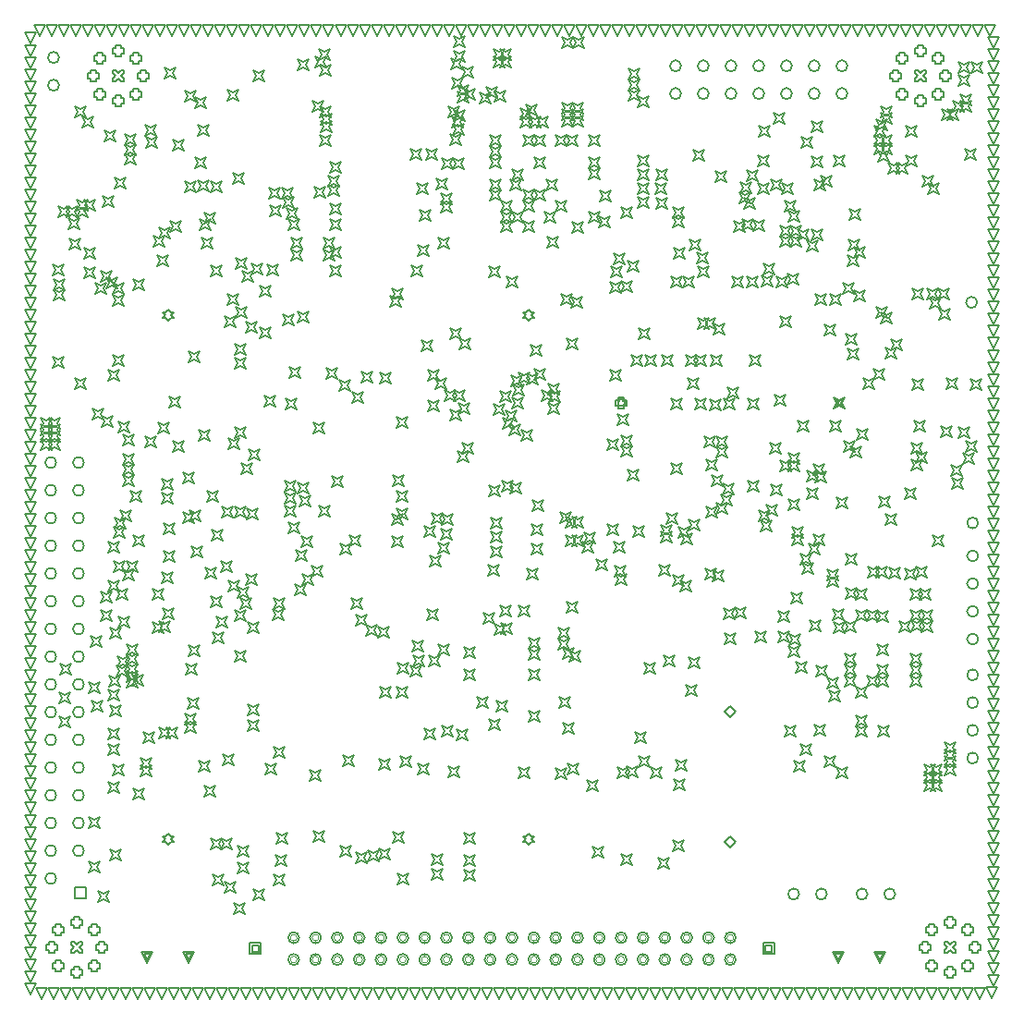
<source format=gbr>
G04*
G04 #@! TF.GenerationSoftware,Altium Limited,Altium Designer,24.9.1 (31)*
G04*
G04 Layer_Color=2752767*
%FSLAX44Y44*%
%MOMM*%
G71*
G04*
G04 #@! TF.SameCoordinates,A603AB93-459F-4A5F-8223-0FC0E22001E1*
G04*
G04*
G04 #@! TF.FilePolarity,Positive*
G04*
G01*
G75*
%ADD18C,0.1270*%
%ADD192C,0.1693*%
%ADD193C,0.1016*%
D18*
X679920Y44920D02*
Y55080D01*
X690080D01*
Y44920D01*
X679920D01*
X681952Y46952D02*
Y53048D01*
X688048D01*
Y46952D01*
X681952D01*
X209920Y44920D02*
Y55080D01*
X220080D01*
Y44920D01*
X209920D01*
X211952Y46952D02*
Y53048D01*
X218048D01*
Y46952D01*
X211952D01*
X748950Y36920D02*
X743870Y47080D01*
X754030D01*
X748950Y36920D01*
Y38952D02*
X745902Y45048D01*
X751998D01*
X748950Y38952D01*
X787050Y36920D02*
X781970Y47080D01*
X792130D01*
X787050Y36920D01*
Y38952D02*
X784002Y45048D01*
X790098D01*
X787050Y38952D01*
X115950Y36920D02*
X110870Y47080D01*
X121030D01*
X115950Y36920D01*
Y38952D02*
X112902Y45048D01*
X118998D01*
X115950Y38952D01*
X154050Y36920D02*
X148970Y47080D01*
X159130D01*
X154050Y36920D01*
Y38952D02*
X151002Y45048D01*
X157098D01*
X154050Y38952D01*
X49920Y95920D02*
Y106080D01*
X60080D01*
Y95920D01*
X49920D01*
X547460Y547460D02*
Y544920D01*
X552540D01*
Y547460D01*
X555080D01*
Y552540D01*
X552540D01*
Y555080D01*
X547460D01*
Y552540D01*
X544920D01*
Y547460D01*
X547460D01*
X548476Y548476D02*
Y546952D01*
X551524D01*
Y548476D01*
X553048D01*
Y551524D01*
X551524D01*
Y553048D01*
X548476D01*
Y551524D01*
X546952D01*
Y548476D01*
X548476D01*
X744920Y544920D02*
X747460Y550000D01*
X744920Y555080D01*
X750000Y552540D01*
X755080Y555080D01*
X752540Y550000D01*
X755080Y544920D01*
X750000Y547460D01*
X744920Y544920D01*
X746952Y546952D02*
X748476Y550000D01*
X746952Y553048D01*
X750000Y551524D01*
X753048Y553048D01*
X751524Y550000D01*
X753048Y546952D01*
X750000Y548476D01*
X746952Y546952D01*
X644920Y267500D02*
X650000Y272580D01*
X655080Y267500D01*
X650000Y262420D01*
X644920Y267500D01*
Y147500D02*
X650000Y152580D01*
X655080Y147500D01*
X650000Y142420D01*
X644920Y147500D01*
X135000Y144920D02*
X137540Y147460D01*
X140080D01*
X137540Y150000D01*
X140080Y152540D01*
X137540D01*
X135000Y155080D01*
X132460Y152540D01*
X129920D01*
X132460Y150000D01*
X129920Y147460D01*
X132460D01*
X135000Y144920D01*
X465000Y624920D02*
X467540Y627460D01*
X470080D01*
X467540Y630000D01*
X470080Y632540D01*
X467540D01*
X465000Y635080D01*
X462460Y632540D01*
X459920D01*
X462460Y630000D01*
X459920Y627460D01*
X462460D01*
X465000Y624920D01*
X135000D02*
X137540Y627460D01*
X140080D01*
X137540Y630000D01*
X140080Y632540D01*
X137540D01*
X135000Y635080D01*
X132460Y632540D01*
X129920D01*
X132460Y630000D01*
X129920Y627460D01*
X132460D01*
X135000Y624920D01*
X465000Y144920D02*
X467540Y147460D01*
X470080D01*
X467540Y150000D01*
X470080Y152540D01*
X467540D01*
X465000Y155080D01*
X462460Y152540D01*
X459920D01*
X462460Y150000D01*
X459920Y147460D01*
X462460D01*
X465000Y144920D01*
X837424Y830496D02*
Y827955D01*
X842505D01*
Y830496D01*
X845044D01*
Y835575D01*
X842505D01*
Y838115D01*
X837424D01*
Y835575D01*
X834884D01*
Y830496D01*
X837424D01*
X805096D02*
Y827955D01*
X810175D01*
Y830496D01*
X812716D01*
Y835575D01*
X810175D01*
Y838115D01*
X805096D01*
Y835575D01*
X802555D01*
Y830496D01*
X805096D01*
Y862824D02*
Y860285D01*
X810175D01*
Y862824D01*
X812716D01*
Y867905D01*
X810175D01*
Y870444D01*
X805096D01*
Y867905D01*
X802555D01*
Y862824D01*
X805096D01*
X837424D02*
Y860285D01*
X842505D01*
Y862824D01*
X845044D01*
Y867905D01*
X842505D01*
Y870444D01*
X837424D01*
Y867905D01*
X834884D01*
Y862824D01*
X837424D01*
X844120Y846660D02*
Y844120D01*
X849200D01*
Y846660D01*
X851740D01*
Y851740D01*
X849200D01*
Y854280D01*
X844120D01*
Y851740D01*
X841580D01*
Y846660D01*
X844120D01*
X821260Y823800D02*
Y821260D01*
X826340D01*
Y823800D01*
X828880D01*
Y828880D01*
X826340D01*
Y831420D01*
X821260D01*
Y828880D01*
X818720D01*
Y823800D01*
X821260D01*
X798400Y846660D02*
Y844120D01*
X803480D01*
Y846660D01*
X806020D01*
Y851740D01*
X803480D01*
Y854280D01*
X798400D01*
Y851740D01*
X795860D01*
Y846660D01*
X798400D01*
X821260Y869520D02*
Y866980D01*
X826340D01*
Y869520D01*
X828880D01*
Y874600D01*
X826340D01*
Y877140D01*
X821260D01*
Y874600D01*
X818720D01*
Y869520D01*
X821260D01*
X818720Y844120D02*
X821260D01*
X823800Y846660D01*
X826340Y844120D01*
X828880D01*
Y846660D01*
X826340Y849200D01*
X828880Y851740D01*
Y854280D01*
X826340D01*
X823800Y851740D01*
X821260Y854280D01*
X818720D01*
Y851740D01*
X821260Y849200D01*
X818720Y846660D01*
Y844120D01*
X102524Y830496D02*
Y827955D01*
X107605D01*
Y830496D01*
X110145D01*
Y835575D01*
X107605D01*
Y838115D01*
X102524D01*
Y835575D01*
X99985D01*
Y830496D01*
X102524D01*
X70195D02*
Y827955D01*
X75276D01*
Y830496D01*
X77815D01*
Y835575D01*
X75276D01*
Y838115D01*
X70195D01*
Y835575D01*
X67656D01*
Y830496D01*
X70195D01*
Y862824D02*
Y860285D01*
X75276D01*
Y862824D01*
X77815D01*
Y867905D01*
X75276D01*
Y870444D01*
X70195D01*
Y867905D01*
X67656D01*
Y862824D01*
X70195D01*
X102524D02*
Y860285D01*
X107605D01*
Y862824D01*
X110145D01*
Y867905D01*
X107605D01*
Y870444D01*
X102524D01*
Y867905D01*
X99985D01*
Y862824D01*
X102524D01*
X109220Y846660D02*
Y844120D01*
X114300D01*
Y846660D01*
X116840D01*
Y851740D01*
X114300D01*
Y854280D01*
X109220D01*
Y851740D01*
X106680D01*
Y846660D01*
X109220D01*
X86360Y823800D02*
Y821260D01*
X91440D01*
Y823800D01*
X93980D01*
Y828880D01*
X91440D01*
Y831420D01*
X86360D01*
Y828880D01*
X83820D01*
Y823800D01*
X86360D01*
X63500Y846660D02*
Y844120D01*
X68580D01*
Y846660D01*
X71120D01*
Y851740D01*
X68580D01*
Y854280D01*
X63500D01*
Y851740D01*
X60960D01*
Y846660D01*
X63500D01*
X86360Y869520D02*
Y866980D01*
X91440D01*
Y869520D01*
X93980D01*
Y874600D01*
X91440D01*
Y877140D01*
X86360D01*
Y874600D01*
X83820D01*
Y869520D01*
X86360D01*
X83820Y844120D02*
X86360D01*
X88900Y846660D01*
X91440Y844120D01*
X93980D01*
Y846660D01*
X91440Y849200D01*
X93980Y851740D01*
Y854280D01*
X91440D01*
X88900Y851740D01*
X86360Y854280D01*
X83820D01*
Y851740D01*
X86360Y849200D01*
X83820Y846660D01*
Y844120D01*
X864525Y32095D02*
Y29555D01*
X869604D01*
Y32095D01*
X872144D01*
Y37176D01*
X869604D01*
Y39715D01*
X864525D01*
Y37176D01*
X861984D01*
Y32095D01*
X864525D01*
X832196D02*
Y29555D01*
X837275D01*
Y32095D01*
X839816D01*
Y37176D01*
X837275D01*
Y39715D01*
X832196D01*
Y37176D01*
X829656D01*
Y32095D01*
X832196D01*
Y64425D02*
Y61884D01*
X837275D01*
Y64425D01*
X839816D01*
Y69504D01*
X837275D01*
Y72045D01*
X832196D01*
Y69504D01*
X829656D01*
Y64425D01*
X832196D01*
X864525D02*
Y61884D01*
X869604D01*
Y64425D01*
X872144D01*
Y69504D01*
X869604D01*
Y72045D01*
X864525D01*
Y69504D01*
X861984D01*
Y64425D01*
X864525D01*
X871220Y48260D02*
Y45720D01*
X876300D01*
Y48260D01*
X878840D01*
Y53340D01*
X876300D01*
Y55880D01*
X871220D01*
Y53340D01*
X868680D01*
Y48260D01*
X871220D01*
X848360Y25400D02*
Y22860D01*
X853440D01*
Y25400D01*
X855980D01*
Y30480D01*
X853440D01*
Y33020D01*
X848360D01*
Y30480D01*
X845820D01*
Y25400D01*
X848360D01*
X825500Y48260D02*
Y45720D01*
X830580D01*
Y48260D01*
X833120D01*
Y53340D01*
X830580D01*
Y55880D01*
X825500D01*
Y53340D01*
X822960D01*
Y48260D01*
X825500D01*
X848360Y71120D02*
Y68580D01*
X853440D01*
Y71120D01*
X855980D01*
Y76200D01*
X853440D01*
Y78740D01*
X848360D01*
Y76200D01*
X845820D01*
Y71120D01*
X848360D01*
X845820Y45720D02*
X848360D01*
X850900Y48260D01*
X853440Y45720D01*
X855980D01*
Y48260D01*
X853440Y50800D01*
X855980Y53340D01*
Y55880D01*
X853440D01*
X850900Y53340D01*
X848360Y55880D01*
X845820D01*
Y53340D01*
X848360Y50800D01*
X845820Y48260D01*
Y45720D01*
X64425Y32095D02*
Y29555D01*
X69504D01*
Y32095D01*
X72045D01*
Y37176D01*
X69504D01*
Y39715D01*
X64425D01*
Y37176D01*
X61884D01*
Y32095D01*
X64425D01*
X32095D02*
Y29555D01*
X37176D01*
Y32095D01*
X39715D01*
Y37176D01*
X37176D01*
Y39715D01*
X32095D01*
Y37176D01*
X29555D01*
Y32095D01*
X32095D01*
Y64425D02*
Y61884D01*
X37176D01*
Y64425D01*
X39715D01*
Y69504D01*
X37176D01*
Y72045D01*
X32095D01*
Y69504D01*
X29555D01*
Y64425D01*
X32095D01*
X64425D02*
Y61884D01*
X69504D01*
Y64425D01*
X72045D01*
Y69504D01*
X69504D01*
Y72045D01*
X64425D01*
Y69504D01*
X61884D01*
Y64425D01*
X64425D01*
X71120Y48260D02*
Y45720D01*
X76200D01*
Y48260D01*
X78740D01*
Y53340D01*
X76200D01*
Y55880D01*
X71120D01*
Y53340D01*
X68580D01*
Y48260D01*
X71120D01*
X48260Y25400D02*
Y22860D01*
X53340D01*
Y25400D01*
X55880D01*
Y30480D01*
X53340D01*
Y33020D01*
X48260D01*
Y30480D01*
X45720D01*
Y25400D01*
X48260D01*
X25400Y48260D02*
Y45720D01*
X30480D01*
Y48260D01*
X33020D01*
Y53340D01*
X30480D01*
Y55880D01*
X25400D01*
Y53340D01*
X22860D01*
Y48260D01*
X25400D01*
X48260Y71120D02*
Y68580D01*
X53340D01*
Y71120D01*
X55880D01*
Y76200D01*
X53340D01*
Y78740D01*
X48260D01*
Y76200D01*
X45720D01*
Y71120D01*
X48260D01*
X45720Y45720D02*
X48260D01*
X50800Y48260D01*
X53340Y45720D01*
X55880D01*
Y48260D01*
X53340Y50800D01*
X55880Y53340D01*
Y55880D01*
X53340D01*
X50800Y53340D01*
X48260Y55880D01*
X45720D01*
Y53340D01*
X48260Y50800D01*
X45720Y48260D01*
Y45720D01*
X888022Y885924D02*
X882942Y896084D01*
X893102D01*
X888022Y885924D01*
X877002Y885921D02*
X871922Y896081D01*
X882082D01*
X877002Y885921D01*
X865982D02*
X860902Y896081D01*
X871062D01*
X865982Y885921D01*
X854962D02*
X849882Y896081D01*
X860042D01*
X854962Y885921D01*
X843942D02*
X838862Y896081D01*
X849022D01*
X843942Y885921D01*
X832922D02*
X827842Y896081D01*
X838002D01*
X832922Y885921D01*
X821902D02*
X816822Y896081D01*
X826982D01*
X821902Y885921D01*
X810882D02*
X805802Y896081D01*
X815962D01*
X810882Y885921D01*
X799862D02*
X794782Y896081D01*
X804942D01*
X799862Y885921D01*
X788842D02*
X783762Y896081D01*
X793922D01*
X788842Y885921D01*
X777822D02*
X772742Y896081D01*
X782902D01*
X777822Y885921D01*
X766802D02*
X761722Y896081D01*
X771882D01*
X766802Y885921D01*
X755782D02*
X750702Y896081D01*
X760862D01*
X755782Y885921D01*
X744762D02*
X739682Y896081D01*
X749842D01*
X744762Y885921D01*
X733742D02*
X728662Y896081D01*
X738822D01*
X733742Y885921D01*
X722722D02*
X717642Y896081D01*
X727802D01*
X722722Y885921D01*
X711702D02*
X706622Y896081D01*
X716782D01*
X711702Y885921D01*
X700682D02*
X695602Y896081D01*
X705762D01*
X700682Y885921D01*
X689662D02*
X684582Y896081D01*
X694742D01*
X689662Y885921D01*
X678642D02*
X673562Y896081D01*
X683722D01*
X678642Y885921D01*
X667622D02*
X662542Y896081D01*
X672702D01*
X667622Y885921D01*
X656602D02*
X651522Y896081D01*
X661682D01*
X656602Y885921D01*
X645582D02*
X640502Y896081D01*
X650662D01*
X645582Y885921D01*
X634562D02*
X629482Y896081D01*
X639642D01*
X634562Y885921D01*
X623542D02*
X618462Y896081D01*
X628622D01*
X623542Y885921D01*
X612522D02*
X607442Y896081D01*
X617602D01*
X612522Y885921D01*
X601502D02*
X596422Y896081D01*
X606582D01*
X601502Y885921D01*
X590482D02*
X585402Y896081D01*
X595562D01*
X590482Y885921D01*
X579462D02*
X574382Y896081D01*
X584542D01*
X579462Y885921D01*
X568442D02*
X563362Y896081D01*
X573522D01*
X568442Y885921D01*
X557422D02*
X552342Y896081D01*
X562502D01*
X557422Y885921D01*
X546402D02*
X541322Y896081D01*
X551482D01*
X546402Y885921D01*
X535382D02*
X530302Y896081D01*
X540462D01*
X535382Y885921D01*
X524362D02*
X519282Y896081D01*
X529442D01*
X524362Y885921D01*
X513342D02*
X508262Y896081D01*
X518422D01*
X513342Y885921D01*
X502322D02*
X497242Y896081D01*
X507402D01*
X502322Y885921D01*
X491302D02*
X486222Y896081D01*
X496382D01*
X491302Y885921D01*
X480282D02*
X475202Y896081D01*
X485362D01*
X480282Y885921D01*
X469262D02*
X464182Y896081D01*
X474342D01*
X469262Y885921D01*
X458242D02*
X453162Y896081D01*
X463322D01*
X458242Y885921D01*
X447222D02*
X442142Y896081D01*
X452302D01*
X447222Y885921D01*
X436202D02*
X431122Y896081D01*
X441282D01*
X436202Y885921D01*
X425182D02*
X420102Y896081D01*
X430262D01*
X425182Y885921D01*
X414162D02*
X409082Y896081D01*
X419242D01*
X414162Y885921D01*
X403142D02*
X398062Y896081D01*
X408222D01*
X403142Y885921D01*
X392122D02*
X387042Y896081D01*
X397202D01*
X392122Y885921D01*
X381102D02*
X376022Y896081D01*
X386182D01*
X381102Y885921D01*
X370082D02*
X365002Y896081D01*
X375162D01*
X370082Y885921D01*
X359062D02*
X353982Y896081D01*
X364142D01*
X359062Y885921D01*
X348042D02*
X342962Y896081D01*
X353122D01*
X348042Y885921D01*
X337022D02*
X331942Y896081D01*
X342102D01*
X337022Y885921D01*
X326002D02*
X320922Y896081D01*
X331082D01*
X326002Y885921D01*
X314982D02*
X309902Y896081D01*
X320062D01*
X314982Y885921D01*
X303962D02*
X298882Y896081D01*
X309042D01*
X303962Y885921D01*
X292942D02*
X287862Y896081D01*
X298022D01*
X292942Y885921D01*
X281922D02*
X276842Y896081D01*
X287002D01*
X281922Y885921D01*
X270902D02*
X265822Y896081D01*
X275982D01*
X270902Y885921D01*
X259882D02*
X254802Y896081D01*
X264962D01*
X259882Y885921D01*
X248862D02*
X243782Y896081D01*
X253942D01*
X248862Y885921D01*
X237842D02*
X232762Y896081D01*
X242922D01*
X237842Y885921D01*
X226822D02*
X221742Y896081D01*
X231902D01*
X226822Y885921D01*
X215802D02*
X210722Y896081D01*
X220882D01*
X215802Y885921D01*
X204782D02*
X199702Y896081D01*
X209862D01*
X204782Y885921D01*
X193762D02*
X188682Y896081D01*
X198842D01*
X193762Y885921D01*
X182742D02*
X177662Y896081D01*
X187822D01*
X182742Y885921D01*
X171722D02*
X166642Y896081D01*
X176802D01*
X171722Y885921D01*
X160702D02*
X155622Y896081D01*
X165782D01*
X160702Y885921D01*
X149682D02*
X144602Y896081D01*
X154762D01*
X149682Y885921D01*
X138662D02*
X133582Y896081D01*
X143742D01*
X138662Y885921D01*
X127642D02*
X122562Y896081D01*
X132722D01*
X127642Y885921D01*
X116622D02*
X111542Y896081D01*
X121702D01*
X116622Y885921D01*
X105602D02*
X100522Y896081D01*
X110682D01*
X105602Y885921D01*
X94582D02*
X89502Y896081D01*
X99662D01*
X94582Y885921D01*
X83562D02*
X78482Y896081D01*
X88642D01*
X83562Y885921D01*
X72542D02*
X67462Y896081D01*
X77622D01*
X72542Y885921D01*
X61522D02*
X56442Y896081D01*
X66602D01*
X61522Y885921D01*
X50502D02*
X45422Y896081D01*
X55582D01*
X50502Y885921D01*
X39482D02*
X34402Y896081D01*
X44562D01*
X39482Y885921D01*
X28462D02*
X23382Y896081D01*
X33542D01*
X28462Y885921D01*
X17442D02*
X12362Y896081D01*
X22522D01*
X17442Y885921D01*
X8999Y878839D02*
X3919Y888999D01*
X14079D01*
X8999Y878839D01*
Y867819D02*
X3919Y877979D01*
X14079D01*
X8999Y867819D01*
Y856799D02*
X3919Y866959D01*
X14079D01*
X8999Y856799D01*
Y845779D02*
X3919Y855939D01*
X14079D01*
X8999Y845779D01*
Y834759D02*
X3919Y844919D01*
X14079D01*
X8999Y834759D01*
Y823739D02*
X3919Y833899D01*
X14079D01*
X8999Y823739D01*
Y812719D02*
X3919Y822879D01*
X14079D01*
X8999Y812719D01*
Y801699D02*
X3919Y811859D01*
X14079D01*
X8999Y801699D01*
Y790679D02*
X3919Y800839D01*
X14079D01*
X8999Y790679D01*
Y779659D02*
X3919Y789819D01*
X14079D01*
X8999Y779659D01*
Y768639D02*
X3919Y778799D01*
X14079D01*
X8999Y768639D01*
Y757619D02*
X3919Y767779D01*
X14079D01*
X8999Y757619D01*
Y746599D02*
X3919Y756759D01*
X14079D01*
X8999Y746599D01*
Y735579D02*
X3919Y745739D01*
X14079D01*
X8999Y735579D01*
Y724559D02*
X3919Y734719D01*
X14079D01*
X8999Y724559D01*
Y713539D02*
X3919Y723699D01*
X14079D01*
X8999Y713539D01*
Y702519D02*
X3919Y712679D01*
X14079D01*
X8999Y702519D01*
Y691499D02*
X3919Y701659D01*
X14079D01*
X8999Y691499D01*
Y680479D02*
X3919Y690639D01*
X14079D01*
X8999Y680479D01*
Y669459D02*
X3919Y679619D01*
X14079D01*
X8999Y669459D01*
Y658439D02*
X3919Y668599D01*
X14079D01*
X8999Y658439D01*
Y647419D02*
X3919Y657579D01*
X14079D01*
X8999Y647419D01*
Y636399D02*
X3919Y646559D01*
X14079D01*
X8999Y636399D01*
Y625379D02*
X3919Y635539D01*
X14079D01*
X8999Y625379D01*
Y614359D02*
X3919Y624519D01*
X14079D01*
X8999Y614359D01*
Y603339D02*
X3919Y613499D01*
X14079D01*
X8999Y603339D01*
Y592319D02*
X3919Y602479D01*
X14079D01*
X8999Y592319D01*
Y581299D02*
X3919Y591459D01*
X14079D01*
X8999Y581299D01*
Y570279D02*
X3919Y580439D01*
X14079D01*
X8999Y570279D01*
Y559259D02*
X3919Y569419D01*
X14079D01*
X8999Y559259D01*
Y548239D02*
X3919Y558399D01*
X14079D01*
X8999Y548239D01*
Y537219D02*
X3919Y547379D01*
X14079D01*
X8999Y537219D01*
Y526199D02*
X3919Y536359D01*
X14079D01*
X8999Y526199D01*
Y515179D02*
X3919Y525339D01*
X14079D01*
X8999Y515179D01*
Y504159D02*
X3919Y514319D01*
X14079D01*
X8999Y504159D01*
Y493139D02*
X3919Y503299D01*
X14079D01*
X8999Y493139D01*
Y482119D02*
X3919Y492279D01*
X14079D01*
X8999Y482119D01*
Y471099D02*
X3919Y481259D01*
X14079D01*
X8999Y471099D01*
Y460079D02*
X3919Y470239D01*
X14079D01*
X8999Y460079D01*
Y449059D02*
X3919Y459219D01*
X14079D01*
X8999Y449059D01*
Y438039D02*
X3919Y448199D01*
X14079D01*
X8999Y438039D01*
Y427019D02*
X3919Y437179D01*
X14079D01*
X8999Y427019D01*
Y415999D02*
X3919Y426159D01*
X14079D01*
X8999Y415999D01*
Y404979D02*
X3919Y415139D01*
X14079D01*
X8999Y404979D01*
Y393959D02*
X3919Y404119D01*
X14079D01*
X8999Y393959D01*
Y382939D02*
X3919Y393099D01*
X14079D01*
X8999Y382939D01*
Y371919D02*
X3919Y382079D01*
X14079D01*
X8999Y371919D01*
Y360899D02*
X3919Y371059D01*
X14079D01*
X8999Y360899D01*
Y349879D02*
X3919Y360039D01*
X14079D01*
X8999Y349879D01*
Y338859D02*
X3919Y349019D01*
X14079D01*
X8999Y338859D01*
Y327839D02*
X3919Y337999D01*
X14079D01*
X8999Y327839D01*
Y316819D02*
X3919Y326979D01*
X14079D01*
X8999Y316819D01*
Y305799D02*
X3919Y315959D01*
X14079D01*
X8999Y305799D01*
Y294779D02*
X3919Y304939D01*
X14079D01*
X8999Y294779D01*
Y283759D02*
X3919Y293920D01*
X14079D01*
X8999Y283759D01*
Y272740D02*
X3919Y282899D01*
X14079D01*
X8999Y272740D01*
Y261719D02*
X3919Y271880D01*
X14079D01*
X8999Y261719D01*
Y250700D02*
X3919Y260860D01*
X14079D01*
X8999Y250700D01*
Y239680D02*
X3919Y249839D01*
X14079D01*
X8999Y239680D01*
Y228659D02*
X3919Y238820D01*
X14079D01*
X8999Y228659D01*
Y217640D02*
X3919Y227799D01*
X14079D01*
X8999Y217640D01*
Y206619D02*
X3919Y216779D01*
X14079D01*
X8999Y206619D01*
Y195599D02*
X3919Y205760D01*
X14079D01*
X8999Y195599D01*
Y184580D02*
X3919Y194739D01*
X14079D01*
X8999Y184580D01*
Y173559D02*
X3919Y183720D01*
X14079D01*
X8999Y173559D01*
Y162540D02*
X3919Y172700D01*
X14079D01*
X8999Y162540D01*
Y151519D02*
X3919Y161679D01*
X14079D01*
X8999Y151519D01*
Y140499D02*
X3919Y150660D01*
X14079D01*
X8999Y140499D01*
Y129480D02*
X3919Y139640D01*
X14079D01*
X8999Y129480D01*
Y118460D02*
X3919Y128620D01*
X14079D01*
X8999Y118460D01*
Y107440D02*
X3919Y117600D01*
X14079D01*
X8999Y107440D01*
Y96420D02*
X3919Y106580D01*
X14079D01*
X8999Y96420D01*
Y85400D02*
X3919Y95560D01*
X14079D01*
X8999Y85400D01*
Y74380D02*
X3919Y84540D01*
X14079D01*
X8999Y74380D01*
Y63360D02*
X3919Y73520D01*
X14079D01*
X8999Y63360D01*
Y52340D02*
X3919Y62500D01*
X14079D01*
X8999Y52340D01*
Y41320D02*
X3919Y51480D01*
X14079D01*
X8999Y41320D01*
Y30300D02*
X3919Y40460D01*
X14079D01*
X8999Y30300D01*
Y19280D02*
X3919Y29440D01*
X14079D01*
X8999Y19280D01*
Y8260D02*
X3919Y18420D01*
X14079D01*
X8999Y8260D01*
X19128Y3919D02*
X14048Y14079D01*
X24208D01*
X19128Y3919D01*
X30148D02*
X25068Y14079D01*
X35228D01*
X30148Y3919D01*
X41168D02*
X36088Y14079D01*
X46248D01*
X41168Y3919D01*
X52188D02*
X47108Y14079D01*
X57268D01*
X52188Y3919D01*
X63208D02*
X58128Y14079D01*
X68288D01*
X63208Y3919D01*
X74228D02*
X69148Y14079D01*
X79308D01*
X74228Y3919D01*
X85248D02*
X80168Y14079D01*
X90328D01*
X85248Y3919D01*
X96268D02*
X91188Y14079D01*
X101348D01*
X96268Y3919D01*
X107288D02*
X102208Y14079D01*
X112368D01*
X107288Y3919D01*
X118308D02*
X113228Y14079D01*
X123388D01*
X118308Y3919D01*
X129328D02*
X124248Y14079D01*
X134408D01*
X129328Y3919D01*
X140348D02*
X135268Y14079D01*
X145428D01*
X140348Y3919D01*
X151368D02*
X146288Y14079D01*
X156448D01*
X151368Y3919D01*
X162388D02*
X157308Y14079D01*
X167468D01*
X162388Y3919D01*
X173408D02*
X168328Y14079D01*
X178488D01*
X173408Y3919D01*
X184428D02*
X179348Y14079D01*
X189508D01*
X184428Y3919D01*
X195448D02*
X190368Y14079D01*
X200528D01*
X195448Y3919D01*
X206468D02*
X201388Y14079D01*
X211548D01*
X206468Y3919D01*
X217488D02*
X212408Y14079D01*
X222568D01*
X217488Y3919D01*
X228508D02*
X223428Y14079D01*
X233588D01*
X228508Y3919D01*
X239528D02*
X234448Y14079D01*
X244608D01*
X239528Y3919D01*
X250548D02*
X245468Y14079D01*
X255628D01*
X250548Y3919D01*
X261568D02*
X256488Y14079D01*
X266648D01*
X261568Y3919D01*
X272588D02*
X267508Y14079D01*
X277668D01*
X272588Y3919D01*
X283608D02*
X278528Y14079D01*
X288688D01*
X283608Y3919D01*
X294628D02*
X289548Y14079D01*
X299708D01*
X294628Y3919D01*
X305648D02*
X300568Y14079D01*
X310728D01*
X305648Y3919D01*
X316668D02*
X311588Y14079D01*
X321748D01*
X316668Y3919D01*
X327688D02*
X322608Y14079D01*
X332768D01*
X327688Y3919D01*
X338708D02*
X333628Y14079D01*
X343788D01*
X338708Y3919D01*
X349728D02*
X344648Y14079D01*
X354808D01*
X349728Y3919D01*
X360748D02*
X355668Y14079D01*
X365828D01*
X360748Y3919D01*
X371768D02*
X366688Y14079D01*
X376848D01*
X371768Y3919D01*
X382788D02*
X377708Y14079D01*
X387868D01*
X382788Y3919D01*
X393808D02*
X388728Y14079D01*
X398888D01*
X393808Y3919D01*
X404828D02*
X399748Y14079D01*
X409908D01*
X404828Y3919D01*
X415848D02*
X410768Y14079D01*
X420928D01*
X415848Y3919D01*
X426868D02*
X421788Y14079D01*
X431948D01*
X426868Y3919D01*
X437888D02*
X432808Y14079D01*
X442968D01*
X437888Y3919D01*
X448908D02*
X443828Y14079D01*
X453988D01*
X448908Y3919D01*
X459928D02*
X454848Y14079D01*
X465008D01*
X459928Y3919D01*
X470948D02*
X465868Y14079D01*
X476028D01*
X470948Y3919D01*
X481968D02*
X476888Y14079D01*
X487048D01*
X481968Y3919D01*
X492988D02*
X487908Y14079D01*
X498068D01*
X492988Y3919D01*
X504008D02*
X498928Y14079D01*
X509088D01*
X504008Y3919D01*
X515028D02*
X509948Y14079D01*
X520108D01*
X515028Y3919D01*
X526048D02*
X520968Y14079D01*
X531128D01*
X526048Y3919D01*
X537068D02*
X531988Y14079D01*
X542148D01*
X537068Y3919D01*
X548088D02*
X543008Y14079D01*
X553168D01*
X548088Y3919D01*
X559108D02*
X554028Y14079D01*
X564188D01*
X559108Y3919D01*
X570128D02*
X565048Y14079D01*
X575208D01*
X570128Y3919D01*
X581148D02*
X576068Y14079D01*
X586228D01*
X581148Y3919D01*
X592168D02*
X587088Y14079D01*
X597248D01*
X592168Y3919D01*
X603188D02*
X598108Y14079D01*
X608268D01*
X603188Y3919D01*
X614208D02*
X609128Y14079D01*
X619288D01*
X614208Y3919D01*
X625228D02*
X620148Y14079D01*
X630308D01*
X625228Y3919D01*
X636248D02*
X631168Y14079D01*
X641328D01*
X636248Y3919D01*
X647268D02*
X642188Y14079D01*
X652348D01*
X647268Y3919D01*
X658288D02*
X653208Y14079D01*
X663368D01*
X658288Y3919D01*
X669308D02*
X664228Y14079D01*
X674388D01*
X669308Y3919D01*
X680328D02*
X675248Y14079D01*
X685408D01*
X680328Y3919D01*
X691348D02*
X686268Y14079D01*
X696428D01*
X691348Y3919D01*
X702368D02*
X697288Y14079D01*
X707448D01*
X702368Y3919D01*
X713388D02*
X708308Y14079D01*
X718468D01*
X713388Y3919D01*
X724408D02*
X719328Y14079D01*
X729488D01*
X724408Y3919D01*
X735428D02*
X730348Y14079D01*
X740508D01*
X735428Y3919D01*
X746448D02*
X741368Y14079D01*
X751528D01*
X746448Y3919D01*
X757468D02*
X752388Y14079D01*
X762548D01*
X757468Y3919D01*
X768488D02*
X763408Y14079D01*
X773568D01*
X768488Y3919D01*
X779508D02*
X774428Y14079D01*
X784588D01*
X779508Y3919D01*
X790528D02*
X785448Y14079D01*
X795608D01*
X790528Y3919D01*
X801548D02*
X796468Y14079D01*
X806628D01*
X801548Y3919D01*
X812568D02*
X807488Y14079D01*
X817648D01*
X812568Y3919D01*
X823588D02*
X818508Y14079D01*
X828668D01*
X823588Y3919D01*
X834608D02*
X829528Y14079D01*
X839688D01*
X834608Y3919D01*
X845628D02*
X840548Y14079D01*
X850708D01*
X845628Y3919D01*
X856648D02*
X851568Y14079D01*
X861728D01*
X856648Y3919D01*
X867668D02*
X862588Y14079D01*
X872748D01*
X867668Y3919D01*
X878688D02*
X873608Y14079D01*
X883768D01*
X878688Y3919D01*
X889695Y4442D02*
X884615Y14602D01*
X894775D01*
X889695Y4442D01*
X891001Y15384D02*
X885921Y25544D01*
X896081D01*
X891001Y15384D01*
Y26404D02*
X885921Y36564D01*
X896081D01*
X891001Y26404D01*
Y37424D02*
X885921Y47584D01*
X896081D01*
X891001Y37424D01*
Y48444D02*
X885921Y58604D01*
X896081D01*
X891001Y48444D01*
Y59464D02*
X885921Y69624D01*
X896081D01*
X891001Y59464D01*
Y70484D02*
X885921Y80644D01*
X896081D01*
X891001Y70484D01*
Y81504D02*
X885921Y91664D01*
X896081D01*
X891001Y81504D01*
Y92524D02*
X885921Y102684D01*
X896081D01*
X891001Y92524D01*
Y103544D02*
X885921Y113704D01*
X896081D01*
X891001Y103544D01*
Y114564D02*
X885921Y124724D01*
X896081D01*
X891001Y114564D01*
Y125584D02*
X885921Y135744D01*
X896081D01*
X891001Y125584D01*
Y136604D02*
X885921Y146764D01*
X896081D01*
X891001Y136604D01*
Y147624D02*
X885921Y157784D01*
X896081D01*
X891001Y147624D01*
Y158644D02*
X885921Y168804D01*
X896081D01*
X891001Y158644D01*
Y169664D02*
X885921Y179824D01*
X896081D01*
X891001Y169664D01*
Y180684D02*
X885921Y190844D01*
X896081D01*
X891001Y180684D01*
Y191704D02*
X885921Y201864D01*
X896081D01*
X891001Y191704D01*
Y202724D02*
X885921Y212884D01*
X896081D01*
X891001Y202724D01*
Y213744D02*
X885921Y223904D01*
X896081D01*
X891001Y213744D01*
Y224764D02*
X885921Y234924D01*
X896081D01*
X891001Y224764D01*
Y235784D02*
X885921Y245944D01*
X896081D01*
X891001Y235784D01*
Y246804D02*
X885921Y256964D01*
X896081D01*
X891001Y246804D01*
Y257824D02*
X885921Y267984D01*
X896081D01*
X891001Y257824D01*
Y268844D02*
X885921Y279004D01*
X896081D01*
X891001Y268844D01*
Y279864D02*
X885921Y290024D01*
X896081D01*
X891001Y279864D01*
Y290884D02*
X885921Y301044D01*
X896081D01*
X891001Y290884D01*
Y301904D02*
X885921Y312064D01*
X896081D01*
X891001Y301904D01*
Y312924D02*
X885921Y323084D01*
X896081D01*
X891001Y312924D01*
Y323944D02*
X885921Y334104D01*
X896081D01*
X891001Y323944D01*
Y334964D02*
X885921Y345124D01*
X896081D01*
X891001Y334964D01*
Y345984D02*
X885921Y356144D01*
X896081D01*
X891001Y345984D01*
Y357004D02*
X885921Y367164D01*
X896081D01*
X891001Y357004D01*
Y368024D02*
X885921Y378184D01*
X896081D01*
X891001Y368024D01*
Y379044D02*
X885921Y389204D01*
X896081D01*
X891001Y379044D01*
Y390064D02*
X885921Y400224D01*
X896081D01*
X891001Y390064D01*
Y401084D02*
X885921Y411244D01*
X896081D01*
X891001Y401084D01*
Y412104D02*
X885921Y422264D01*
X896081D01*
X891001Y412104D01*
Y423124D02*
X885921Y433284D01*
X896081D01*
X891001Y423124D01*
Y434144D02*
X885921Y444304D01*
X896081D01*
X891001Y434144D01*
Y445164D02*
X885921Y455324D01*
X896081D01*
X891001Y445164D01*
Y456184D02*
X885921Y466344D01*
X896081D01*
X891001Y456184D01*
Y467204D02*
X885921Y477364D01*
X896081D01*
X891001Y467204D01*
Y478224D02*
X885921Y488384D01*
X896081D01*
X891001Y478224D01*
Y489244D02*
X885921Y499404D01*
X896081D01*
X891001Y489244D01*
Y500264D02*
X885921Y510424D01*
X896081D01*
X891001Y500264D01*
Y511284D02*
X885921Y521444D01*
X896081D01*
X891001Y511284D01*
Y522304D02*
X885921Y532464D01*
X896081D01*
X891001Y522304D01*
Y533324D02*
X885921Y543484D01*
X896081D01*
X891001Y533324D01*
Y544344D02*
X885921Y554504D01*
X896081D01*
X891001Y544344D01*
Y555364D02*
X885921Y565524D01*
X896081D01*
X891001Y555364D01*
Y566384D02*
X885921Y576544D01*
X896081D01*
X891001Y566384D01*
Y577404D02*
X885921Y587564D01*
X896081D01*
X891001Y577404D01*
Y588424D02*
X885921Y598584D01*
X896081D01*
X891001Y588424D01*
Y599444D02*
X885921Y609604D01*
X896081D01*
X891001Y599444D01*
Y610464D02*
X885921Y620624D01*
X896081D01*
X891001Y610464D01*
Y621484D02*
X885921Y631644D01*
X896081D01*
X891001Y621484D01*
Y632504D02*
X885921Y642664D01*
X896081D01*
X891001Y632504D01*
Y643524D02*
X885921Y653684D01*
X896081D01*
X891001Y643524D01*
Y654544D02*
X885921Y664704D01*
X896081D01*
X891001Y654544D01*
Y665564D02*
X885921Y675724D01*
X896081D01*
X891001Y665564D01*
Y676584D02*
X885921Y686744D01*
X896081D01*
X891001Y676584D01*
Y687604D02*
X885921Y697764D01*
X896081D01*
X891001Y687604D01*
Y698624D02*
X885921Y708783D01*
X896081D01*
X891001Y698624D01*
Y709643D02*
X885921Y719803D01*
X896081D01*
X891001Y709643D01*
Y720664D02*
X885921Y730824D01*
X896081D01*
X891001Y720664D01*
Y731684D02*
X885921Y741843D01*
X896081D01*
X891001Y731684D01*
Y742703D02*
X885921Y752863D01*
X896081D01*
X891001Y742703D01*
Y753724D02*
X885921Y763884D01*
X896081D01*
X891001Y753724D01*
Y764743D02*
X885921Y774903D01*
X896081D01*
X891001Y764743D01*
Y775763D02*
X885921Y785923D01*
X896081D01*
X891001Y775763D01*
Y786784D02*
X885921Y796944D01*
X896081D01*
X891001Y786784D01*
Y797803D02*
X885921Y807963D01*
X896081D01*
X891001Y797803D01*
Y808823D02*
X885921Y818984D01*
X896081D01*
X891001Y808823D01*
Y819844D02*
X885921Y830004D01*
X896081D01*
X891001Y819844D01*
Y830863D02*
X885921Y841023D01*
X896081D01*
X891001Y830863D01*
Y841883D02*
X885921Y852044D01*
X896081D01*
X891001Y841883D01*
Y852904D02*
X885921Y863064D01*
X896081D01*
X891001Y852904D01*
Y863923D02*
X885921Y874083D01*
X896081D01*
X891001Y863923D01*
Y874943D02*
X885921Y885103D01*
X896081D01*
X891001Y874943D01*
X562920Y237920D02*
X565460Y243000D01*
X562920Y248080D01*
X568000Y245540D01*
X573080Y248080D01*
X570540Y243000D01*
X573080Y237920D01*
X568000Y240460D01*
X562920Y237920D01*
X546920Y205920D02*
X549460Y211000D01*
X546920Y216080D01*
X552000Y213540D01*
X557080Y216080D01*
X554540Y211000D01*
X557080Y205920D01*
X552000Y208460D01*
X546920Y205920D01*
X417920Y270920D02*
X420460Y276000D01*
X417920Y281080D01*
X423000Y278540D01*
X428080Y281080D01*
X425540Y276000D01*
X428080Y270920D01*
X423000Y273460D01*
X417920Y270920D01*
X302920Y360920D02*
X305460Y366000D01*
X302920Y371080D01*
X308000Y368540D01*
X313080Y371080D01*
X310540Y366000D01*
X313080Y360920D01*
X308000Y363460D01*
X302920Y360920D01*
X372920Y569920D02*
X375460Y575000D01*
X372920Y580080D01*
X378000Y577540D01*
X383080Y580080D01*
X380540Y575000D01*
X383080Y569920D01*
X378000Y572460D01*
X372920Y569920D01*
Y541920D02*
X375460Y547000D01*
X372920Y552080D01*
X378000Y549540D01*
X383080Y552080D01*
X380540Y547000D01*
X383080Y541920D01*
X378000Y544460D01*
X372920Y541920D01*
X379920Y562920D02*
X382460Y568000D01*
X379920Y573080D01*
X385000Y570540D01*
X390080Y573080D01*
X387540Y568000D01*
X390080Y562920D01*
X385000Y565460D01*
X379920Y562920D01*
X439920Y706920D02*
X442460Y712000D01*
X439920Y717080D01*
X445000Y714540D01*
X450080Y717080D01*
X447540Y712000D01*
X450080Y706920D01*
X445000Y709460D01*
X439920Y706920D01*
X384920Y731920D02*
X387460Y737000D01*
X384920Y742080D01*
X390000Y739540D01*
X395080Y742080D01*
X392540Y737000D01*
X395080Y731920D01*
X390000Y734460D01*
X384920Y731920D01*
X395920Y763920D02*
X398460Y769000D01*
X395920Y774080D01*
X401000Y771540D01*
X406080Y774080D01*
X403540Y769000D01*
X406080Y763920D01*
X401000Y766460D01*
X395920Y763920D01*
X384920Y723920D02*
X387460Y729000D01*
X384920Y734080D01*
X390000Y731540D01*
X395080Y734080D01*
X392540Y729000D01*
X395080Y723920D01*
X390000Y726460D01*
X384920Y723920D01*
X385920Y763920D02*
X388460Y769000D01*
X385920Y774080D01*
X391000Y771540D01*
X396080Y774080D01*
X393540Y769000D01*
X396080Y763920D01*
X391000Y766460D01*
X385920Y763920D01*
X549920Y718920D02*
X552460Y724000D01*
X549920Y729080D01*
X555000Y726540D01*
X560080Y729080D01*
X557540Y724000D01*
X560080Y718920D01*
X555000Y721460D01*
X549920Y718920D01*
X596920Y710920D02*
X599460Y716000D01*
X596920Y721080D01*
X602000Y718540D01*
X607080Y721080D01*
X604540Y716000D01*
X607080Y710920D01*
X602000Y713460D01*
X596920Y710920D01*
Y718920D02*
X599460Y724000D01*
X596920Y729080D01*
X602000Y726540D01*
X607080Y729080D01*
X604540Y724000D01*
X607080Y718920D01*
X602000Y721460D01*
X596920Y718920D01*
X374920Y399920D02*
X377460Y405000D01*
X374920Y410080D01*
X380000Y407540D01*
X385080Y410080D01*
X382540Y405000D01*
X385080Y399920D01*
X380000Y402460D01*
X374920Y399920D01*
X384920Y424920D02*
X387460Y430000D01*
X384920Y435080D01*
X390000Y432540D01*
X395080Y435080D01*
X392540Y430000D01*
X395080Y424920D01*
X390000Y427460D01*
X384920Y424920D01*
X430920Y421920D02*
X433460Y427000D01*
X430920Y432080D01*
X436000Y429540D01*
X441080Y432080D01*
X438540Y427000D01*
X441080Y421920D01*
X436000Y424460D01*
X430920Y421920D01*
X94920Y785920D02*
X97460Y791000D01*
X94920Y796080D01*
X100000Y793540D01*
X105080Y796080D01*
X102540Y791000D01*
X105080Y785920D01*
X100000Y788460D01*
X94920Y785920D01*
Y767920D02*
X97460Y773000D01*
X94920Y778080D01*
X100000Y775540D01*
X105080Y778080D01*
X102540Y773000D01*
X105080Y767920D01*
X100000Y770460D01*
X94920Y767920D01*
Y776920D02*
X97460Y782000D01*
X94920Y787080D01*
X100000Y784540D01*
X105080Y787080D01*
X102540Y782000D01*
X105080Y776920D01*
X100000Y779460D01*
X94920Y776920D01*
X564920Y820920D02*
X567460Y826000D01*
X564920Y831080D01*
X570000Y828540D01*
X575080Y831080D01*
X572540Y826000D01*
X575080Y820920D01*
X570000Y823460D01*
X564920Y820920D01*
X556920Y826920D02*
X559460Y832000D01*
X556920Y837080D01*
X562000Y834540D01*
X567080Y837080D01*
X564540Y832000D01*
X567080Y826920D01*
X562000Y829460D01*
X556920Y826920D01*
Y835920D02*
X559460Y841000D01*
X556920Y846080D01*
X562000Y843540D01*
X567080Y846080D01*
X564540Y841000D01*
X567080Y835920D01*
X562000Y838460D01*
X556920Y835920D01*
Y845920D02*
X559460Y851000D01*
X556920Y856080D01*
X562000Y853540D01*
X567080Y856080D01*
X564540Y851000D01*
X567080Y845920D01*
X562000Y848460D01*
X556920Y845920D01*
X464920Y257920D02*
X467460Y263000D01*
X464920Y268080D01*
X470000Y265540D01*
X475080Y268080D01*
X472540Y263000D01*
X475080Y257920D01*
X470000Y260460D01*
X464920Y257920D01*
Y295920D02*
X467460Y301000D01*
X464920Y306080D01*
X470000Y303540D01*
X475080Y306080D01*
X472540Y301000D01*
X475080Y295920D01*
X470000Y298460D01*
X464920Y295920D01*
Y314920D02*
X467460Y320000D01*
X464920Y325080D01*
X470000Y322540D01*
X475080Y325080D01*
X472540Y320000D01*
X475080Y314920D01*
X470000Y317460D01*
X464920Y314920D01*
Y324920D02*
X467460Y330000D01*
X464920Y335080D01*
X470000Y332540D01*
X475080Y335080D01*
X472540Y330000D01*
X475080Y324920D01*
X470000Y327460D01*
X464920Y324920D01*
X467920Y410920D02*
X470460Y416000D01*
X467920Y421080D01*
X473000Y418540D01*
X478080Y421080D01*
X475540Y416000D01*
X478080Y410920D01*
X473000Y413460D01*
X467920Y410920D01*
X468920Y450920D02*
X471460Y456000D01*
X468920Y461080D01*
X474000Y458540D01*
X479080Y461080D01*
X476540Y456000D01*
X479080Y450920D01*
X474000Y453460D01*
X468920Y450920D01*
X99920Y458920D02*
X102460Y464000D01*
X99920Y469080D01*
X105000Y466540D01*
X110080Y469080D01*
X107540Y464000D01*
X110080Y458920D01*
X105000Y461460D01*
X99920Y458920D01*
X128920Y457920D02*
X131460Y463000D01*
X128920Y468080D01*
X134000Y465540D01*
X139080Y468080D01*
X136540Y463000D01*
X139080Y457920D01*
X134000Y460460D01*
X128920Y457920D01*
X174920Y423920D02*
X177460Y429000D01*
X174920Y434080D01*
X180000Y431540D01*
X185080Y434080D01*
X182540Y429000D01*
X185080Y423920D01*
X180000Y426460D01*
X174920Y423920D01*
X130920Y403920D02*
X133460Y409000D01*
X130920Y414080D01*
X136000Y411540D01*
X141080Y414080D01*
X138540Y409000D01*
X141080Y403920D01*
X136000Y406460D01*
X130920Y403920D01*
X128920Y384920D02*
X131460Y390000D01*
X128920Y395080D01*
X134000Y392540D01*
X139080Y395080D01*
X136540Y390000D01*
X139080Y384920D01*
X134000Y387460D01*
X128920Y384920D01*
X126920Y339920D02*
X129460Y345000D01*
X126920Y350080D01*
X132000Y347540D01*
X137080Y350080D01*
X134540Y345000D01*
X137080Y339920D01*
X132000Y342460D01*
X126920Y339920D01*
Y242920D02*
X129460Y248000D01*
X126920Y253080D01*
X132000Y250540D01*
X137080Y253080D01*
X134540Y248000D01*
X137080Y242920D01*
X132000Y245460D01*
X126920Y242920D01*
X149920Y247920D02*
X152460Y253000D01*
X149920Y258080D01*
X155000Y255540D01*
X160080Y258080D01*
X157540Y253000D01*
X160080Y247920D01*
X155000Y250460D01*
X149920Y247920D01*
X132920Y242920D02*
X135460Y248000D01*
X132920Y253080D01*
X138000Y250540D01*
X143080Y253080D01*
X140540Y248000D01*
X143080Y242920D01*
X138000Y245460D01*
X132920Y242920D01*
X149920Y254920D02*
X152460Y260000D01*
X149920Y265080D01*
X155000Y262540D01*
X160080Y265080D01*
X157540Y260000D01*
X160080Y254920D01*
X155000Y257460D01*
X149920Y254920D01*
X738920Y287920D02*
X741460Y293000D01*
X738920Y298080D01*
X744000Y295540D01*
X749080Y298080D01*
X746540Y293000D01*
X749080Y287920D01*
X744000Y290460D01*
X738920Y287920D01*
X726920Y244920D02*
X729460Y250000D01*
X726920Y255080D01*
X732000Y252540D01*
X737080Y255080D01*
X734540Y250000D01*
X737080Y244920D01*
X732000Y247460D01*
X726920Y244920D01*
X699920Y243920D02*
X702460Y249000D01*
X699920Y254080D01*
X705000Y251540D01*
X710080Y254080D01*
X707540Y249000D01*
X710080Y243920D01*
X705000Y246460D01*
X699920Y243920D01*
X755920Y602920D02*
X758460Y608000D01*
X755920Y613080D01*
X761000Y610540D01*
X766080Y613080D01*
X763540Y608000D01*
X766080Y602920D01*
X761000Y605460D01*
X755920Y602920D01*
X723920Y797920D02*
X726460Y803000D01*
X723920Y808080D01*
X729000Y805540D01*
X734080Y808080D01*
X731540Y803000D01*
X734080Y797920D01*
X729000Y800460D01*
X723920Y797920D01*
X343920Y458920D02*
X346460Y464000D01*
X343920Y469080D01*
X349000Y466540D01*
X354080Y469080D01*
X351540Y464000D01*
X354080Y458920D01*
X349000Y461460D01*
X343920Y458920D01*
X136920Y706920D02*
X139460Y712000D01*
X136920Y717080D01*
X142000Y714540D01*
X147080Y717080D01*
X144540Y712000D01*
X147080Y706920D01*
X142000Y709460D01*
X136920Y706920D01*
X161920Y794920D02*
X164460Y800000D01*
X161920Y805080D01*
X167000Y802540D01*
X172080Y805080D01*
X169540Y800000D01*
X172080Y794920D01*
X167000Y797460D01*
X161920Y794920D01*
X728920Y298920D02*
X731460Y304000D01*
X728920Y309080D01*
X734000Y306540D01*
X739080Y309080D01*
X736540Y304000D01*
X739080Y298920D01*
X734000Y301460D01*
X728920Y298920D01*
X784920Y243920D02*
X787460Y249000D01*
X784920Y254080D01*
X790000Y251540D01*
X795080Y254080D01*
X792540Y249000D01*
X795080Y243920D01*
X790000Y246460D01*
X784920Y243920D01*
X764920D02*
X767460Y249000D01*
X764920Y254080D01*
X770000Y251540D01*
X775080Y254080D01*
X772540Y249000D01*
X775080Y243920D01*
X770000Y246460D01*
X764920Y243920D01*
Y253920D02*
X767460Y259000D01*
X764920Y264080D01*
X770000Y261540D01*
X775080Y264080D01*
X772540Y259000D01*
X775080Y253920D01*
X770000Y256460D01*
X764920Y253920D01*
X735920Y215920D02*
X738460Y221000D01*
X735920Y226080D01*
X741000Y223540D01*
X746080Y226080D01*
X743540Y221000D01*
X746080Y215920D01*
X741000Y218460D01*
X735920Y215920D01*
X746920Y205920D02*
X749460Y211000D01*
X746920Y216080D01*
X752000Y213540D01*
X757080Y216080D01*
X754540Y211000D01*
X757080Y205920D01*
X752000Y208460D01*
X746920Y205920D01*
X344920Y108920D02*
X347460Y114000D01*
X344920Y119080D01*
X350000Y116540D01*
X355080Y119080D01*
X352540Y114000D01*
X355080Y108920D01*
X350000Y111460D01*
X344920Y108920D01*
X294920Y216920D02*
X297460Y222000D01*
X294920Y227080D01*
X300000Y224540D01*
X305080Y227080D01*
X302540Y222000D01*
X305080Y216920D01*
X300000Y219460D01*
X294920Y216920D01*
X597920Y194920D02*
X600460Y200000D01*
X597920Y205080D01*
X603000Y202540D01*
X608080Y205080D01*
X605540Y200000D01*
X608080Y194920D01*
X603000Y197460D01*
X597920Y194920D01*
X72920Y366920D02*
X75460Y372000D01*
X72920Y377080D01*
X78000Y374540D01*
X83080Y377080D01*
X80540Y372000D01*
X83080Y366920D01*
X78000Y369460D01*
X72920Y366920D01*
X87920Y369920D02*
X90460Y375000D01*
X87920Y380080D01*
X93000Y377540D01*
X98080Y380080D01*
X95540Y375000D01*
X98080Y369920D01*
X93000Y372460D01*
X87920Y369920D01*
X168920Y388920D02*
X171460Y394000D01*
X168920Y399080D01*
X174000Y396540D01*
X179080Y399080D01*
X176540Y394000D01*
X179080Y388920D01*
X174000Y391460D01*
X168920Y388920D01*
X200920Y360920D02*
X203460Y366000D01*
X200920Y371080D01*
X206000Y368540D01*
X211080Y371080D01*
X208540Y366000D01*
X211080Y360920D01*
X206000Y363460D01*
X200920Y360920D01*
X713920Y226920D02*
X716460Y232000D01*
X713920Y237080D01*
X719000Y234540D01*
X724080Y237080D01*
X721540Y232000D01*
X724080Y226920D01*
X719000Y229460D01*
X713920Y226920D01*
X707920Y211920D02*
X710460Y217000D01*
X707920Y222080D01*
X713000Y219540D01*
X718080Y222080D01*
X715540Y217000D01*
X718080Y211920D01*
X713000Y214460D01*
X707920Y211920D01*
X845920Y221920D02*
X848460Y227000D01*
X845920Y232080D01*
X851000Y229540D01*
X856080Y232080D01*
X853540Y227000D01*
X856080Y221920D01*
X851000Y224460D01*
X845920Y221920D01*
Y215920D02*
X848460Y221000D01*
X845920Y226080D01*
X851000Y223540D01*
X856080Y226080D01*
X853540Y221000D01*
X856080Y215920D01*
X851000Y218460D01*
X845920Y215920D01*
Y208920D02*
X848460Y214000D01*
X845920Y219080D01*
X851000Y216540D01*
X856080Y219080D01*
X853540Y214000D01*
X856080Y208920D01*
X851000Y211460D01*
X845920Y208920D01*
X218920Y646920D02*
X221460Y652000D01*
X218920Y657080D01*
X224000Y654540D01*
X229080Y657080D01*
X226540Y652000D01*
X229080Y646920D01*
X224000Y649460D01*
X218920Y646920D01*
X210920Y667920D02*
X213460Y673000D01*
X210920Y678080D01*
X216000Y675540D01*
X221080Y678080D01*
X218540Y673000D01*
X221080Y667920D01*
X216000Y670460D01*
X210920Y667920D01*
X202920Y660920D02*
X205460Y666000D01*
X202920Y671080D01*
X208000Y668540D01*
X213080Y671080D01*
X210540Y666000D01*
X213080Y660920D01*
X208000Y663460D01*
X202920Y660920D01*
X196920Y672920D02*
X199460Y678000D01*
X196920Y683080D01*
X202000Y680540D01*
X207080Y683080D01*
X204540Y678000D01*
X207080Y672920D01*
X202000Y675460D01*
X196920Y672920D01*
Y627920D02*
X199460Y633000D01*
X196920Y638080D01*
X202000Y635540D01*
X207080Y638080D01*
X204540Y633000D01*
X207080Y627920D01*
X202000Y630460D01*
X196920Y627920D01*
X218920Y608920D02*
X221460Y614000D01*
X218920Y619080D01*
X224000Y616540D01*
X229080Y619080D01*
X226540Y614000D01*
X229080Y608920D01*
X224000Y611460D01*
X218920Y608920D01*
X186920Y618920D02*
X189460Y624000D01*
X186920Y629080D01*
X192000Y626540D01*
X197080Y629080D01*
X194540Y624000D01*
X197080Y618920D01*
X192000Y621460D01*
X186920Y618920D01*
X195920Y593920D02*
X198460Y599000D01*
X195920Y604080D01*
X201000Y601540D01*
X206080Y604080D01*
X203540Y599000D01*
X206080Y593920D01*
X201000Y596460D01*
X195920Y593920D01*
X241920Y457920D02*
X244460Y463000D01*
X241920Y468080D01*
X247000Y465540D01*
X252080Y468080D01*
X249540Y463000D01*
X252080Y457920D01*
X247000Y460460D01*
X241920Y457920D01*
Y445920D02*
X244460Y451000D01*
X241920Y456080D01*
X247000Y453540D01*
X252080Y456080D01*
X249540Y451000D01*
X252080Y445920D01*
X247000Y448460D01*
X241920Y445920D01*
X375920Y438920D02*
X378460Y444000D01*
X375920Y449080D01*
X381000Y446540D01*
X386080Y449080D01*
X383540Y444000D01*
X386080Y438920D01*
X381000Y441460D01*
X375920Y438920D01*
X433724Y337724D02*
X436264Y342804D01*
X433724Y347884D01*
X438804Y345344D01*
X443884Y347884D01*
X441344Y342804D01*
X443884Y337724D01*
X438804Y340264D01*
X433724Y337724D01*
X231920Y107920D02*
X234460Y113000D01*
X231920Y118080D01*
X237000Y115540D01*
X242080Y118080D01*
X239540Y113000D01*
X242080Y107920D01*
X237000Y110460D01*
X231920Y107920D01*
X257920Y382920D02*
X260460Y388000D01*
X257920Y393080D01*
X263000Y390540D01*
X268080Y393080D01*
X265540Y388000D01*
X268080Y382920D01*
X263000Y385460D01*
X257920Y382920D01*
X265920Y390920D02*
X268460Y396000D01*
X265920Y401080D01*
X271000Y398540D01*
X276080Y401080D01*
X273540Y396000D01*
X276080Y390920D01*
X271000Y393460D01*
X265920Y390920D01*
X306920Y345920D02*
X309460Y351000D01*
X306920Y356080D01*
X312000Y353540D01*
X317080Y356080D01*
X314540Y351000D01*
X317080Y345920D01*
X312000Y348460D01*
X306920Y345920D01*
X356920Y298920D02*
X359460Y304000D01*
X356920Y309080D01*
X362000Y306540D01*
X367080Y309080D01*
X364540Y304000D01*
X367080Y298920D01*
X362000Y301460D01*
X356920Y298920D01*
X328920Y279920D02*
X331460Y285000D01*
X328920Y290080D01*
X334000Y287540D01*
X339080Y290080D01*
X336540Y285000D01*
X339080Y279920D01*
X334000Y282460D01*
X328920Y279920D01*
X385920Y243920D02*
X388460Y249000D01*
X385920Y254080D01*
X391000Y251540D01*
X396080Y254080D01*
X393540Y249000D01*
X396080Y243920D01*
X391000Y246460D01*
X385920Y243920D01*
X369920Y241920D02*
X372460Y247000D01*
X369920Y252080D01*
X375000Y249540D01*
X380080Y252080D01*
X377540Y247000D01*
X380080Y241920D01*
X375000Y244460D01*
X369920Y241920D01*
X505920Y874920D02*
X508460Y880000D01*
X505920Y885080D01*
X511000Y882540D01*
X516080Y885080D01*
X513540Y880000D01*
X516080Y874920D01*
X511000Y877460D01*
X505920Y874920D01*
X396920Y875920D02*
X399460Y881000D01*
X396920Y886080D01*
X402000Y883540D01*
X407080Y886080D01*
X404540Y881000D01*
X407080Y875920D01*
X402000Y878460D01*
X396920Y875920D01*
Y861920D02*
X399460Y867000D01*
X396920Y872080D01*
X402000Y869540D01*
X407080Y872080D01*
X404540Y867000D01*
X407080Y861920D01*
X402000Y864460D01*
X396920Y861920D01*
X393920Y855920D02*
X396460Y861000D01*
X393920Y866080D01*
X399000Y863540D01*
X404080Y866080D01*
X401540Y861000D01*
X404080Y855920D01*
X399000Y858460D01*
X393920Y855920D01*
X537170Y428920D02*
X539710Y434000D01*
X537170Y439080D01*
X542250Y436540D01*
X547330Y439080D01*
X544790Y434000D01*
X547330Y428920D01*
X542250Y431460D01*
X537170Y428920D01*
X606920Y655920D02*
X609460Y661000D01*
X606920Y666080D01*
X612000Y663540D01*
X617080Y666080D01*
X614540Y661000D01*
X617080Y655920D01*
X612000Y658460D01*
X606920Y655920D01*
X595920D02*
X598460Y661000D01*
X595920Y666080D01*
X601000Y663540D01*
X606080Y666080D01*
X603540Y661000D01*
X606080Y655920D01*
X601000Y658460D01*
X595920Y655920D01*
X625920Y508920D02*
X628460Y514000D01*
X625920Y519080D01*
X631000Y516540D01*
X636080Y519080D01*
X633540Y514000D01*
X636080Y508920D01*
X631000Y511460D01*
X625920Y508920D01*
X636920D02*
X639460Y514000D01*
X636920Y519080D01*
X642000Y516540D01*
X647080Y519080D01*
X644540Y514000D01*
X647080Y508920D01*
X642000Y511460D01*
X636920Y508920D01*
X693920Y348920D02*
X696460Y354000D01*
X693920Y359080D01*
X699000Y356540D01*
X704080Y359080D01*
X701540Y354000D01*
X704080Y348920D01*
X699000Y351460D01*
X693920Y348920D01*
X705920Y365920D02*
X708460Y371000D01*
X705920Y376080D01*
X711000Y373540D01*
X716080Y376080D01*
X713540Y371000D01*
X716080Y365920D01*
X711000Y368460D01*
X705920Y365920D01*
X672920Y330920D02*
X675460Y336000D01*
X672920Y341080D01*
X678000Y338540D01*
X683080Y341080D01*
X680540Y336000D01*
X683080Y330920D01*
X678000Y333460D01*
X672920Y330920D01*
X693920D02*
X696460Y336000D01*
X693920Y341080D01*
X699000Y338540D01*
X704080Y341080D01*
X701540Y336000D01*
X704080Y330920D01*
X699000Y333460D01*
X693920Y330920D01*
X674920Y766920D02*
X677460Y772000D01*
X674920Y777080D01*
X680000Y774540D01*
X685080Y777080D01*
X682540Y772000D01*
X685080Y766920D01*
X680000Y769460D01*
X674920Y766920D01*
X581920Y753920D02*
X584460Y759000D01*
X581920Y764080D01*
X587000Y761540D01*
X592080Y764080D01*
X589540Y759000D01*
X592080Y753920D01*
X587000Y756460D01*
X581920Y753920D01*
X564920Y728920D02*
X567460Y734000D01*
X564920Y739080D01*
X570000Y736540D01*
X575080Y739080D01*
X572540Y734000D01*
X575080Y728920D01*
X570000Y731460D01*
X564920Y728920D01*
Y740920D02*
X567460Y746000D01*
X564920Y751080D01*
X570000Y748540D01*
X575080Y751080D01*
X572540Y746000D01*
X575080Y740920D01*
X570000Y743460D01*
X564920Y740920D01*
Y753920D02*
X567460Y759000D01*
X564920Y764080D01*
X570000Y761540D01*
X575080Y764080D01*
X572540Y759000D01*
X575080Y753920D01*
X570000Y756460D01*
X564920Y753920D01*
Y766920D02*
X567460Y772000D01*
X564920Y777080D01*
X570000Y774540D01*
X575080Y777080D01*
X572540Y772000D01*
X575080Y766920D01*
X570000Y769460D01*
X564920Y766920D01*
X292920Y133920D02*
X295460Y139000D01*
X292920Y144080D01*
X298000Y141540D01*
X303080Y144080D01*
X300540Y139000D01*
X303080Y133920D01*
X298000Y136460D01*
X292920Y133920D01*
X327920Y131920D02*
X330460Y137000D01*
X327920Y142080D01*
X333000Y139540D01*
X338080Y142080D01*
X335540Y137000D01*
X338080Y131920D01*
X333000Y134460D01*
X327920Y131920D01*
X405920Y145920D02*
X408460Y151000D01*
X405920Y156080D01*
X411000Y153540D01*
X416080Y156080D01*
X413540Y151000D01*
X416080Y145920D01*
X411000Y148460D01*
X405920Y145920D01*
X549920Y126920D02*
X552460Y132000D01*
X549920Y137080D01*
X555000Y134540D01*
X560080Y137080D01*
X557540Y132000D01*
X560080Y126920D01*
X555000Y129460D01*
X549920Y126920D01*
X596920Y138920D02*
X599460Y144000D01*
X596920Y149080D01*
X602000Y146540D01*
X607080Y149080D01*
X604540Y144000D01*
X607080Y138920D01*
X602000Y141460D01*
X596920Y138920D01*
X440920Y468920D02*
X443460Y474000D01*
X440920Y479080D01*
X446000Y476540D01*
X451080Y479080D01*
X448540Y474000D01*
X451080Y468920D01*
X446000Y471460D01*
X440920Y468920D01*
X682920Y446920D02*
X685460Y452000D01*
X682920Y457080D01*
X688000Y454540D01*
X693080Y457080D01*
X690540Y452000D01*
X693080Y446920D01*
X688000Y449460D01*
X682920Y446920D01*
X610920Y562920D02*
X613460Y568000D01*
X610920Y573080D01*
X616000Y570540D01*
X621080Y573080D01*
X618540Y568000D01*
X621080Y562920D01*
X616000Y565460D01*
X610920Y562920D01*
X643920Y543920D02*
X646460Y549000D01*
X643920Y554080D01*
X649000Y551540D01*
X654080Y554080D01*
X651540Y549000D01*
X654080Y543920D01*
X649000Y546460D01*
X643920Y543920D01*
X617920D02*
X620460Y549000D01*
X617920Y554080D01*
X623000Y551540D01*
X628080Y554080D01*
X625540Y549000D01*
X628080Y543920D01*
X623000Y546460D01*
X617920Y543920D01*
X599920Y212920D02*
X602460Y218000D01*
X599920Y223080D01*
X605000Y220540D01*
X610080Y223080D01*
X607540Y218000D01*
X610080Y212920D01*
X605000Y215460D01*
X599920Y212920D01*
X583920Y122920D02*
X586460Y128000D01*
X583920Y133080D01*
X589000Y130540D01*
X594080Y133080D01*
X591540Y128000D01*
X594080Y122920D01*
X589000Y125460D01*
X583920Y122920D01*
X576920Y205920D02*
X579460Y211000D01*
X576920Y216080D01*
X582000Y213540D01*
X587080Y216080D01*
X584540Y211000D01*
X587080Y205920D01*
X582000Y208460D01*
X576920Y205920D01*
X267920Y147920D02*
X270460Y153000D01*
X267920Y158080D01*
X273000Y155540D01*
X278080Y158080D01*
X275540Y153000D01*
X278080Y147920D01*
X273000Y150460D01*
X267920Y147920D01*
X554920Y206920D02*
X557460Y212000D01*
X554920Y217080D01*
X560000Y214540D01*
X565080Y217080D01*
X562540Y212000D01*
X565080Y206920D01*
X560000Y209460D01*
X554920Y206920D01*
X523920Y132920D02*
X526460Y138000D01*
X523920Y143080D01*
X529000Y140540D01*
X534080Y143080D01*
X531540Y138000D01*
X534080Y132920D01*
X529000Y135460D01*
X523920Y132920D01*
X518920Y193920D02*
X521460Y199000D01*
X518920Y204080D01*
X524000Y201540D01*
X529080Y204080D01*
X526540Y199000D01*
X529080Y193920D01*
X524000Y196460D01*
X518920Y193920D01*
X327920Y213920D02*
X330460Y219000D01*
X327920Y224080D01*
X333000Y221540D01*
X338080Y224080D01*
X335540Y219000D01*
X338080Y213920D01*
X333000Y216460D01*
X327920Y213920D01*
X405920Y111920D02*
X408460Y117000D01*
X405920Y122080D01*
X411000Y119540D01*
X416080Y122080D01*
X413540Y117000D01*
X416080Y111920D01*
X411000Y114460D01*
X405920Y111920D01*
Y125920D02*
X408460Y131000D01*
X405920Y136080D01*
X411000Y133540D01*
X416080Y136080D01*
X413540Y131000D01*
X416080Y125920D01*
X411000Y128460D01*
X405920Y125920D01*
X340920Y146920D02*
X343460Y152000D01*
X340920Y157080D01*
X346000Y154540D01*
X351080Y157080D01*
X348540Y152000D01*
X351080Y146920D01*
X346000Y149460D01*
X340920Y146920D01*
X264920Y203920D02*
X267460Y209000D01*
X264920Y214080D01*
X270000Y211540D01*
X275080Y214080D01*
X272540Y209000D01*
X275080Y203920D01*
X270000Y206460D01*
X264920Y203920D01*
X231920Y224920D02*
X234460Y230000D01*
X231920Y235080D01*
X237000Y232540D01*
X242080Y235080D01*
X239540Y230000D01*
X242080Y224920D01*
X237000Y227460D01*
X231920Y224920D01*
X79920Y412920D02*
X82460Y418000D01*
X79920Y423080D01*
X85000Y420540D01*
X90080Y423080D01*
X87540Y418000D01*
X90080Y412920D01*
X85000Y415460D01*
X79920Y412920D01*
X711920Y523920D02*
X714460Y529000D01*
X711920Y534080D01*
X717000Y531540D01*
X722080Y534080D01*
X719540Y529000D01*
X722080Y523920D01*
X717000Y526460D01*
X711920Y523920D01*
X732920Y747920D02*
X735460Y753000D01*
X732920Y758080D01*
X738000Y755540D01*
X743080Y758080D01*
X740540Y753000D01*
X743080Y747920D01*
X738000Y750460D01*
X732920Y747920D01*
X833920Y193920D02*
X836460Y199000D01*
X833920Y204080D01*
X839000Y201540D01*
X844080Y204080D01*
X841540Y199000D01*
X844080Y193920D01*
X839000Y196460D01*
X833920Y193920D01*
X827920D02*
X830460Y199000D01*
X827920Y204080D01*
X833000Y201540D01*
X838080Y204080D01*
X835540Y199000D01*
X838080Y193920D01*
X833000Y196460D01*
X827920Y193920D01*
X833920Y201920D02*
X836460Y207000D01*
X833920Y212080D01*
X839000Y209540D01*
X844080Y212080D01*
X841540Y207000D01*
X844080Y201920D01*
X839000Y204460D01*
X833920Y201920D01*
X827920D02*
X830460Y207000D01*
X827920Y212080D01*
X833000Y209540D01*
X838080Y212080D01*
X835540Y207000D01*
X838080Y201920D01*
X833000Y204460D01*
X827920Y201920D01*
X833920Y208920D02*
X836460Y214000D01*
X833920Y219080D01*
X839000Y216540D01*
X844080Y219080D01*
X841540Y214000D01*
X844080Y208920D01*
X839000Y211460D01*
X833920Y208920D01*
X827920D02*
X830460Y214000D01*
X827920Y219080D01*
X833000Y216540D01*
X838080Y219080D01*
X835540Y214000D01*
X838080Y208920D01*
X833000Y211460D01*
X827920Y208920D01*
X845920Y228920D02*
X848460Y234000D01*
X845920Y239080D01*
X851000Y236540D01*
X856080Y239080D01*
X853540Y234000D01*
X856080Y228920D01*
X851000Y231460D01*
X845920Y228920D01*
X231920Y360920D02*
X234460Y366000D01*
X231920Y371080D01*
X237000Y368540D01*
X242080Y371080D01*
X239540Y366000D01*
X242080Y360920D01*
X237000Y363460D01*
X231920Y360920D01*
X230920Y350920D02*
X233460Y356000D01*
X230920Y361080D01*
X236000Y358540D01*
X241080Y361080D01*
X238540Y356000D01*
X241080Y350920D01*
X236000Y353460D01*
X230920Y350920D01*
X194920Y81920D02*
X197460Y87000D01*
X194920Y92080D01*
X200000Y89540D01*
X205080Y92080D01*
X202540Y87000D01*
X205080Y81920D01*
X200000Y84460D01*
X194920Y81920D01*
X186920Y100920D02*
X189460Y106000D01*
X186920Y111080D01*
X192000Y108540D01*
X197080Y111080D01*
X194540Y106000D01*
X197080Y100920D01*
X192000Y103460D01*
X186920Y100920D01*
X175920Y107920D02*
X178460Y113000D01*
X175920Y118080D01*
X181000Y115540D01*
X186080Y118080D01*
X183540Y113000D01*
X186080Y107920D01*
X181000Y110460D01*
X175920Y107920D01*
X801920Y759920D02*
X804460Y765000D01*
X801920Y770080D01*
X807000Y767540D01*
X812080Y770080D01*
X809540Y765000D01*
X812080Y759920D01*
X807000Y762460D01*
X801920Y759920D01*
X830920Y740920D02*
X833460Y746000D01*
X830920Y751080D01*
X836000Y748540D01*
X841080Y751080D01*
X838540Y746000D01*
X841080Y740920D01*
X836000Y743460D01*
X830920Y740920D01*
X825920Y747920D02*
X828460Y753000D01*
X825920Y758080D01*
X831000Y755540D01*
X836080Y758080D01*
X833540Y753000D01*
X836080Y747920D01*
X831000Y750460D01*
X825920Y747920D01*
X565920Y215920D02*
X568460Y221000D01*
X565920Y226080D01*
X571000Y223540D01*
X576080Y226080D01*
X573540Y221000D01*
X576080Y215920D01*
X571000Y218460D01*
X565920Y215920D01*
X317920Y129920D02*
X320460Y135000D01*
X317920Y140080D01*
X323000Y137540D01*
X328080Y140080D01*
X325540Y135000D01*
X328080Y129920D01*
X323000Y132460D01*
X317920Y129920D01*
X375920Y113405D02*
X378460Y118485D01*
X375920Y123565D01*
X381000Y121025D01*
X386080Y123565D01*
X383540Y118485D01*
X386080Y113405D01*
X381000Y115945D01*
X375920Y113405D01*
Y126920D02*
X378460Y132000D01*
X375920Y137080D01*
X381000Y134540D01*
X386080Y137080D01*
X383540Y132000D01*
X386080Y126920D01*
X381000Y129460D01*
X375920Y126920D01*
X306920Y127920D02*
X309460Y133000D01*
X306920Y138080D01*
X312000Y135540D01*
X317080Y138080D01*
X314540Y133000D01*
X317080Y127920D01*
X312000Y130460D01*
X306920Y127920D01*
X499920Y357920D02*
X502460Y363000D01*
X499920Y368080D01*
X505000Y365540D01*
X510080Y368080D01*
X507540Y363000D01*
X510080Y357920D01*
X505000Y360460D01*
X499920Y357920D01*
X491920Y333920D02*
X494460Y339000D01*
X491920Y344080D01*
X497000Y341540D01*
X502080Y344080D01*
X499540Y339000D01*
X502080Y333920D01*
X497000Y336460D01*
X491920Y333920D01*
X543920Y390920D02*
X546460Y396000D01*
X543920Y401080D01*
X549000Y398540D01*
X554080Y401080D01*
X551540Y396000D01*
X554080Y390920D01*
X549000Y393460D01*
X543920Y390920D01*
X544920Y382920D02*
X547460Y388000D01*
X544920Y393080D01*
X550000Y390540D01*
X555080Y393080D01*
X552540Y388000D01*
X555080Y382920D01*
X550000Y385460D01*
X544920Y382920D01*
X542920Y412920D02*
X545460Y418000D01*
X542920Y423080D01*
X548000Y420540D01*
X553080Y423080D01*
X550540Y418000D01*
X553080Y412920D01*
X548000Y415460D01*
X542920Y412920D01*
X757920Y689920D02*
X760460Y695000D01*
X757920Y700080D01*
X763000Y697540D01*
X768080Y700080D01*
X765540Y695000D01*
X768080Y689920D01*
X763000Y692460D01*
X757920Y689920D01*
X405920Y827920D02*
X408460Y833000D01*
X405920Y838080D01*
X411000Y835540D01*
X416080Y838080D01*
X413540Y833000D01*
X416080Y827920D01*
X411000Y830460D01*
X405920Y827920D01*
X433920Y825920D02*
X436460Y831000D01*
X433920Y836080D01*
X439000Y833540D01*
X444080Y836080D01*
X441540Y831000D01*
X444080Y825920D01*
X439000Y828460D01*
X433920Y825920D01*
X604733Y419964D02*
X607272Y425044D01*
X604733Y430124D01*
X609813Y427584D01*
X614893Y430124D01*
X612352Y425044D01*
X614893Y419964D01*
X609813Y422504D01*
X604733Y419964D01*
X83920Y649920D02*
X86460Y655000D01*
X83920Y660080D01*
X89000Y657540D01*
X94080Y660080D01*
X91540Y655000D01*
X94080Y649920D01*
X89000Y652460D01*
X83920Y649920D01*
Y638920D02*
X86460Y644000D01*
X83920Y649080D01*
X89000Y646540D01*
X94080Y649080D01*
X91540Y644000D01*
X94080Y638920D01*
X89000Y641460D01*
X83920Y638920D01*
X29720Y643920D02*
X32260Y649000D01*
X29720Y654080D01*
X34800Y651540D01*
X39880Y654080D01*
X37340Y649000D01*
X39880Y643920D01*
X34800Y646460D01*
X29720Y643920D01*
Y652920D02*
X32260Y658000D01*
X29720Y663080D01*
X34800Y660540D01*
X39880Y663080D01*
X37340Y658000D01*
X39880Y652920D01*
X34800Y655460D01*
X29720Y652920D01*
X74920Y729020D02*
X77460Y734100D01*
X74920Y739180D01*
X80000Y736640D01*
X85080Y739180D01*
X82540Y734100D01*
X85080Y729020D01*
X80000Y731560D01*
X74920Y729020D01*
X719920Y688920D02*
X722460Y694000D01*
X719920Y699080D01*
X725000Y696540D01*
X730080Y699080D01*
X727540Y694000D01*
X730080Y688920D01*
X725000Y691460D01*
X719920Y688920D01*
X711920Y698920D02*
X714460Y704000D01*
X711920Y709080D01*
X717000Y706540D01*
X722080Y709080D01*
X719540Y704000D01*
X722080Y698920D01*
X717000Y701460D01*
X711920Y698920D01*
X723920D02*
X726460Y704000D01*
X723920Y709080D01*
X729000Y706540D01*
X734080Y709080D01*
X731540Y704000D01*
X734080Y698920D01*
X729000Y701460D01*
X723920Y698920D01*
X702920Y715920D02*
X705460Y721000D01*
X702920Y726080D01*
X708000Y723540D01*
X713080Y726080D01*
X710540Y721000D01*
X713080Y715920D01*
X708000Y718460D01*
X702920Y715920D01*
X699920Y724920D02*
X702460Y730000D01*
X699920Y735080D01*
X705000Y732540D01*
X710080Y735080D01*
X707540Y730000D01*
X710080Y724920D01*
X705000Y727460D01*
X699920Y724920D01*
X495920Y874920D02*
X498460Y880000D01*
X495920Y885080D01*
X501000Y882540D01*
X506080Y885080D01*
X503540Y880000D01*
X506080Y874920D01*
X501000Y877460D01*
X495920Y874920D01*
X695920Y618920D02*
X698460Y624000D01*
X695920Y629080D01*
X701000Y626540D01*
X706080Y629080D01*
X703540Y624000D01*
X706080Y618920D01*
X701000Y621460D01*
X695920Y618920D01*
X816920Y561920D02*
X819460Y567000D01*
X816920Y572080D01*
X822000Y569540D01*
X827080Y572080D01*
X824540Y567000D01*
X827080Y561920D01*
X822000Y564460D01*
X816920Y561920D01*
X847920Y562920D02*
X850460Y568000D01*
X847920Y573080D01*
X853000Y570540D01*
X858080Y573080D01*
X855540Y568000D01*
X858080Y562920D01*
X853000Y565460D01*
X847920Y562920D01*
X714920Y783920D02*
X717460Y789000D01*
X714920Y794080D01*
X720000Y791540D01*
X725080Y794080D01*
X722540Y789000D01*
X725080Y783920D01*
X720000Y786460D01*
X714920Y783920D01*
X689920Y805920D02*
X692460Y811000D01*
X689920Y816080D01*
X695000Y813540D01*
X700080Y816080D01*
X697540Y811000D01*
X700080Y805920D01*
X695000Y808460D01*
X689920Y805920D01*
X675920Y793920D02*
X678460Y799000D01*
X675920Y804080D01*
X681000Y801540D01*
X686080Y804080D01*
X683540Y799000D01*
X686080Y793920D01*
X681000Y796460D01*
X675920Y793920D01*
X244920Y707920D02*
X247460Y713000D01*
X244920Y718080D01*
X250000Y715540D01*
X255080Y718080D01*
X252540Y713000D01*
X255080Y707920D01*
X250000Y710460D01*
X244920Y707920D01*
X28920Y666920D02*
X31460Y672000D01*
X28920Y677080D01*
X34000Y674540D01*
X39080Y677080D01*
X36540Y672000D01*
X39080Y666920D01*
X34000Y669460D01*
X28920Y666920D01*
X300694Y418489D02*
X303234Y423569D01*
X300694Y428649D01*
X305774Y426110D01*
X310854Y428649D01*
X308314Y423569D01*
X310854Y418489D01*
X305774Y421030D01*
X300694Y418489D01*
X113920Y794920D02*
X116460Y800000D01*
X113920Y805080D01*
X119000Y802540D01*
X124080Y805080D01*
X121540Y800000D01*
X124080Y794920D01*
X119000Y797460D01*
X113920Y794920D01*
X85920Y745920D02*
X88460Y751000D01*
X85920Y756080D01*
X91000Y753540D01*
X96080Y756080D01*
X93540Y751000D01*
X96080Y745920D01*
X91000Y748460D01*
X85920Y745920D01*
X102920Y652920D02*
X105460Y658000D01*
X102920Y663080D01*
X108000Y660540D01*
X113080Y663080D01*
X110540Y658000D01*
X113080Y652920D01*
X108000Y655460D01*
X102920Y652920D01*
X49920Y811920D02*
X52460Y817000D01*
X49920Y822080D01*
X55000Y819540D01*
X60080Y822080D01*
X57540Y817000D01*
X60080Y811920D01*
X55000Y814460D01*
X49920Y811920D01*
X540920Y664920D02*
X543460Y670000D01*
X540920Y675080D01*
X546000Y672540D01*
X551080Y675080D01*
X548540Y670000D01*
X551080Y664920D01*
X546000Y667460D01*
X540920Y664920D01*
X752920Y649920D02*
X755460Y655000D01*
X752920Y660080D01*
X758000Y657540D01*
X763080Y660080D01*
X760540Y655000D01*
X763080Y649920D01*
X758000Y652460D01*
X752920Y649920D01*
X839920Y644920D02*
X842460Y650000D01*
X839920Y655080D01*
X845000Y652540D01*
X850080Y655080D01*
X847540Y650000D01*
X850080Y644920D01*
X845000Y647460D01*
X839920Y644920D01*
X829920D02*
X832460Y650000D01*
X829920Y655080D01*
X835000Y652540D01*
X840080Y655080D01*
X837540Y650000D01*
X840080Y644920D01*
X835000Y647460D01*
X829920Y644920D01*
X740920Y523920D02*
X743460Y529000D01*
X740920Y534080D01*
X746000Y531540D01*
X751080Y534080D01*
X748540Y529000D01*
X751080Y523920D01*
X746000Y526460D01*
X740920Y523920D01*
X795444Y388859D02*
X797984Y393939D01*
X795444Y399019D01*
X800524Y396479D01*
X805604Y399019D01*
X803064Y393939D01*
X805604Y388859D01*
X800524Y391399D01*
X795444Y388859D01*
X675920Y441920D02*
X678460Y447000D01*
X675920Y452080D01*
X681000Y449540D01*
X686080Y452080D01*
X683540Y447000D01*
X686080Y441920D01*
X681000Y444460D01*
X675920Y441920D01*
X706920Y419920D02*
X709460Y425000D01*
X706920Y430080D01*
X712000Y427540D01*
X717080Y430080D01*
X714540Y425000D01*
X717080Y419920D01*
X712000Y422460D01*
X706920Y419920D01*
X634920Y612920D02*
X637460Y618000D01*
X634920Y623080D01*
X640000Y620540D01*
X645080Y623080D01*
X642540Y618000D01*
X645080Y612920D01*
X640000Y615460D01*
X634920Y612920D01*
X658901Y741946D02*
X661441Y747026D01*
X658901Y752106D01*
X663981Y749566D01*
X669061Y752106D01*
X666521Y747026D01*
X669061Y741946D01*
X663981Y744486D01*
X658901Y741946D01*
X401787Y599157D02*
X404327Y604237D01*
X401787Y609317D01*
X406867Y606777D01*
X411947Y609317D01*
X409407Y604237D01*
X411947Y599157D01*
X406867Y601697D01*
X401787Y599157D01*
X469920Y570920D02*
X472460Y576000D01*
X469920Y581080D01*
X475000Y578540D01*
X480080Y581080D01*
X477540Y576000D01*
X480080Y570920D01*
X475000Y573460D01*
X469920Y570920D01*
X565920Y607920D02*
X568460Y613000D01*
X565920Y618080D01*
X571000Y615540D01*
X576080Y618080D01*
X573540Y613000D01*
X576080Y607920D01*
X571000Y610460D01*
X565920Y607920D01*
X494920Y639920D02*
X497460Y645000D01*
X494920Y650080D01*
X500000Y647540D01*
X505080Y650080D01*
X502540Y645000D01*
X505080Y639920D01*
X500000Y642460D01*
X494920Y639920D01*
X481920Y691920D02*
X484460Y697000D01*
X481920Y702080D01*
X487000Y699540D01*
X492080Y702080D01*
X489540Y697000D01*
X492080Y691920D01*
X487000Y694460D01*
X481920Y691920D01*
X555920Y669920D02*
X558460Y675000D01*
X555920Y680080D01*
X561000Y677540D01*
X566080Y680080D01*
X563540Y675000D01*
X566080Y669920D01*
X561000Y672460D01*
X555920Y669920D01*
X631173Y543448D02*
X633713Y548528D01*
X631173Y553608D01*
X636253Y551068D01*
X641333Y553608D01*
X638793Y548528D01*
X641333Y543448D01*
X636253Y545988D01*
X631173Y543448D01*
X664920Y752920D02*
X667460Y758000D01*
X664920Y763080D01*
X670000Y760540D01*
X675080Y763080D01*
X672540Y758000D01*
X675080Y752920D01*
X670000Y755460D01*
X664920Y752920D01*
X723920Y765920D02*
X726460Y771000D01*
X723920Y776080D01*
X729000Y773540D01*
X734080Y776080D01*
X731540Y771000D01*
X734080Y765920D01*
X729000Y768460D01*
X723920Y765920D01*
X695920Y701920D02*
X698460Y707000D01*
X695920Y712080D01*
X701000Y709540D01*
X706080Y712080D01*
X703540Y707000D01*
X706080Y701920D01*
X701000Y704460D01*
X695920Y701920D01*
Y692920D02*
X698460Y698000D01*
X695920Y703080D01*
X701000Y700540D01*
X706080Y703080D01*
X703540Y698000D01*
X706080Y692920D01*
X701000Y695460D01*
X695920Y692920D01*
X704920D02*
X707460Y698000D01*
X704920Y703080D01*
X710000Y700540D01*
X715080Y703080D01*
X712540Y698000D01*
X715080Y692920D01*
X710000Y695460D01*
X704920Y692920D01*
Y701920D02*
X707460Y707000D01*
X704920Y712080D01*
X710000Y709540D01*
X715080Y712080D01*
X712540Y707000D01*
X715080Y701920D01*
X710000Y704460D01*
X704920Y701920D01*
X651920Y655920D02*
X654460Y661000D01*
X651920Y666080D01*
X657000Y663540D01*
X662080Y666080D01*
X659540Y661000D01*
X662080Y655920D01*
X657000Y658460D01*
X651920Y655920D01*
X664920D02*
X667460Y661000D01*
X664920Y666080D01*
X670000Y663540D01*
X675080Y666080D01*
X672540Y661000D01*
X675080Y655920D01*
X670000Y658460D01*
X664920Y655920D01*
X869920Y561920D02*
X872460Y567000D01*
X869920Y572080D01*
X875000Y569540D01*
X880080Y572080D01*
X877540Y567000D01*
X880080Y561920D01*
X875000Y564460D01*
X869920Y561920D01*
X785920Y453920D02*
X788460Y459000D01*
X785920Y464080D01*
X791000Y461540D01*
X796080Y464080D01*
X793540Y459000D01*
X796080Y453920D01*
X791000Y456460D01*
X785920Y453920D01*
X727920Y476920D02*
X730460Y482000D01*
X727920Y487080D01*
X733000Y484540D01*
X738080Y487080D01*
X735540Y482000D01*
X738080Y476920D01*
X733000Y479460D01*
X727920Y476920D01*
X725920Y483920D02*
X728460Y489000D01*
X725920Y494080D01*
X731000Y491540D01*
X736080Y494080D01*
X733540Y489000D01*
X736080Y483920D01*
X731000Y486460D01*
X725920Y483920D01*
X502820Y312820D02*
X505360Y317900D01*
X502820Y322980D01*
X507900Y320440D01*
X512980Y322980D01*
X510440Y317900D01*
X512980Y312820D01*
X507900Y315360D01*
X502820Y312820D01*
X339920Y437920D02*
X342460Y443000D01*
X339920Y448080D01*
X345000Y445540D01*
X350080Y448080D01*
X347540Y443000D01*
X350080Y437920D01*
X345000Y440460D01*
X339920Y437920D01*
X430920Y434920D02*
X433460Y440000D01*
X430920Y445080D01*
X436000Y442540D01*
X441080Y445080D01*
X438540Y440000D01*
X441080Y434920D01*
X436000Y437460D01*
X430920Y434920D01*
X427920Y391920D02*
X430460Y397000D01*
X427920Y402080D01*
X433000Y399540D01*
X438080Y402080D01*
X435540Y397000D01*
X438080Y391920D01*
X433000Y394460D01*
X427920Y391920D01*
X385920Y437920D02*
X388460Y443000D01*
X385920Y448080D01*
X391000Y445540D01*
X396080Y448080D01*
X393540Y443000D01*
X396080Y437920D01*
X391000Y440460D01*
X385920Y437920D01*
X381920Y411920D02*
X384460Y417000D01*
X381920Y422080D01*
X387000Y419540D01*
X392080Y422080D01*
X389540Y417000D01*
X392080Y411920D01*
X387000Y414460D01*
X381920Y411920D01*
X513920Y412920D02*
X516460Y418000D01*
X513920Y423080D01*
X519000Y420540D01*
X524080Y423080D01*
X521540Y418000D01*
X524080Y412920D01*
X519000Y415460D01*
X513920Y412920D01*
X526920Y396920D02*
X529460Y402000D01*
X526920Y407080D01*
X532000Y404540D01*
X537080Y407080D01*
X534540Y402000D01*
X537080Y396920D01*
X532000Y399460D01*
X526920Y396920D01*
X611920Y432920D02*
X614460Y438000D01*
X611920Y443080D01*
X617000Y440540D01*
X622080Y443080D01*
X619540Y438000D01*
X622080Y432920D01*
X617000Y435460D01*
X611920Y432920D01*
X665920Y468920D02*
X668460Y474000D01*
X665920Y479080D01*
X671000Y476540D01*
X676080Y479080D01*
X673540Y474000D01*
X676080Y468920D01*
X671000Y471460D01*
X665920Y468920D01*
X632920Y473920D02*
X635460Y479000D01*
X632920Y484080D01*
X638000Y481540D01*
X643080Y484080D01*
X640540Y479000D01*
X643080Y473920D01*
X638000Y476460D01*
X632920Y473920D01*
X702920Y486920D02*
X705460Y492000D01*
X702920Y497080D01*
X708000Y494540D01*
X713080Y497080D01*
X710540Y492000D01*
X713080Y486920D01*
X708000Y489460D01*
X702920Y486920D01*
X685920Y502920D02*
X688460Y508000D01*
X685920Y513080D01*
X691000Y510540D01*
X696080Y513080D01*
X693540Y508000D01*
X696080Y502920D01*
X691000Y505460D01*
X685920Y502920D01*
X702920Y493920D02*
X705460Y499000D01*
X702920Y504080D01*
X708000Y501540D01*
X713080Y504080D01*
X710540Y499000D01*
X713080Y493920D01*
X708000Y496460D01*
X702920Y493920D01*
X695920Y486920D02*
X698460Y492000D01*
X695920Y497080D01*
X701000Y494540D01*
X706080Y497080D01*
X703540Y492000D01*
X706080Y486920D01*
X701000Y489460D01*
X695920Y486920D01*
X771920Y562920D02*
X774460Y568000D01*
X771920Y573080D01*
X777000Y570540D01*
X782080Y573080D01*
X779540Y568000D01*
X782080Y562920D01*
X777000Y565460D01*
X771920Y562920D01*
X858920Y517920D02*
X861460Y523000D01*
X858920Y528080D01*
X864000Y525540D01*
X869080Y528080D01*
X866540Y523000D01*
X869080Y517920D01*
X864000Y520460D01*
X858920Y517920D01*
X815920Y487920D02*
X818460Y493000D01*
X815920Y498080D01*
X821000Y495540D01*
X826080Y498080D01*
X823540Y493000D01*
X826080Y487920D01*
X821000Y490460D01*
X815920Y487920D01*
X819920Y494920D02*
X822460Y500000D01*
X819920Y505080D01*
X825000Y502540D01*
X830080Y505080D01*
X827540Y500000D01*
X830080Y494920D01*
X825000Y497460D01*
X819920Y494920D01*
X815920Y502920D02*
X818460Y508000D01*
X815920Y513080D01*
X821000Y510540D01*
X826080Y513080D01*
X823540Y508000D01*
X826080Y502920D01*
X821000Y505460D01*
X815920Y502920D01*
X852920Y470920D02*
X855460Y476000D01*
X852920Y481080D01*
X858000Y478540D01*
X863080Y481080D01*
X860540Y476000D01*
X863080Y470920D01*
X858000Y473460D01*
X852920Y470920D01*
X496920Y246920D02*
X499460Y252000D01*
X496920Y257080D01*
X502000Y254540D01*
X507080Y257080D01*
X504540Y252000D01*
X507080Y246920D01*
X502000Y249460D01*
X496920Y246920D01*
X500920Y209920D02*
X503460Y215000D01*
X500920Y220080D01*
X506000Y217540D01*
X511080Y220080D01*
X508540Y215000D01*
X511080Y209920D01*
X506000Y212460D01*
X500920Y209920D01*
X455920Y205920D02*
X458460Y211000D01*
X455920Y216080D01*
X461000Y213540D01*
X466080Y216080D01*
X463540Y211000D01*
X466080Y205920D01*
X461000Y208460D01*
X455920Y205920D01*
X391920Y206920D02*
X394460Y212000D01*
X391920Y217080D01*
X397000Y214540D01*
X402080Y217080D01*
X399540Y212000D01*
X402080Y206920D01*
X397000Y209460D01*
X391920Y206920D01*
X363920Y209920D02*
X366460Y215000D01*
X363920Y220080D01*
X369000Y217540D01*
X374080Y220080D01*
X371540Y215000D01*
X374080Y209920D01*
X369000Y212460D01*
X363920Y209920D01*
X184920Y217920D02*
X187460Y223000D01*
X184920Y228080D01*
X190000Y225540D01*
X195080Y228080D01*
X192540Y223000D01*
X195080Y217920D01*
X190000Y220460D01*
X184920Y217920D01*
X223920Y209920D02*
X226460Y215000D01*
X223920Y220080D01*
X229000Y217540D01*
X234080Y220080D01*
X231540Y215000D01*
X234080Y209920D01*
X229000Y212460D01*
X223920Y209920D01*
X405920Y315920D02*
X408460Y321000D01*
X405920Y326080D01*
X411000Y323540D01*
X416080Y326080D01*
X413540Y321000D01*
X416080Y315920D01*
X411000Y318460D01*
X405920Y315920D01*
X373920Y308920D02*
X376460Y314000D01*
X373920Y319080D01*
X379000Y316540D01*
X384080Y319080D01*
X381540Y314000D01*
X384080Y308920D01*
X379000Y311460D01*
X373920Y308920D01*
X326920Y334920D02*
X329460Y340000D01*
X326920Y345080D01*
X332000Y342540D01*
X337080Y345080D01*
X334540Y340000D01*
X337080Y334920D01*
X332000Y337460D01*
X326920Y334920D01*
X256820Y417920D02*
X259360Y423000D01*
X256820Y428080D01*
X261900Y425540D01*
X266980Y428080D01*
X264440Y423000D01*
X266980Y417920D01*
X261900Y420460D01*
X256820Y417920D01*
X272920Y445920D02*
X275460Y451000D01*
X272920Y456080D01*
X278000Y453540D01*
X283080Y456080D01*
X280540Y451000D01*
X283080Y445920D01*
X278000Y448460D01*
X272920Y445920D01*
X303920Y549920D02*
X306460Y555000D01*
X303920Y560080D01*
X309000Y557540D01*
X314080Y560080D01*
X311540Y555000D01*
X314080Y549920D01*
X309000Y552460D01*
X303920Y549920D01*
X311920Y568920D02*
X314460Y574000D01*
X311920Y579080D01*
X317000Y576540D01*
X322080Y579080D01*
X319540Y574000D01*
X322080Y568920D01*
X317000Y571460D01*
X311920Y568920D01*
X279920Y571920D02*
X282460Y577000D01*
X279920Y582080D01*
X285000Y579540D01*
X290080Y582080D01*
X287540Y577000D01*
X290080Y571920D01*
X285000Y574460D01*
X279920Y571920D01*
X392920Y607920D02*
X395460Y613000D01*
X392920Y618080D01*
X398000Y615540D01*
X403080Y618080D01*
X400540Y613000D01*
X403080Y607920D01*
X398000Y610460D01*
X392920Y607920D01*
X222920Y546920D02*
X225460Y552000D01*
X222920Y557080D01*
X228000Y554540D01*
X233080Y557080D01*
X230540Y552000D01*
X233080Y546920D01*
X228000Y549460D01*
X222920Y546920D01*
X245920Y572920D02*
X248460Y578000D01*
X245920Y583080D01*
X251000Y580540D01*
X256080Y583080D01*
X253540Y578000D01*
X256080Y572920D01*
X251000Y575460D01*
X245920Y572920D01*
X242920Y543920D02*
X245460Y549000D01*
X242920Y554080D01*
X248000Y551540D01*
X253080Y554080D01*
X250540Y549000D01*
X253080Y543920D01*
X248000Y546460D01*
X242920Y543920D01*
X267920Y521920D02*
X270460Y527000D01*
X267920Y532080D01*
X273000Y529540D01*
X278080Y532080D01*
X275540Y527000D01*
X278080Y521920D01*
X273000Y524460D01*
X267920Y521920D01*
X148920Y439920D02*
X151460Y445000D01*
X148920Y450080D01*
X154000Y447540D01*
X159080Y450080D01*
X156540Y445000D01*
X159080Y439920D01*
X154000Y442460D01*
X148920Y439920D01*
X162920Y514920D02*
X165460Y520000D01*
X162920Y525080D01*
X168000Y522540D01*
X173080Y525080D01*
X170540Y520000D01*
X173080Y514920D01*
X168000Y517460D01*
X162920Y514920D01*
X113920Y508920D02*
X116460Y514000D01*
X113920Y519080D01*
X119000Y516540D01*
X124080Y519080D01*
X121540Y514000D01*
X124080Y508920D01*
X119000Y511460D01*
X113920Y508920D01*
X396889Y807989D02*
X399429Y813069D01*
X396889Y818149D01*
X401969Y815609D01*
X407049Y818149D01*
X404509Y813069D01*
X407049Y807989D01*
X401969Y810529D01*
X396889Y807989D01*
X391920Y811920D02*
X394460Y817000D01*
X391920Y822080D01*
X397000Y819540D01*
X402080Y822080D01*
X399540Y817000D01*
X402080Y811920D01*
X397000Y814460D01*
X391920Y811920D01*
X395406Y795406D02*
X397946Y800486D01*
X395406Y805566D01*
X400486Y803026D01*
X405566Y805566D01*
X403026Y800486D01*
X405566Y795406D01*
X400486Y797946D01*
X395406Y795406D01*
X403920Y847920D02*
X406460Y853000D01*
X403920Y858080D01*
X409000Y855540D01*
X414080Y858080D01*
X411540Y853000D01*
X414080Y847920D01*
X409000Y850460D01*
X403920Y847920D01*
X764920Y349920D02*
X767460Y355000D01*
X764920Y360080D01*
X770000Y357540D01*
X775080Y360080D01*
X772540Y355000D01*
X775080Y349920D01*
X770000Y352460D01*
X764920Y349920D01*
X774920D02*
X777460Y355000D01*
X774920Y360080D01*
X780000Y357540D01*
X785080Y360080D01*
X782540Y355000D01*
X785080Y349920D01*
X780000Y352460D01*
X774920Y349920D01*
X804920Y339920D02*
X807460Y345000D01*
X804920Y350080D01*
X810000Y347540D01*
X815080Y350080D01*
X812540Y345000D01*
X815080Y339920D01*
X810000Y342460D01*
X804920Y339920D01*
X784420Y299920D02*
X786960Y305000D01*
X784420Y310080D01*
X789500Y307540D01*
X794580Y310080D01*
X792040Y305000D01*
X794580Y299920D01*
X789500Y302460D01*
X784420Y299920D01*
Y289920D02*
X786960Y295000D01*
X784420Y300080D01*
X789500Y297540D01*
X794580Y300080D01*
X792040Y295000D01*
X794580Y289920D01*
X789500Y292460D01*
X784420Y289920D01*
Y318813D02*
X786960Y323893D01*
X784420Y328973D01*
X789500Y326433D01*
X794580Y328973D01*
X792040Y323893D01*
X794580Y318813D01*
X789500Y321353D01*
X784420Y318813D01*
X774920Y289920D02*
X777460Y295000D01*
X774920Y300080D01*
X780000Y297540D01*
X785080Y300080D01*
X782540Y295000D01*
X785080Y289920D01*
X780000Y292460D01*
X774920Y289920D01*
X76920Y789920D02*
X79460Y795000D01*
X76920Y800080D01*
X82000Y797540D01*
X87080Y800080D01*
X84540Y795000D01*
X87080Y789920D01*
X82000Y792460D01*
X76920Y789920D01*
X130920Y429920D02*
X133460Y435000D01*
X130920Y440080D01*
X136000Y437540D01*
X141080Y440080D01*
X138540Y435000D01*
X141080Y429920D01*
X136000Y432460D01*
X130920Y429920D01*
X670920Y707684D02*
X673460Y712765D01*
X670920Y717844D01*
X676000Y715304D01*
X681080Y717844D01*
X678540Y712765D01*
X681080Y707684D01*
X676000Y710225D01*
X670920Y707684D01*
X701920Y657920D02*
X704460Y663000D01*
X701920Y668080D01*
X707000Y665540D01*
X712080Y668080D01*
X709540Y663000D01*
X712080Y657920D01*
X707000Y660460D01*
X701920Y657920D01*
X757547Y675293D02*
X760087Y680373D01*
X757547Y685453D01*
X762627Y682913D01*
X767707Y685453D01*
X765167Y680373D01*
X767707Y675293D01*
X762627Y677833D01*
X757547Y675293D01*
X758920Y717684D02*
X761460Y722765D01*
X758920Y727844D01*
X764000Y725304D01*
X769080Y727844D01*
X766540Y722765D01*
X769080Y717684D01*
X764000Y720225D01*
X758920Y717684D01*
X726920Y744920D02*
X729460Y750000D01*
X726920Y755080D01*
X732000Y752540D01*
X737080Y755080D01*
X734540Y750000D01*
X737080Y744920D01*
X732000Y747460D01*
X726920Y744920D01*
X674920Y740920D02*
X677460Y746000D01*
X674920Y751080D01*
X680000Y748540D01*
X685080Y751080D01*
X682540Y746000D01*
X685080Y740920D01*
X680000Y743460D01*
X674920Y740920D01*
X679920Y667920D02*
X682460Y673000D01*
X679920Y678080D01*
X685000Y675540D01*
X690080Y678080D01*
X687540Y673000D01*
X690080Y667920D01*
X685000Y670460D01*
X679920Y667920D01*
X635920Y751920D02*
X638460Y757000D01*
X635920Y762080D01*
X641000Y759540D01*
X646080Y762080D01*
X643540Y757000D01*
X646080Y751920D01*
X641000Y754460D01*
X635920Y751920D01*
X615920Y771920D02*
X618460Y777000D01*
X615920Y782080D01*
X621000Y779540D01*
X626080Y782080D01*
X623540Y777000D01*
X626080Y771920D01*
X621000Y774460D01*
X615920Y771920D01*
X542920Y676920D02*
X545460Y682000D01*
X542920Y687080D01*
X548000Y684540D01*
X553080Y687080D01*
X550540Y682000D01*
X553080Y676920D01*
X548000Y679460D01*
X542920Y676920D01*
X444920Y655920D02*
X447460Y661000D01*
X444920Y666080D01*
X450000Y663540D01*
X455080Y666080D01*
X452540Y661000D01*
X455080Y655920D01*
X450000Y658460D01*
X444920Y655920D01*
X340920Y473920D02*
X343460Y479000D01*
X340920Y484080D01*
X346000Y481540D01*
X351080Y484080D01*
X348540Y479000D01*
X351080Y473920D01*
X346000Y476460D01*
X340920Y473920D01*
X489920Y204920D02*
X492460Y210000D01*
X489920Y215080D01*
X495000Y212540D01*
X500080Y215080D01*
X497540Y210000D01*
X500080Y204920D01*
X495000Y207460D01*
X489920Y204920D01*
X398920Y240920D02*
X401460Y246000D01*
X398920Y251080D01*
X404000Y248540D01*
X409080Y251080D01*
X406540Y246000D01*
X409080Y240920D01*
X404000Y243460D01*
X398920Y240920D01*
X347920Y215920D02*
X350460Y221000D01*
X347920Y226080D01*
X353000Y223540D01*
X358080Y226080D01*
X355540Y221000D01*
X358080Y215920D01*
X353000Y218460D01*
X347920Y215920D01*
X162920Y211920D02*
X165460Y217000D01*
X162920Y222080D01*
X168000Y219540D01*
X173080Y222080D01*
X170540Y217000D01*
X173080Y211920D01*
X168000Y214460D01*
X162920Y211920D01*
X584920Y391920D02*
X587460Y397000D01*
X584920Y402080D01*
X590000Y399540D01*
X595080Y402080D01*
X592540Y397000D01*
X595080Y391920D01*
X590000Y394460D01*
X584920Y391920D01*
X381920Y318920D02*
X384460Y324000D01*
X381920Y329080D01*
X387000Y326540D01*
X392080Y329080D01*
X389540Y324000D01*
X392080Y318920D01*
X387000Y321460D01*
X381920Y318920D01*
X371920Y350920D02*
X374460Y356000D01*
X371920Y361080D01*
X377000Y358540D01*
X382080Y361080D01*
X379540Y356000D01*
X382080Y350920D01*
X377000Y353460D01*
X371920Y350920D01*
X456120Y353920D02*
X458660Y359000D01*
X456120Y364080D01*
X461200Y361540D01*
X466280Y364080D01*
X463740Y359000D01*
X466280Y353920D01*
X461200Y356460D01*
X456120Y353920D01*
X608920Y281920D02*
X611460Y287000D01*
X608920Y292080D01*
X614000Y289540D01*
X619080Y292080D01*
X616540Y287000D01*
X619080Y281920D01*
X614000Y284460D01*
X608920Y281920D01*
X611920Y306920D02*
X614460Y312000D01*
X611920Y317080D01*
X617000Y314540D01*
X622080Y317080D01*
X619540Y312000D01*
X622080Y306920D01*
X617000Y309460D01*
X611920Y306920D01*
X722455Y340385D02*
X724995Y345465D01*
X722455Y350545D01*
X727535Y348005D01*
X732615Y350545D01*
X730075Y345465D01*
X732615Y340385D01*
X727535Y342925D01*
X722455Y340385D01*
X851920Y482920D02*
X854460Y488000D01*
X851920Y493080D01*
X857000Y490540D01*
X862080Y493080D01*
X859540Y488000D01*
X862080Y482920D01*
X857000Y485460D01*
X851920Y482920D01*
X595920Y484920D02*
X598460Y490000D01*
X595920Y495080D01*
X601000Y492540D01*
X606080Y495080D01*
X603540Y490000D01*
X606080Y484920D01*
X601000Y487460D01*
X595920Y484920D01*
Y543920D02*
X598460Y549000D01*
X595920Y554080D01*
X601000Y551540D01*
X606080Y554080D01*
X603540Y549000D01*
X606080Y543920D01*
X601000Y546460D01*
X595920Y543920D01*
X499920Y598920D02*
X502460Y604000D01*
X499920Y609080D01*
X505000Y606540D01*
X510080Y609080D01*
X507540Y604000D01*
X510080Y598920D01*
X505000Y601460D01*
X499920Y598920D01*
X328920Y567920D02*
X331460Y573000D01*
X328920Y578080D01*
X334000Y575540D01*
X339080Y578080D01*
X336540Y573000D01*
X339080Y567920D01*
X334000Y570460D01*
X328920Y567920D01*
X291920Y560920D02*
X294460Y566000D01*
X291920Y571080D01*
X297000Y568540D01*
X302080Y571080D01*
X299540Y566000D01*
X302080Y560920D01*
X297000Y563460D01*
X291920Y560920D01*
X343920Y442920D02*
X346460Y448000D01*
X343920Y453080D01*
X349000Y450540D01*
X354080Y453080D01*
X351540Y448000D01*
X354080Y442920D01*
X349000Y445460D01*
X343920Y442920D01*
X339920Y417920D02*
X342460Y423000D01*
X339920Y428080D01*
X345000Y425540D01*
X350080Y428080D01*
X347540Y423000D01*
X350080Y417920D01*
X345000Y420460D01*
X339920Y417920D01*
X292920Y410920D02*
X295460Y416000D01*
X292920Y421080D01*
X298000Y418540D01*
X303080Y421080D01*
X300540Y416000D01*
X303080Y410920D01*
X298000Y413460D01*
X292920Y410920D01*
X254920Y454920D02*
X257460Y460000D01*
X254920Y465080D01*
X260000Y462540D01*
X265080Y465080D01*
X262540Y460000D01*
X265080Y454920D01*
X260000Y457460D01*
X254920Y454920D01*
X170920Y458920D02*
X173460Y464000D01*
X170920Y469080D01*
X176000Y466540D01*
X181080Y469080D01*
X178540Y464000D01*
X181080Y458920D01*
X176000Y461460D01*
X170920Y458920D01*
X154920Y441920D02*
X157460Y447000D01*
X154920Y452080D01*
X160000Y449540D01*
X165080Y452080D01*
X162540Y447000D01*
X165080Y441920D01*
X160000Y444460D01*
X154920Y441920D01*
X153920Y586920D02*
X156460Y592000D01*
X153920Y597080D01*
X159000Y594540D01*
X164080Y597080D01*
X161540Y592000D01*
X164080Y586920D01*
X159000Y589460D01*
X153920Y586920D01*
X114920Y783920D02*
X117460Y789000D01*
X114920Y794080D01*
X120000Y791540D01*
X125080Y794080D01*
X122540Y789000D01*
X125080Y783920D01*
X120000Y786460D01*
X114920Y783920D01*
X138920Y780920D02*
X141460Y786000D01*
X138920Y791080D01*
X144000Y788540D01*
X149080Y791080D01*
X146540Y786000D01*
X149080Y780920D01*
X144000Y783460D01*
X138920Y780920D01*
X124920Y674920D02*
X127460Y680000D01*
X124920Y685080D01*
X130000Y682540D01*
X135080Y685080D01*
X132540Y680000D01*
X135080Y674920D01*
X130000Y677460D01*
X124920Y674920D01*
X243620Y718290D02*
X246160Y723370D01*
X243620Y728450D01*
X248700Y725910D01*
X253780Y728450D01*
X251240Y723370D01*
X253780Y718290D01*
X248700Y720830D01*
X243620Y718290D01*
X225920Y666920D02*
X228460Y672000D01*
X225920Y677080D01*
X231000Y674540D01*
X236080Y677080D01*
X233540Y672000D01*
X236080Y666920D01*
X231000Y669460D01*
X225920Y666920D01*
X357920Y665920D02*
X360460Y671000D01*
X357920Y676080D01*
X363000Y673540D01*
X368080Y676080D01*
X365540Y671000D01*
X368080Y665920D01*
X363000Y668460D01*
X357920Y665920D01*
X356920Y772920D02*
X359460Y778000D01*
X356920Y783080D01*
X362000Y780540D01*
X367080Y783080D01*
X364540Y778000D01*
X367080Y772920D01*
X362000Y775460D01*
X356920Y772920D01*
X370920D02*
X373460Y778000D01*
X370920Y783080D01*
X376000Y780540D01*
X381080Y783080D01*
X378540Y778000D01*
X381080Y772920D01*
X376000Y775460D01*
X370920Y772920D01*
X393420Y786170D02*
X395960Y791250D01*
X393420Y796330D01*
X398500Y793790D01*
X403580Y796330D01*
X401040Y791250D01*
X403580Y786170D01*
X398500Y788710D01*
X393420Y786170D01*
X364920Y716920D02*
X367460Y722000D01*
X364920Y727080D01*
X370000Y724540D01*
X375080Y727080D01*
X372540Y722000D01*
X375080Y716920D01*
X370000Y719460D01*
X364920Y716920D01*
X439920Y714920D02*
X442460Y720000D01*
X439920Y725080D01*
X445000Y722540D01*
X450080Y725080D01*
X447540Y720000D01*
X450080Y714920D01*
X445000Y717460D01*
X439920Y714920D01*
X469920Y784920D02*
X472460Y790000D01*
X469920Y795080D01*
X475000Y792540D01*
X480080Y795080D01*
X477540Y790000D01*
X480080Y784920D01*
X475000Y787460D01*
X469920Y784920D01*
X459920Y724920D02*
X462460Y730000D01*
X459920Y735080D01*
X465000Y732540D01*
X470080Y735080D01*
X467540Y730000D01*
X470080Y724920D01*
X465000Y727460D01*
X459920Y724920D01*
X448145Y744920D02*
X450685Y750000D01*
X448145Y755080D01*
X453225Y752540D01*
X458305Y755080D01*
X455765Y750000D01*
X458305Y744920D01*
X453225Y747460D01*
X448145Y744920D01*
X480919Y744919D02*
X483459Y749998D01*
X480919Y755079D01*
X485999Y752539D01*
X491079Y755079D01*
X488539Y749998D01*
X491079Y744919D01*
X485999Y747458D01*
X480919Y744919D01*
X504920Y705920D02*
X507460Y711000D01*
X504920Y716080D01*
X510000Y713540D01*
X515080Y716080D01*
X512540Y711000D01*
X515080Y705920D01*
X510000Y708460D01*
X504920Y705920D01*
X499920Y784920D02*
X502460Y790000D01*
X499920Y795080D01*
X505000Y792540D01*
X510080Y795080D01*
X507540Y790000D01*
X510080Y784920D01*
X505000Y787460D01*
X499920Y784920D01*
X429920D02*
X432460Y790000D01*
X429920Y795080D01*
X435000Y792540D01*
X440080Y795080D01*
X437540Y790000D01*
X440080Y784920D01*
X435000Y787460D01*
X429920Y784920D01*
X814920Y349920D02*
X817460Y355000D01*
X814920Y360080D01*
X820000Y357540D01*
X825080Y360080D01*
X822540Y355000D01*
X825080Y349920D01*
X820000Y352460D01*
X814920Y349920D01*
Y299920D02*
X817460Y305000D01*
X814920Y310080D01*
X820000Y307540D01*
X825080Y310080D01*
X822540Y305000D01*
X825080Y299920D01*
X820000Y302460D01*
X814920Y299920D01*
X754920D02*
X757460Y305000D01*
X754920Y310080D01*
X760000Y307540D01*
X765080Y310080D01*
X762540Y305000D01*
X765080Y299920D01*
X760000Y302460D01*
X754920Y299920D01*
X814920Y289920D02*
X817460Y295000D01*
X814920Y300080D01*
X820000Y297540D01*
X825080Y300080D01*
X822540Y295000D01*
X825080Y289920D01*
X820000Y292460D01*
X814920Y289920D01*
X754920D02*
X757460Y295000D01*
X754920Y300080D01*
X760000Y297540D01*
X765080Y300080D01*
X762540Y295000D01*
X765080Y289920D01*
X760000Y292460D01*
X754920Y289920D01*
X738855Y381220D02*
X741395Y386300D01*
X738855Y391380D01*
X743935Y388840D01*
X749015Y391380D01*
X746475Y386300D01*
X749015Y381220D01*
X743935Y383760D01*
X738855Y381220D01*
X738920Y386920D02*
X741460Y392000D01*
X738920Y397080D01*
X744000Y394540D01*
X749080Y397080D01*
X746540Y392000D01*
X749080Y386920D01*
X744000Y389460D01*
X738920Y386920D01*
X819920Y389920D02*
X822460Y395000D01*
X819920Y400080D01*
X825000Y397540D01*
X830080Y400080D01*
X827540Y395000D01*
X830080Y389920D01*
X825000Y392460D01*
X819920Y389920D01*
X809920Y387920D02*
X812460Y393000D01*
X809920Y398080D01*
X815000Y395540D01*
X820080Y398080D01*
X817540Y393000D01*
X820080Y387920D01*
X815000Y390460D01*
X809920Y387920D01*
X743920Y350920D02*
X746460Y356000D01*
X743920Y361080D01*
X749000Y358540D01*
X754080Y361080D01*
X751540Y356000D01*
X754080Y350920D01*
X749000Y353460D01*
X743920Y350920D01*
X824920Y349920D02*
X827460Y355000D01*
X824920Y360080D01*
X830000Y357540D01*
X835080Y360080D01*
X832540Y355000D01*
X835080Y349920D01*
X830000Y352460D01*
X824920Y349920D01*
X754920Y309920D02*
X757460Y315000D01*
X754920Y320080D01*
X760000Y317540D01*
X765080Y320080D01*
X762540Y315000D01*
X765080Y309920D01*
X760000Y312460D01*
X754920Y309920D01*
X814920Y309920D02*
X817460Y315000D01*
X814920Y320080D01*
X820000Y317540D01*
X825080Y320080D01*
X822540Y315000D01*
X825080Y309920D01*
X820000Y312460D01*
X814920Y309920D01*
X459920Y706920D02*
X462460Y712000D01*
X459920Y717080D01*
X465000Y714540D01*
X470080Y717080D01*
X467540Y712000D01*
X470080Y706920D01*
X465000Y709460D01*
X459920Y706920D01*
X469920Y764920D02*
X472460Y770000D01*
X469920Y775080D01*
X475000Y772540D01*
X480080Y775080D01*
X477540Y770000D01*
X480080Y764920D01*
X475000Y767460D01*
X469920Y764920D01*
X429920Y734920D02*
X432460Y740000D01*
X429920Y745080D01*
X435000Y742540D01*
X440080Y745080D01*
X437540Y740000D01*
X440080Y734920D01*
X435000Y737460D01*
X429920Y734920D01*
X472920Y801920D02*
X475460Y807000D01*
X472920Y812080D01*
X478000Y809540D01*
X483080Y812080D01*
X480540Y807000D01*
X483080Y801920D01*
X478000Y804460D01*
X472920Y801920D01*
X457920Y809920D02*
X460460Y815000D01*
X457920Y820080D01*
X463000Y817540D01*
X468080Y820080D01*
X465540Y815000D01*
X468080Y809920D01*
X463000Y812460D01*
X457920Y809920D01*
X462920Y812920D02*
X465460Y818000D01*
X462920Y823080D01*
X468000Y820540D01*
X473080Y823080D01*
X470540Y818000D01*
X473080Y812920D01*
X468000Y815460D01*
X462920Y812920D01*
X465920Y801920D02*
X468460Y807000D01*
X465920Y812080D01*
X471000Y809540D01*
X476080Y812080D01*
X473540Y807000D01*
X476080Y801920D01*
X471000Y804460D01*
X465920Y801920D01*
X457920D02*
X460460Y807000D01*
X457920Y812080D01*
X463000Y809540D01*
X468080Y812080D01*
X465540Y807000D01*
X468080Y801920D01*
X463000Y804460D01*
X457920Y801920D01*
X459920Y784920D02*
X462460Y790000D01*
X459920Y795080D01*
X465000Y792540D01*
X470080Y795080D01*
X467540Y790000D01*
X470080Y784920D01*
X465000Y787460D01*
X459920Y784920D01*
X519920Y764920D02*
X522460Y770000D01*
X519920Y775080D01*
X525000Y772540D01*
X530080Y775080D01*
X527540Y770000D01*
X530080Y764920D01*
X525000Y767460D01*
X519920Y764920D01*
Y784920D02*
X522460Y790000D01*
X519920Y795080D01*
X525000Y792540D01*
X530080Y795080D01*
X527540Y790000D01*
X530080Y784920D01*
X525000Y787460D01*
X519920Y784920D01*
Y754920D02*
X522460Y760000D01*
X519920Y765080D01*
X525000Y762540D01*
X530080Y765080D01*
X527540Y760000D01*
X530080Y754920D01*
X525000Y757460D01*
X519920Y754920D01*
Y714920D02*
X522460Y720000D01*
X519920Y725080D01*
X525000Y722540D01*
X530080Y725080D01*
X527540Y720000D01*
X530080Y714920D01*
X525000Y717460D01*
X519920Y714920D01*
X489920Y784920D02*
X492460Y790000D01*
X489920Y795080D01*
X495000Y792540D01*
X500080Y795080D01*
X497540Y790000D01*
X500080Y784920D01*
X495000Y787460D01*
X489920Y784920D01*
Y724920D02*
X492460Y730000D01*
X489920Y735080D01*
X495000Y732540D01*
X500080Y735080D01*
X497540Y730000D01*
X500080Y724920D01*
X495000Y727460D01*
X489920Y724920D01*
X459920Y734920D02*
X462460Y740000D01*
X459920Y745080D01*
X465000Y742540D01*
X470080Y745080D01*
X467540Y740000D01*
X470080Y734920D01*
X465000Y737460D01*
X459920Y734920D01*
X429920Y774920D02*
X432460Y780000D01*
X429920Y785080D01*
X435000Y782540D01*
X440080Y785080D01*
X437540Y780000D01*
X440080Y774920D01*
X435000Y777460D01*
X429920Y774920D01*
X643920Y351920D02*
X646460Y357000D01*
X643920Y362080D01*
X649000Y359540D01*
X654080Y362080D01*
X651540Y357000D01*
X654080Y351920D01*
X649000Y354460D01*
X643920Y351920D01*
X603919Y376919D02*
X606459Y381999D01*
X603919Y387079D01*
X608999Y384539D01*
X614079Y387079D01*
X611539Y381999D01*
X614079Y376919D01*
X608999Y379459D01*
X603919Y376919D01*
X131920Y846920D02*
X134460Y852000D01*
X131920Y857080D01*
X137000Y854540D01*
X142080Y857080D01*
X139540Y852000D01*
X142080Y846920D01*
X137000Y849460D01*
X131920Y846920D01*
X212920Y844920D02*
X215460Y850000D01*
X212920Y855080D01*
X218000Y852540D01*
X223080Y855080D01*
X220540Y850000D01*
X223080Y844920D01*
X218000Y847460D01*
X212920Y844920D01*
X273920Y811920D02*
X276460Y817000D01*
X273920Y822080D01*
X279000Y819540D01*
X284080Y822080D01*
X281540Y817000D01*
X284080Y811920D01*
X279000Y814460D01*
X273920Y811920D01*
X208021Y338920D02*
X210561Y344000D01*
X208021Y349080D01*
X213101Y346540D01*
X218181Y349080D01*
X215641Y344000D01*
X218181Y338920D01*
X213101Y341460D01*
X208021Y338920D01*
X195920Y312920D02*
X198460Y318000D01*
X195920Y323080D01*
X201000Y320540D01*
X206080Y323080D01*
X203540Y318000D01*
X206080Y312920D01*
X201000Y315460D01*
X195920Y312920D01*
X34920Y252920D02*
X37460Y258000D01*
X34920Y263080D01*
X40000Y260540D01*
X45080Y263080D01*
X42540Y258000D01*
X45080Y252920D01*
X40000Y255460D01*
X34920Y252920D01*
X149920Y825920D02*
X152460Y831000D01*
X149920Y836080D01*
X155000Y833540D01*
X160080Y836080D01*
X157540Y831000D01*
X160080Y825920D01*
X155000Y828460D01*
X149920Y825920D01*
X159813Y819728D02*
X162353Y824808D01*
X159813Y829888D01*
X164893Y827348D01*
X169973Y829888D01*
X167433Y824808D01*
X169973Y819728D01*
X164893Y822268D01*
X159813Y819728D01*
X188920Y826920D02*
X191460Y832000D01*
X188920Y837080D01*
X194000Y834540D01*
X199080Y837080D01*
X196540Y832000D01*
X199080Y826920D01*
X194000Y829460D01*
X188920Y826920D01*
X864920Y772920D02*
X867460Y778000D01*
X864920Y783080D01*
X870000Y780540D01*
X875080Y783080D01*
X872540Y778000D01*
X875080Y772920D01*
X870000Y775460D01*
X864920Y772920D01*
X175920Y329920D02*
X178460Y335000D01*
X175920Y340080D01*
X181000Y337540D01*
X186080Y340080D01*
X183540Y335000D01*
X186080Y329920D01*
X181000Y332460D01*
X175920Y329920D01*
X787920Y811920D02*
X790460Y817000D01*
X787920Y822080D01*
X793000Y819540D01*
X798080Y822080D01*
X795540Y817000D01*
X798080Y811920D01*
X793000Y814460D01*
X787920Y811920D01*
X783520Y799920D02*
X786060Y805000D01*
X783520Y810080D01*
X788600Y807540D01*
X793680Y810080D01*
X791140Y805000D01*
X793680Y799920D01*
X788600Y802460D01*
X783520Y799920D01*
X843918Y808918D02*
X846458Y813998D01*
X843918Y819078D01*
X848998Y816538D01*
X854078Y819078D01*
X851538Y813998D01*
X854078Y808918D01*
X848998Y811458D01*
X843918Y808918D01*
X848918D02*
X851458Y813998D01*
X848918Y819078D01*
X853998Y816538D01*
X859078Y819078D01*
X856538Y813998D01*
X859078Y808918D01*
X853998Y811458D01*
X848918Y808918D01*
X466920Y592920D02*
X469460Y598000D01*
X466920Y603080D01*
X472000Y600540D01*
X477080Y603080D01*
X474540Y598000D01*
X477080Y592920D01*
X472000Y595460D01*
X466920Y592920D01*
X493920Y439920D02*
X496460Y445000D01*
X493920Y450080D01*
X499000Y447540D01*
X504080Y450080D01*
X501540Y445000D01*
X504080Y439920D01*
X499000Y442460D01*
X493920Y439920D01*
X253920Y854920D02*
X256460Y860000D01*
X253920Y865080D01*
X259000Y862540D01*
X264080Y865080D01*
X261540Y860000D01*
X264080Y854920D01*
X259000Y857460D01*
X253920Y854920D01*
X64920Y266920D02*
X67460Y272000D01*
X64920Y277080D01*
X70000Y274540D01*
X75080Y277080D01*
X72540Y272000D01*
X75080Y266920D01*
X70000Y269460D01*
X64920Y266920D01*
X67968Y649872D02*
X70508Y654952D01*
X67968Y660032D01*
X73048Y657492D01*
X78128Y660032D01*
X75588Y654952D01*
X78128Y649872D01*
X73048Y652412D01*
X67968Y649872D01*
X57920Y663920D02*
X60460Y669000D01*
X57920Y674080D01*
X63000Y671540D01*
X68080Y674080D01*
X65540Y669000D01*
X68080Y663920D01*
X63000Y666460D01*
X57920Y663920D01*
X77920Y655220D02*
X80460Y660300D01*
X77920Y665380D01*
X83000Y662840D01*
X88080Y665380D01*
X85540Y660300D01*
X88080Y655220D01*
X83000Y657760D01*
X77920Y655220D01*
X207970Y249520D02*
X210510Y254600D01*
X207970Y259680D01*
X213050Y257140D01*
X218130Y259680D01*
X215590Y254600D01*
X218130Y249520D01*
X213050Y252060D01*
X207970Y249520D01*
X57920Y725920D02*
X60460Y731000D01*
X57920Y736080D01*
X63000Y733540D01*
X68080Y736080D01*
X65540Y731000D01*
X68080Y725920D01*
X63000Y728460D01*
X57920Y725920D01*
X50920Y719920D02*
X53460Y725000D01*
X50920Y730080D01*
X56000Y727540D01*
X61080Y730080D01*
X58540Y725000D01*
X61080Y719920D01*
X56000Y722460D01*
X50920Y719920D01*
X539920Y569920D02*
X542460Y575000D01*
X539920Y580080D01*
X545000Y577540D01*
X550080Y580080D01*
X547540Y575000D01*
X550080Y569920D01*
X545000Y572460D01*
X539920Y569920D01*
X448620Y467120D02*
X451160Y472200D01*
X448620Y477280D01*
X453700Y474740D01*
X458780Y477280D01*
X456240Y472200D01*
X458780Y467120D01*
X453700Y469660D01*
X448620Y467120D01*
X93920Y386920D02*
X96460Y392000D01*
X93920Y397080D01*
X99000Y394540D01*
X104080Y397080D01*
X101540Y392000D01*
X104080Y386920D01*
X99000Y389460D01*
X93920Y386920D01*
X858920Y839920D02*
X861460Y845000D01*
X858920Y850080D01*
X864000Y847540D01*
X869080Y850080D01*
X866540Y845000D01*
X869080Y839920D01*
X864000Y842460D01*
X858920Y839920D01*
X870920Y851920D02*
X873460Y857000D01*
X870920Y862080D01*
X876000Y859540D01*
X881080Y862080D01*
X878540Y857000D01*
X881080Y851920D01*
X876000Y854460D01*
X870920Y851920D01*
X858920D02*
X861460Y857000D01*
X858920Y862080D01*
X864000Y859540D01*
X869080Y862080D01*
X866540Y857000D01*
X869080Y851920D01*
X864000Y854460D01*
X858920Y851920D01*
X515920Y420920D02*
X518460Y426000D01*
X515920Y431080D01*
X521000Y428540D01*
X526080Y431080D01*
X523540Y426000D01*
X526080Y420920D01*
X521000Y423460D01*
X515920Y420920D01*
X428920Y249920D02*
X431460Y255000D01*
X428920Y260080D01*
X434000Y257540D01*
X439080Y260080D01*
X436540Y255000D01*
X439080Y249920D01*
X434000Y252460D01*
X428920Y249920D01*
X430920Y408920D02*
X433460Y414000D01*
X430920Y419080D01*
X436000Y416540D01*
X441080Y419080D01*
X438540Y414000D01*
X441080Y408920D01*
X436000Y411460D01*
X430920Y408920D01*
X467920Y428920D02*
X470460Y434000D01*
X467920Y439080D01*
X473000Y436540D01*
X478080Y439080D01*
X475540Y434000D01*
X478080Y428920D01*
X473000Y431460D01*
X467920Y428920D01*
X463920Y387920D02*
X466460Y393000D01*
X463920Y398080D01*
X469000Y395540D01*
X474080Y398080D01*
X471540Y393000D01*
X474080Y387920D01*
X469000Y390460D01*
X463920Y387920D01*
X120927Y339379D02*
X123467Y344459D01*
X120927Y349538D01*
X126007Y346998D01*
X131087Y349538D01*
X128547Y344459D01*
X131087Y339379D01*
X126007Y341918D01*
X120927Y339379D01*
X129920Y351920D02*
X132460Y357000D01*
X129920Y362080D01*
X135000Y359540D01*
X140080Y362080D01*
X137540Y357000D01*
X140080Y351920D01*
X135000Y354460D01*
X129920Y351920D01*
X555920Y478920D02*
X558460Y484000D01*
X555920Y489080D01*
X561000Y486540D01*
X566080Y489080D01*
X563540Y484000D01*
X566080Y478920D01*
X561000Y481460D01*
X555920Y478920D01*
X719938Y477877D02*
X722478Y482957D01*
X719938Y488037D01*
X725018Y485497D01*
X730098Y488037D01*
X727558Y482957D01*
X730098Y477877D01*
X725018Y480417D01*
X719938Y477877D01*
X496778Y315454D02*
X499319Y320534D01*
X496778Y325614D01*
X501858Y323074D01*
X506939Y325614D01*
X504398Y320534D01*
X506939Y315454D01*
X501858Y317994D01*
X496778Y315454D01*
X395009Y802175D02*
X397549Y807255D01*
X395009Y812335D01*
X400089Y809795D01*
X405169Y812335D01*
X402629Y807255D01*
X405169Y802175D01*
X400089Y804715D01*
X395009Y802175D01*
X233920Y145920D02*
X236460Y151000D01*
X233920Y156080D01*
X239000Y153540D01*
X244080Y156080D01*
X241540Y151000D01*
X244080Y145920D01*
X239000Y148460D01*
X233920Y145920D01*
X173920Y140920D02*
X176460Y146000D01*
X173920Y151080D01*
X179000Y148540D01*
X184080Y151080D01*
X181540Y146000D01*
X184080Y140920D01*
X179000Y143460D01*
X173920Y140920D01*
X182920D02*
X185460Y146000D01*
X182920Y151080D01*
X188000Y148540D01*
X193080Y151080D01*
X190540Y146000D01*
X193080Y140920D01*
X188000Y143460D01*
X182920Y140920D01*
X198120Y133783D02*
X200660Y138862D01*
X198120Y143942D01*
X203200Y141403D01*
X208280Y143942D01*
X205740Y138862D01*
X208280Y133783D01*
X203200Y136322D01*
X198120Y133783D01*
Y118920D02*
X200660Y124000D01*
X198120Y129080D01*
X203200Y126540D01*
X208280Y129080D01*
X205740Y124000D01*
X208280Y118920D01*
X203200Y121460D01*
X198120Y118920D01*
X438920Y856920D02*
X441460Y862000D01*
X438920Y867080D01*
X444000Y864540D01*
X449080Y867080D01*
X446540Y862000D01*
X449080Y856920D01*
X444000Y859460D01*
X438920Y856920D01*
X432920D02*
X435460Y862000D01*
X432920Y867080D01*
X438000Y864540D01*
X443080Y867080D01*
X440540Y862000D01*
X443080Y856920D01*
X438000Y859460D01*
X432920Y856920D01*
Y863920D02*
X435460Y869000D01*
X432920Y874080D01*
X438000Y871540D01*
X443080Y874080D01*
X440540Y869000D01*
X443080Y863920D01*
X438000Y866460D01*
X432920Y863920D01*
X784020Y349420D02*
X786560Y354500D01*
X784020Y359580D01*
X789100Y357040D01*
X794180Y359580D01*
X791640Y354500D01*
X794180Y349420D01*
X789100Y351960D01*
X784020Y349420D01*
X70920Y92920D02*
X73460Y98000D01*
X70920Y103080D01*
X76000Y100540D01*
X81080Y103080D01*
X78540Y98000D01*
X81080Y92920D01*
X76000Y95460D01*
X70920Y92920D01*
X269920Y856920D02*
X272460Y862000D01*
X269920Y867080D01*
X275000Y864540D01*
X280080Y867080D01*
X277540Y862000D01*
X280080Y856920D01*
X275000Y859460D01*
X269920Y856920D01*
X266920Y816920D02*
X269460Y822000D01*
X266920Y827080D01*
X272000Y824540D01*
X277080Y827080D01*
X274540Y822000D01*
X277080Y816920D01*
X272000Y819460D01*
X266920Y816920D01*
X274920Y797656D02*
X277460Y802736D01*
X274920Y807816D01*
X280000Y805276D01*
X285080Y807816D01*
X282540Y802736D01*
X285080Y797656D01*
X280000Y800196D01*
X274920Y797656D01*
X282920Y760920D02*
X285460Y766000D01*
X282920Y771080D01*
X288000Y768540D01*
X293080Y771080D01*
X290540Y766000D01*
X293080Y760920D01*
X288000Y763460D01*
X282920Y760920D01*
X268920Y737920D02*
X271460Y743000D01*
X268920Y748080D01*
X274000Y745540D01*
X279080Y748080D01*
X276540Y743000D01*
X279080Y737920D01*
X274000Y740460D01*
X268920Y737920D01*
X282920Y707920D02*
X285460Y713000D01*
X282920Y718080D01*
X288000Y715540D01*
X293080Y718080D01*
X290540Y713000D01*
X293080Y707920D01*
X288000Y710460D01*
X282920Y707920D01*
X276920Y679920D02*
X279460Y685000D01*
X276920Y690080D01*
X282000Y687540D01*
X287080Y690080D01*
X284540Y685000D01*
X287080Y679920D01*
X282000Y682460D01*
X276920Y679920D01*
X188920Y639920D02*
X191460Y645000D01*
X188920Y650080D01*
X194000Y647540D01*
X199080Y650080D01*
X196540Y645000D01*
X199080Y639920D01*
X194000Y642460D01*
X188920Y639920D01*
X28920Y581920D02*
X31460Y587000D01*
X28920Y592080D01*
X34000Y589540D01*
X39080Y592080D01*
X36540Y587000D01*
X39080Y581920D01*
X34000Y584460D01*
X28920Y581920D01*
X79670Y569920D02*
X82210Y575000D01*
X79670Y580080D01*
X84750Y577540D01*
X89830Y580080D01*
X87290Y575000D01*
X89830Y569920D01*
X84750Y572460D01*
X79670Y569920D01*
X44580Y690260D02*
X47120Y695340D01*
X44580Y700420D01*
X49660Y697880D01*
X54740Y700420D01*
X52200Y695340D01*
X54740Y690260D01*
X49660Y692800D01*
X44580Y690260D01*
X43920Y708920D02*
X46460Y714000D01*
X43920Y719080D01*
X49000Y716540D01*
X54080Y719080D01*
X51540Y714000D01*
X54080Y708920D01*
X49000Y711460D01*
X43920Y708920D01*
X55920Y801920D02*
X58460Y807000D01*
X55920Y812080D01*
X61000Y809540D01*
X66080Y812080D01*
X63540Y807000D01*
X66080Y801920D01*
X61000Y804460D01*
X55920Y801920D01*
X167920Y713920D02*
X170460Y719000D01*
X167920Y724080D01*
X173000Y721540D01*
X178080Y724080D01*
X175540Y719000D01*
X178080Y713920D01*
X173000Y716460D01*
X167920Y713920D01*
X149920Y742920D02*
X152460Y748000D01*
X149920Y753080D01*
X155000Y750540D01*
X160080Y753080D01*
X157540Y748000D01*
X160080Y742920D01*
X155000Y745460D01*
X149920Y742920D01*
X193920Y750920D02*
X196460Y756000D01*
X193920Y761080D01*
X199000Y758540D01*
X204080Y761080D01*
X201540Y756000D01*
X204080Y750920D01*
X199000Y753460D01*
X193920Y750920D01*
X719920Y462120D02*
X722460Y467200D01*
X719920Y472280D01*
X725000Y469740D01*
X730080Y472280D01*
X727540Y467200D01*
X730080Y462120D01*
X725000Y464660D01*
X719920Y462120D01*
X560920Y426920D02*
X563460Y432000D01*
X560920Y437080D01*
X566000Y434540D01*
X571080Y437080D01*
X568540Y432000D01*
X571080Y426920D01*
X566000Y429460D01*
X560920Y426920D01*
X558920Y583920D02*
X561460Y589000D01*
X558920Y594080D01*
X564000Y591540D01*
X569080Y594080D01*
X566540Y589000D01*
X569080Y583920D01*
X564000Y586460D01*
X558920Y583920D01*
X667920D02*
X670460Y589000D01*
X667920Y594080D01*
X673000Y591540D01*
X678080Y594080D01*
X675540Y589000D01*
X678080Y583920D01*
X673000Y586460D01*
X667920Y583920D01*
X631920D02*
X634460Y589000D01*
X631920Y594080D01*
X637000Y591540D01*
X642080Y594080D01*
X639540Y589000D01*
X642080Y583920D01*
X637000Y586460D01*
X631920Y583920D01*
X617920D02*
X620460Y589000D01*
X617920Y594080D01*
X623000Y591540D01*
X628080Y594080D01*
X625540Y589000D01*
X628080Y583920D01*
X623000Y586460D01*
X617920Y583920D01*
X608920D02*
X611460Y589000D01*
X608920Y594080D01*
X614000Y591540D01*
X619080Y594080D01*
X616540Y589000D01*
X619080Y583920D01*
X614000Y586460D01*
X608920Y583920D01*
X586920D02*
X589460Y589000D01*
X586920Y594080D01*
X592000Y591540D01*
X597080Y594080D01*
X594540Y589000D01*
X597080Y583920D01*
X592000Y586460D01*
X586920Y583920D01*
X572047Y584187D02*
X574587Y589267D01*
X572047Y594347D01*
X577127Y591807D01*
X582207Y594347D01*
X579667Y589267D01*
X582207Y584187D01*
X577127Y586727D01*
X572047Y584187D01*
X756920Y589920D02*
X759460Y595000D01*
X756920Y600080D01*
X762000Y597540D01*
X767080Y600080D01*
X764540Y595000D01*
X767080Y589920D01*
X762000Y592460D01*
X756920Y589920D01*
X787920Y622920D02*
X790460Y628000D01*
X787920Y633080D01*
X793000Y630540D01*
X798080Y633080D01*
X795540Y628000D01*
X798080Y622920D01*
X793000Y625460D01*
X787920Y622920D01*
X783920Y627920D02*
X786460Y633000D01*
X783920Y638080D01*
X789000Y635540D01*
X794080Y638080D01*
X791540Y633000D01*
X794080Y627920D01*
X789000Y630460D01*
X783920Y627920D01*
X810920Y766920D02*
X813460Y772000D01*
X810920Y777080D01*
X816000Y774540D01*
X821080Y777080D01*
X818540Y772000D01*
X821080Y766920D01*
X816000Y769460D01*
X810920Y766920D01*
X784920Y770920D02*
X787460Y776000D01*
X784920Y781080D01*
X790000Y778540D01*
X795080Y781080D01*
X792540Y776000D01*
X795080Y770920D01*
X790000Y773460D01*
X784920Y770920D01*
X787920Y784920D02*
X790460Y790000D01*
X787920Y795080D01*
X793000Y792540D01*
X798080Y795080D01*
X795540Y790000D01*
X798080Y784920D01*
X793000Y787460D01*
X787920Y784920D01*
Y777920D02*
X790460Y783000D01*
X787920Y788080D01*
X793000Y785540D01*
X798080Y788080D01*
X795540Y783000D01*
X798080Y777920D01*
X793000Y780460D01*
X787920Y777920D01*
X781920Y784920D02*
X784460Y790000D01*
X781920Y795080D01*
X787000Y792540D01*
X792080Y795080D01*
X789540Y790000D01*
X792080Y784920D01*
X787000Y787460D01*
X781920Y784920D01*
Y777920D02*
X784460Y783000D01*
X781920Y788080D01*
X787000Y785540D01*
X792080Y788080D01*
X789540Y783000D01*
X792080Y777920D01*
X787000Y780460D01*
X781920Y777920D01*
X810920Y793920D02*
X813460Y799000D01*
X810920Y804080D01*
X816000Y801540D01*
X821080Y804080D01*
X818540Y799000D01*
X821080Y793920D01*
X816000Y796460D01*
X810920Y793920D01*
X794920Y759920D02*
X797460Y765000D01*
X794920Y770080D01*
X800000Y767540D01*
X805080Y770080D01*
X802540Y765000D01*
X805080Y759920D01*
X800000Y762460D01*
X794920Y759920D01*
X744920Y766920D02*
X747460Y772000D01*
X744920Y777080D01*
X750000Y774540D01*
X755080Y777080D01*
X752540Y772000D01*
X755080Y766920D01*
X750000Y769460D01*
X744920Y766920D01*
X239920Y620920D02*
X242460Y626000D01*
X239920Y631080D01*
X245000Y628540D01*
X250080Y631080D01*
X247540Y626000D01*
X250080Y620920D01*
X245000Y623460D01*
X239920Y620920D01*
X250920Y373920D02*
X253460Y379000D01*
X250920Y384080D01*
X256000Y381540D01*
X261080Y384080D01*
X258540Y379000D01*
X261080Y373920D01*
X256000Y376460D01*
X250920Y373920D01*
X483920Y551020D02*
X486460Y556100D01*
X483920Y561180D01*
X489000Y558640D01*
X494080Y561180D01*
X491540Y556100D01*
X494080Y551020D01*
X489000Y553560D01*
X483920Y551020D01*
X476920Y551920D02*
X479460Y557000D01*
X476920Y562080D01*
X482000Y559540D01*
X487080Y562080D01*
X484540Y557000D01*
X487080Y551920D01*
X482000Y554460D01*
X476920Y551920D01*
X232920Y125920D02*
X235460Y131000D01*
X232920Y136080D01*
X238000Y133540D01*
X243080Y136080D01*
X240540Y131000D01*
X243080Y125920D01*
X238000Y128460D01*
X232920Y125920D01*
X652920Y706920D02*
X655460Y712000D01*
X652920Y717080D01*
X658000Y714540D01*
X663080Y717080D01*
X660540Y712000D01*
X663080Y706920D01*
X658000Y709460D01*
X652920Y706920D01*
X405920Y295920D02*
X408460Y301000D01*
X405920Y306080D01*
X411000Y303540D01*
X416080Y306080D01*
X413540Y301000D01*
X416080Y295920D01*
X411000Y298460D01*
X405920Y295920D01*
X359119Y308920D02*
X361659Y314000D01*
X359119Y319080D01*
X364199Y316540D01*
X369279Y319080D01*
X366739Y314000D01*
X369279Y308920D01*
X364199Y311460D01*
X359119Y308920D01*
X121120Y692819D02*
X123660Y697899D01*
X121120Y702979D01*
X126200Y700439D01*
X131280Y702979D01*
X128740Y697899D01*
X131280Y692819D01*
X126200Y695359D01*
X121120Y692819D01*
X57920Y681920D02*
X60460Y687000D01*
X57920Y692080D01*
X63000Y689540D01*
X68080Y692080D01*
X65540Y687000D01*
X68080Y681920D01*
X63000Y684460D01*
X57920Y681920D01*
X72920Y660920D02*
X75460Y666000D01*
X72920Y671080D01*
X78000Y668540D01*
X83080Y671080D01*
X80540Y666000D01*
X83080Y660920D01*
X78000Y663460D01*
X72920Y660920D01*
X469920Y734920D02*
X472460Y740000D01*
X469920Y745080D01*
X475000Y742540D01*
X480080Y745080D01*
X477540Y740000D01*
X480080Y734920D01*
X475000Y737460D01*
X469920Y734920D01*
X449920Y753920D02*
X452460Y759000D01*
X449920Y764080D01*
X455000Y761540D01*
X460080Y764080D01*
X457540Y759000D01*
X460080Y753920D01*
X455000Y756460D01*
X449920Y753920D01*
X744920Y338920D02*
X747460Y344000D01*
X744920Y349080D01*
X750000Y346540D01*
X755080Y349080D01*
X752540Y344000D01*
X755080Y338920D01*
X750000Y341460D01*
X744920Y338920D01*
X438920Y863920D02*
X441460Y869000D01*
X438920Y874080D01*
X444000Y871540D01*
X449080Y874080D01*
X446540Y869000D01*
X449080Y863920D01*
X444000Y866460D01*
X438920Y863920D01*
X504920Y814920D02*
X507460Y820000D01*
X504920Y825080D01*
X510000Y822540D01*
X515080Y825080D01*
X512540Y820000D01*
X515080Y814920D01*
X510000Y817460D01*
X504920Y814920D01*
X495920D02*
X498460Y820000D01*
X495920Y825080D01*
X501000Y822540D01*
X506080Y825080D01*
X503540Y820000D01*
X506080Y814920D01*
X501000Y817460D01*
X495920Y814920D01*
X504920Y802920D02*
X507460Y808000D01*
X504920Y813080D01*
X510000Y810540D01*
X515080Y813080D01*
X512540Y808000D01*
X515080Y802920D01*
X510000Y805460D01*
X504920Y802920D01*
X495920D02*
X498460Y808000D01*
X495920Y813080D01*
X501000Y810540D01*
X506080Y813080D01*
X503540Y808000D01*
X506080Y802920D01*
X501000Y805460D01*
X495920Y802920D01*
X504920Y808920D02*
X507460Y814000D01*
X504920Y819080D01*
X510000Y816540D01*
X515080Y819080D01*
X512540Y814000D01*
X515080Y808920D01*
X510000Y811460D01*
X504920Y808920D01*
X495920D02*
X498460Y814000D01*
X495920Y819080D01*
X501000Y816540D01*
X506080Y819080D01*
X503540Y814000D01*
X506080Y808920D01*
X501000Y811460D01*
X495920Y808920D01*
X102990Y186850D02*
X105530Y191930D01*
X102990Y197010D01*
X108070Y194470D01*
X113150Y197010D01*
X110610Y191930D01*
X113150Y186850D01*
X108070Y189390D01*
X102990Y186850D01*
X109920Y207920D02*
X112460Y213000D01*
X109920Y218080D01*
X115000Y215540D01*
X120080Y218080D01*
X117540Y213000D01*
X120080Y207920D01*
X115000Y210460D01*
X109920Y207920D01*
Y214920D02*
X112460Y220000D01*
X109920Y225080D01*
X115000Y222540D01*
X120080Y225080D01*
X117540Y220000D01*
X120080Y214920D01*
X115000Y217460D01*
X109920Y214920D01*
X49920Y562920D02*
X52460Y568000D01*
X49920Y573080D01*
X55000Y570540D01*
X60080Y573080D01*
X57540Y568000D01*
X60080Y562920D01*
X55000Y565460D01*
X49920Y562920D01*
X83920Y584170D02*
X86460Y589250D01*
X83920Y594330D01*
X89000Y591790D01*
X94080Y594330D01*
X91540Y589250D01*
X94080Y584170D01*
X89000Y586710D01*
X83920Y584170D01*
X41920Y719920D02*
X44460Y725000D01*
X41920Y730080D01*
X47000Y727540D01*
X52080Y730080D01*
X49540Y725000D01*
X52080Y719920D01*
X47000Y722460D01*
X41920Y719920D01*
X33920D02*
X36460Y725000D01*
X33920Y730080D01*
X39000Y727540D01*
X44080Y730080D01*
X41540Y725000D01*
X44080Y719920D01*
X39000Y722460D01*
X33920Y719920D01*
X50920Y725920D02*
X53460Y731000D01*
X50920Y736080D01*
X56000Y733540D01*
X61080Y736080D01*
X58540Y731000D01*
X61080Y725920D01*
X56000Y728460D01*
X50920Y725920D01*
X272920Y863920D02*
X275460Y869000D01*
X272920Y874080D01*
X278000Y871540D01*
X283080Y874080D01*
X280540Y869000D01*
X283080Y863920D01*
X278000Y866460D01*
X272920Y863920D01*
X227920Y720920D02*
X230460Y726000D01*
X227920Y731080D01*
X233000Y728540D01*
X238080Y731080D01*
X235540Y726000D01*
X238080Y720920D01*
X233000Y723460D01*
X227920Y720920D01*
X239920Y728920D02*
X242460Y734000D01*
X239920Y739080D01*
X245000Y736540D01*
X250080Y739080D01*
X247540Y734000D01*
X250080Y728920D01*
X245000Y731460D01*
X239920Y728920D01*
X238920Y737420D02*
X241460Y742500D01*
X238920Y747580D01*
X244000Y745040D01*
X249080Y747580D01*
X246540Y742500D01*
X249080Y737420D01*
X244000Y739960D01*
X238920Y737420D01*
X173920Y665920D02*
X176460Y671000D01*
X173920Y676080D01*
X179000Y673540D01*
X184080Y676080D01*
X181540Y671000D01*
X184080Y665920D01*
X179000Y668460D01*
X173920Y665920D01*
X282920Y665895D02*
X285460Y670975D01*
X282920Y676055D01*
X288000Y673515D01*
X293080Y676055D01*
X290540Y670975D01*
X293080Y665895D01*
X288000Y668435D01*
X282920Y665895D01*
Y722395D02*
X285460Y727475D01*
X282920Y732555D01*
X288000Y730015D01*
X293080Y732555D01*
X290540Y727475D01*
X293080Y722395D01*
X288000Y724935D01*
X282920Y722395D01*
X273920Y785677D02*
X276460Y790757D01*
X273920Y795837D01*
X279000Y793297D01*
X284080Y795837D01*
X281540Y790757D01*
X284080Y785677D01*
X279000Y788217D01*
X273920Y785677D01*
X162420Y743420D02*
X164960Y748500D01*
X162420Y753580D01*
X167500Y751040D01*
X172580Y753580D01*
X170040Y748500D01*
X172580Y743420D01*
X167500Y745960D01*
X162420Y743420D01*
X79920Y227120D02*
X82460Y232200D01*
X79920Y237280D01*
X85000Y234740D01*
X90080Y237280D01*
X87540Y232200D01*
X90080Y227120D01*
X85000Y229660D01*
X79920Y227120D01*
X83920Y208920D02*
X86460Y214000D01*
X83920Y219080D01*
X89000Y216540D01*
X94080Y219080D01*
X91540Y214000D01*
X94080Y208920D01*
X89000Y211460D01*
X83920Y208920D01*
X81920Y262920D02*
X84460Y268000D01*
X81920Y273080D01*
X87000Y270540D01*
X92080Y273080D01*
X89540Y268000D01*
X92080Y262920D01*
X87000Y265460D01*
X81920Y262920D01*
X87920Y298920D02*
X90460Y304000D01*
X87920Y309080D01*
X93000Y306540D01*
X98080Y309080D01*
X95540Y304000D01*
X98080Y298920D01*
X93000Y301460D01*
X87920Y298920D01*
X88220Y307920D02*
X90760Y313000D01*
X88220Y318080D01*
X93300Y315540D01*
X98380Y318080D01*
X95840Y313000D01*
X98380Y307920D01*
X93300Y310460D01*
X88220Y307920D01*
X80920Y289920D02*
X83460Y295000D01*
X80920Y300080D01*
X86000Y297540D01*
X91080Y300080D01*
X88540Y295000D01*
X91080Y289920D01*
X86000Y292460D01*
X80920Y289920D01*
X88920Y343920D02*
X91460Y349000D01*
X88920Y354080D01*
X94000Y351540D01*
X99080Y354080D01*
X96540Y349000D01*
X99080Y343920D01*
X94000Y346460D01*
X88920Y343920D01*
X81920Y333920D02*
X84460Y339000D01*
X81920Y344080D01*
X87000Y341540D01*
X92080Y344080D01*
X89540Y339000D01*
X92080Y333920D01*
X87000Y336460D01*
X81920Y333920D01*
X93920Y473920D02*
X96460Y479000D01*
X93920Y484080D01*
X99000Y481540D01*
X104080Y484080D01*
X101540Y479000D01*
X104080Y473920D01*
X99000Y476460D01*
X93920Y473920D01*
X84920Y394920D02*
X87460Y400000D01*
X84920Y405080D01*
X90000Y402540D01*
X95080Y405080D01*
X92540Y400000D01*
X95080Y394920D01*
X90000Y397460D01*
X84920Y394920D01*
X636920Y499920D02*
X639460Y505000D01*
X636920Y510080D01*
X642000Y507540D01*
X647080Y510080D01*
X644540Y505000D01*
X647080Y499920D01*
X642000Y502460D01*
X636920Y499920D01*
X627920Y487920D02*
X630460Y493000D01*
X627920Y498080D01*
X633000Y495540D01*
X638080Y498080D01*
X635540Y493000D01*
X638080Y487920D01*
X633000Y490460D01*
X627920Y487920D01*
X791920Y590920D02*
X794460Y596000D01*
X791920Y601080D01*
X797000Y598540D01*
X802080Y601080D01*
X799540Y596000D01*
X802080Y590920D01*
X797000Y593460D01*
X791920Y590920D01*
X780920Y570920D02*
X783460Y576000D01*
X780920Y581080D01*
X786000Y578540D01*
X791080Y581080D01*
X788540Y576000D01*
X791080Y570920D01*
X786000Y573460D01*
X780920Y570920D01*
X781920Y793920D02*
X784460Y799000D01*
X781920Y804080D01*
X787000Y801540D01*
X792080Y804080D01*
X789540Y799000D01*
X792080Y793920D01*
X787000Y796460D01*
X781920Y793920D01*
X787920Y805920D02*
X790460Y811000D01*
X787920Y816080D01*
X793000Y813540D01*
X798080Y816080D01*
X795540Y811000D01*
X798080Y805920D01*
X793000Y808460D01*
X787920Y805920D01*
X853920Y816920D02*
X856460Y822000D01*
X853920Y827080D01*
X859000Y824540D01*
X864080Y827080D01*
X861540Y822000D01*
X864080Y816920D01*
X859000Y819460D01*
X853920Y816920D01*
X860920D02*
X863460Y822000D01*
X860920Y827080D01*
X866000Y824540D01*
X871080Y827080D01*
X868540Y822000D01*
X871080Y816920D01*
X866000Y819460D01*
X860920Y816920D01*
Y822920D02*
X863460Y828000D01*
X860920Y833080D01*
X866000Y830540D01*
X871080Y833080D01*
X868540Y828000D01*
X871080Y822920D01*
X866000Y825460D01*
X860920Y822920D01*
X96920Y318920D02*
X99460Y324000D01*
X96920Y329080D01*
X102000Y326540D01*
X107080Y329080D01*
X104540Y324000D01*
X107080Y318920D01*
X102000Y321460D01*
X96920Y318920D01*
Y309920D02*
X99460Y315000D01*
X96920Y320080D01*
X102000Y317540D01*
X107080Y320080D01*
X104540Y315000D01*
X107080Y309920D01*
X102000Y312460D01*
X96920Y309920D01*
X101920Y290920D02*
X104460Y296000D01*
X101920Y301080D01*
X107000Y298540D01*
X112080Y301080D01*
X109540Y296000D01*
X112080Y290920D01*
X107000Y293460D01*
X101920Y290920D01*
X96920Y288920D02*
X99460Y294000D01*
X96920Y299080D01*
X102000Y296540D01*
X107080Y299080D01*
X104540Y294000D01*
X107080Y288920D01*
X102000Y291460D01*
X96920Y288920D01*
Y293920D02*
X99460Y299000D01*
X96920Y304080D01*
X102000Y301540D01*
X107080Y304080D01*
X104540Y299000D01*
X107080Y293920D01*
X102000Y296460D01*
X96920Y293920D01*
Y300920D02*
X99460Y306000D01*
X96920Y311080D01*
X102000Y308540D01*
X107080Y311080D01*
X104540Y306000D01*
X107080Y300920D01*
X102000Y303460D01*
X96920Y300920D01*
X25920Y506920D02*
X28460Y512000D01*
X25920Y517080D01*
X31000Y514540D01*
X36080Y517080D01*
X33540Y512000D01*
X36080Y506920D01*
X31000Y509460D01*
X25920Y506920D01*
X17920D02*
X20460Y512000D01*
X17920Y517080D01*
X23000Y514540D01*
X28080Y517080D01*
X25540Y512000D01*
X28080Y506920D01*
X23000Y509460D01*
X17920Y506920D01*
X25920Y513920D02*
X28460Y519000D01*
X25920Y524080D01*
X31000Y521540D01*
X36080Y524080D01*
X33540Y519000D01*
X36080Y513920D01*
X31000Y516460D01*
X25920Y513920D01*
X17920D02*
X20460Y519000D01*
X17920Y524080D01*
X23000Y521540D01*
X28080Y524080D01*
X25540Y519000D01*
X28080Y513920D01*
X23000Y516460D01*
X17920Y513920D01*
X25920Y519920D02*
X28460Y525000D01*
X25920Y530080D01*
X31000Y527540D01*
X36080Y530080D01*
X33540Y525000D01*
X36080Y519920D01*
X31000Y522460D01*
X25920Y519920D01*
X17920D02*
X20460Y525000D01*
X17920Y530080D01*
X23000Y527540D01*
X28080Y530080D01*
X25540Y525000D01*
X28080Y519920D01*
X23000Y522460D01*
X17920Y519920D01*
X25920Y525920D02*
X28460Y531000D01*
X25920Y536080D01*
X31000Y533540D01*
X36080Y536080D01*
X33540Y531000D01*
X36080Y525920D01*
X31000Y528460D01*
X25920Y525920D01*
X17920D02*
X20460Y531000D01*
X17920Y536080D01*
X23000Y533540D01*
X28080Y536080D01*
X25540Y531000D01*
X28080Y525920D01*
X23000Y528460D01*
X17920Y525920D01*
X432920Y538920D02*
X435460Y544000D01*
X432920Y549080D01*
X438000Y546540D01*
X443080Y549080D01*
X440540Y544000D01*
X443080Y538920D01*
X438000Y541460D01*
X432920Y538920D01*
X450900Y556768D02*
X453440Y561848D01*
X450900Y566928D01*
X455980Y564388D01*
X461060Y566928D01*
X458520Y561848D01*
X461060Y556768D01*
X455980Y559308D01*
X450900Y556768D01*
X438920Y550920D02*
X441460Y556000D01*
X438920Y561080D01*
X444000Y558540D01*
X449080Y561080D01*
X446540Y556000D01*
X449080Y550920D01*
X444000Y553460D01*
X438920Y550920D01*
X399920Y830920D02*
X402460Y836000D01*
X399920Y841080D01*
X405000Y838540D01*
X410080Y841080D01*
X407540Y836000D01*
X410080Y830920D01*
X405000Y833460D01*
X399920Y830920D01*
X394920Y837920D02*
X397460Y843000D01*
X394920Y848080D01*
X400000Y845540D01*
X405080Y848080D01*
X402540Y843000D01*
X405080Y837920D01*
X400000Y840460D01*
X394920Y837920D01*
X425920Y828920D02*
X428460Y834000D01*
X425920Y839080D01*
X431000Y836540D01*
X436080Y839080D01*
X433540Y834000D01*
X436080Y828920D01*
X431000Y831460D01*
X425920Y828920D01*
X399920Y824920D02*
X402460Y830000D01*
X399920Y835080D01*
X405000Y832540D01*
X410080Y835080D01*
X407540Y830000D01*
X410080Y824920D01*
X405000Y827460D01*
X399920Y824920D01*
X35920Y300920D02*
X38460Y306000D01*
X35920Y311080D01*
X41000Y308540D01*
X46080Y311080D01*
X43540Y306000D01*
X46080Y300920D01*
X41000Y303460D01*
X35920Y300920D01*
X34920Y274920D02*
X37460Y280000D01*
X34920Y285080D01*
X40000Y282540D01*
X45080Y285080D01*
X42540Y280000D01*
X45080Y274920D01*
X40000Y277460D01*
X34920Y274920D01*
X762920Y642920D02*
X765460Y648000D01*
X762920Y653080D01*
X768000Y650540D01*
X773080Y653080D01*
X770540Y648000D01*
X773080Y642920D01*
X768000Y645460D01*
X762920Y642920D01*
Y682920D02*
X765460Y688000D01*
X762920Y693080D01*
X768000Y690540D01*
X773080Y693080D01*
X770540Y688000D01*
X773080Y682920D01*
X768000Y685460D01*
X762920Y682920D01*
X72920Y349920D02*
X75460Y355000D01*
X72920Y360080D01*
X78000Y357540D01*
X83080Y360080D01*
X80540Y355000D01*
X83080Y349920D01*
X78000Y352460D01*
X72920Y349920D01*
X840920Y625920D02*
X843460Y631000D01*
X840920Y636080D01*
X846000Y633540D01*
X851080Y636080D01*
X848540Y631000D01*
X851080Y625920D01*
X846000Y628460D01*
X840920Y625920D01*
X832920Y635920D02*
X835460Y641000D01*
X832920Y646080D01*
X838000Y643540D01*
X843080Y646080D01*
X840540Y641000D01*
X843080Y635920D01*
X838000Y638460D01*
X832920Y635920D01*
X96920Y394920D02*
X99460Y400000D01*
X96920Y405080D01*
X102000Y402540D01*
X107080Y405080D01*
X104540Y400000D01*
X107080Y394920D01*
X102000Y397460D01*
X96920Y394920D01*
X79920Y376920D02*
X82460Y382000D01*
X79920Y387080D01*
X85000Y384540D01*
X90080Y387080D01*
X87540Y382000D01*
X90080Y376920D01*
X85000Y379460D01*
X79920Y376920D01*
X120920Y369915D02*
X123460Y374995D01*
X120920Y380075D01*
X126000Y377535D01*
X131080Y380075D01*
X128540Y374995D01*
X131080Y369915D01*
X126000Y372455D01*
X120920Y369915D01*
X65920Y534920D02*
X68460Y540000D01*
X65920Y545080D01*
X71000Y542540D01*
X76080Y545080D01*
X73540Y540000D01*
X76080Y534920D01*
X71000Y537460D01*
X65920Y534920D01*
X73920Y527920D02*
X76460Y533000D01*
X73920Y538080D01*
X79000Y535540D01*
X84080Y538080D01*
X81540Y533000D01*
X84080Y527920D01*
X79000Y530460D01*
X73920Y527920D01*
X274920Y804920D02*
X277460Y810000D01*
X274920Y815080D01*
X280000Y812540D01*
X285080Y815080D01*
X282540Y810000D01*
X285080Y804920D01*
X280000Y807460D01*
X274920Y804920D01*
X196120Y350385D02*
X198660Y355465D01*
X196120Y360545D01*
X201200Y358005D01*
X206280Y360545D01*
X203740Y355465D01*
X206280Y350385D01*
X201200Y352925D01*
X196120Y350385D01*
X205920Y613920D02*
X208460Y619000D01*
X205920Y624080D01*
X211000Y621540D01*
X216080Y624080D01*
X213540Y619000D01*
X216080Y613920D01*
X211000Y616460D01*
X205920Y613920D01*
X195920Y580920D02*
X198460Y586000D01*
X195920Y591080D01*
X201000Y588540D01*
X206080Y591080D01*
X203540Y586000D01*
X206080Y580920D01*
X201000Y583460D01*
X195920Y580920D01*
X253920Y466920D02*
X256460Y472000D01*
X253920Y477080D01*
X259000Y474540D01*
X264080Y477080D01*
X261540Y472000D01*
X264080Y466920D01*
X259000Y469460D01*
X253920Y466920D01*
X241920Y468920D02*
X244460Y474000D01*
X241920Y479080D01*
X247000Y476540D01*
X252080Y479080D01*
X249540Y474000D01*
X252080Y468920D01*
X247000Y471460D01*
X241920Y468920D01*
X420320Y824595D02*
X422860Y829675D01*
X420320Y834755D01*
X425400Y832215D01*
X430480Y834755D01*
X427940Y829675D01*
X430480Y824595D01*
X425400Y827135D01*
X420320Y824595D01*
X625920Y617920D02*
X628460Y623000D01*
X625920Y628080D01*
X631000Y625540D01*
X636080Y628080D01*
X633540Y623000D01*
X636080Y617920D01*
X631000Y620460D01*
X625920Y617920D01*
X619920D02*
X622460Y623000D01*
X619920Y628080D01*
X625000Y625540D01*
X630080Y628080D01*
X627540Y623000D01*
X630080Y617920D01*
X625000Y620460D01*
X619920Y617920D01*
X662581Y727556D02*
X665121Y732636D01*
X662581Y737716D01*
X667661Y735176D01*
X672741Y737716D01*
X670201Y732636D01*
X672741Y727556D01*
X667661Y730096D01*
X662581Y727556D01*
X658621Y732999D02*
X661161Y738080D01*
X658621Y743159D01*
X663701Y740620D01*
X668781Y743159D01*
X666241Y738080D01*
X668781Y732999D01*
X663701Y735539D01*
X658621Y732999D01*
X212921Y94121D02*
X215461Y99201D01*
X212921Y104281D01*
X218001Y101741D01*
X223081Y104281D01*
X220541Y99201D01*
X223081Y94121D01*
X218001Y96661D01*
X212921Y94121D01*
X796920Y597920D02*
X799460Y603000D01*
X796920Y608080D01*
X802000Y605540D01*
X807080Y608080D01*
X804540Y603000D01*
X807080Y597920D01*
X802000Y600460D01*
X796920Y597920D01*
X740920Y639920D02*
X743460Y645000D01*
X740920Y650080D01*
X746000Y647540D01*
X751080Y650080D01*
X748540Y645000D01*
X751080Y639920D01*
X746000Y642460D01*
X740920Y639920D01*
X725920Y419920D02*
X728460Y425000D01*
X725920Y430080D01*
X731000Y427540D01*
X736080Y430080D01*
X733540Y425000D01*
X736080Y419920D01*
X731000Y422460D01*
X725920Y419920D01*
X713920Y401920D02*
X716460Y407000D01*
X713920Y412080D01*
X719000Y409540D01*
X724080Y412080D01*
X721540Y407000D01*
X724080Y401920D01*
X719000Y404460D01*
X713920Y401920D01*
X721920Y410920D02*
X724460Y416000D01*
X721920Y421080D01*
X727000Y418540D01*
X732080Y421080D01*
X729540Y416000D01*
X732080Y410920D01*
X727000Y413460D01*
X721920Y410920D01*
X715920Y392920D02*
X718460Y398000D01*
X715920Y403080D01*
X721000Y400540D01*
X726080Y403080D01*
X723540Y398000D01*
X726080Y392920D01*
X721000Y395460D01*
X715920Y392920D01*
X634124Y386719D02*
X636664Y391799D01*
X634124Y396879D01*
X639204Y394339D01*
X644284Y396879D01*
X641744Y391799D01*
X644284Y386719D01*
X639204Y389259D01*
X634124Y386719D01*
X627021Y387819D02*
X629561Y392899D01*
X627021Y397979D01*
X632101Y395439D01*
X637181Y397979D01*
X634641Y392899D01*
X637181Y387819D01*
X632101Y390359D01*
X627021Y387819D01*
X644920Y328920D02*
X647460Y334000D01*
X644920Y339080D01*
X650000Y336540D01*
X655080Y339080D01*
X652540Y334000D01*
X655080Y328920D01*
X650000Y331460D01*
X644920Y328920D01*
X653920Y352920D02*
X656460Y358000D01*
X653920Y363080D01*
X659000Y360540D01*
X664080Y363080D01*
X661540Y358000D01*
X664080Y352920D01*
X659000Y355460D01*
X653920Y352920D01*
X759920Y499920D02*
X762460Y505000D01*
X759920Y510080D01*
X765000Y507540D01*
X770080Y510080D01*
X767540Y505000D01*
X770080Y499920D01*
X765000Y502460D01*
X759920Y499920D01*
X791920Y437920D02*
X794460Y443000D01*
X791920Y448080D01*
X797000Y445540D01*
X802080Y448080D01*
X799540Y443000D01*
X802080Y437920D01*
X797000Y440460D01*
X791920Y437920D01*
X823520Y369420D02*
X826060Y374500D01*
X823520Y379580D01*
X828600Y377040D01*
X833680Y379580D01*
X831140Y374500D01*
X833680Y369420D01*
X828600Y371960D01*
X823520Y369420D01*
X815385Y340520D02*
X817925Y345600D01*
X815385Y350680D01*
X820465Y348140D01*
X825545Y350680D01*
X823005Y345600D01*
X825545Y340520D01*
X820465Y343060D01*
X815385Y340520D01*
X755922Y370322D02*
X758462Y375402D01*
X755922Y380482D01*
X761002Y377942D01*
X766082Y380482D01*
X763542Y375402D01*
X766082Y370322D01*
X761002Y372862D01*
X755922Y370322D01*
X736259Y612056D02*
X738799Y617136D01*
X736259Y622216D01*
X741339Y619676D01*
X746419Y622216D01*
X743879Y617136D01*
X746419Y612056D01*
X741339Y614596D01*
X736259Y612056D01*
X690820Y547524D02*
X693360Y552604D01*
X690820Y557684D01*
X695900Y555144D01*
X700980Y557684D01*
X698440Y552604D01*
X700980Y547524D01*
X695900Y550064D01*
X690820Y547524D01*
X727920Y639920D02*
X730460Y645000D01*
X727920Y650080D01*
X733000Y647540D01*
X738080Y650080D01*
X735540Y645000D01*
X738080Y639920D01*
X733000Y642460D01*
X727920Y639920D01*
X766120Y515910D02*
X768660Y520989D01*
X766120Y526069D01*
X771200Y523530D01*
X776280Y526069D01*
X773740Y520989D01*
X776280Y515910D01*
X771200Y518450D01*
X766120Y515910D01*
X817964Y523695D02*
X820505Y528775D01*
X817964Y533856D01*
X823045Y531315D01*
X828124Y533856D01*
X825584Y528775D01*
X828124Y523695D01*
X823045Y526236D01*
X817964Y523695D01*
X755920Y401920D02*
X758460Y407000D01*
X755920Y412080D01*
X761000Y409540D01*
X766080Y412080D01*
X763540Y407000D01*
X766080Y401920D01*
X761000Y404460D01*
X755920Y401920D01*
X814920Y369920D02*
X817460Y375000D01*
X814920Y380080D01*
X820000Y377540D01*
X825080Y380080D01*
X822540Y375000D01*
X825080Y369920D01*
X820000Y372460D01*
X814920Y369920D01*
X775720Y389920D02*
X778260Y395000D01*
X775720Y400080D01*
X780800Y397540D01*
X785880Y400080D01*
X783340Y395000D01*
X785880Y389920D01*
X780800Y392460D01*
X775720Y389920D01*
X783920D02*
X786460Y395000D01*
X783920Y400080D01*
X789000Y397540D01*
X794080Y400080D01*
X791540Y395000D01*
X794080Y389920D01*
X789000Y392460D01*
X783920Y389920D01*
X863021Y493819D02*
X865561Y498899D01*
X863021Y503979D01*
X868101Y501439D01*
X873181Y503979D01*
X870641Y498899D01*
X873181Y493819D01*
X868101Y496359D01*
X863021Y493819D01*
X834920Y418920D02*
X837460Y424000D01*
X834920Y429080D01*
X840000Y426540D01*
X845080Y429080D01*
X842540Y424000D01*
X845080Y418920D01*
X840000Y421460D01*
X834920Y418920D01*
X764920Y369920D02*
X767460Y375000D01*
X764920Y380080D01*
X770000Y377540D01*
X775080Y380080D01*
X772540Y375000D01*
X775080Y369920D01*
X770000Y372460D01*
X764920Y369920D01*
X754920Y339920D02*
X757460Y345000D01*
X754920Y350080D01*
X760000Y347540D01*
X765080Y350080D01*
X762540Y345000D01*
X765080Y339920D01*
X760000Y342460D01*
X754920Y339920D01*
X642920Y465920D02*
X645460Y471000D01*
X642920Y476080D01*
X648000Y473540D01*
X653080Y476080D01*
X650540Y471000D01*
X653080Y465920D01*
X648000Y468460D01*
X642920Y465920D01*
X640920Y455920D02*
X643460Y461000D01*
X640920Y466080D01*
X646000Y463540D01*
X651080Y466080D01*
X648540Y461000D01*
X651080Y455920D01*
X646000Y458460D01*
X640920Y455920D01*
X627440Y444812D02*
X629980Y449892D01*
X627440Y454972D01*
X632520Y452432D01*
X637600Y454972D01*
X635060Y449892D01*
X637600Y444812D01*
X632520Y447352D01*
X627440Y444812D01*
X637120Y447920D02*
X639660Y453000D01*
X637120Y458080D01*
X642200Y455540D01*
X647280Y458080D01*
X644740Y453000D01*
X647280Y447920D01*
X642200Y450460D01*
X637120Y447920D01*
X596920Y381920D02*
X599460Y387000D01*
X596920Y392080D01*
X602000Y389540D01*
X607080Y392080D01*
X604540Y387000D01*
X607080Y381920D01*
X602000Y384460D01*
X596920Y381920D01*
X706920Y425920D02*
X709460Y431000D01*
X706920Y436080D01*
X712000Y433540D01*
X717080Y436080D01*
X714540Y431000D01*
X717080Y425920D01*
X712000Y428460D01*
X706920Y425920D01*
X703920Y327920D02*
X706460Y333000D01*
X703920Y338080D01*
X709000Y335540D01*
X714080Y338080D01*
X711540Y333000D01*
X714080Y327920D01*
X709000Y330460D01*
X703920Y327920D01*
X677920Y431920D02*
X680460Y437000D01*
X677920Y442080D01*
X683000Y439540D01*
X688080Y442080D01*
X685540Y437000D01*
X688080Y431920D01*
X683000Y434460D01*
X677920Y431920D01*
X588920Y308920D02*
X591460Y314000D01*
X588920Y319080D01*
X594000Y316540D01*
X599080Y319080D01*
X596540Y314000D01*
X599080Y308920D01*
X594000Y311460D01*
X588920Y308920D01*
X570920Y301920D02*
X573460Y307000D01*
X570920Y312080D01*
X576000Y309540D01*
X581080Y312080D01*
X578540Y307000D01*
X581080Y301920D01*
X576000Y304460D01*
X570920Y301920D01*
X702920Y451920D02*
X705460Y457000D01*
X702920Y462080D01*
X708000Y459540D01*
X713080Y462080D01*
X710540Y457000D01*
X713080Y451920D01*
X708000Y454460D01*
X702920Y451920D01*
X686920Y464920D02*
X689460Y470000D01*
X686920Y475080D01*
X692000Y472540D01*
X697080Y475080D01*
X694540Y470000D01*
X697080Y464920D01*
X692000Y467460D01*
X686920Y464920D01*
X423920Y347920D02*
X426460Y353000D01*
X423920Y358080D01*
X429000Y355540D01*
X434080Y358080D01*
X431540Y353000D01*
X434080Y347920D01*
X429000Y350460D01*
X423920Y347920D01*
X439920Y337920D02*
X442460Y343000D01*
X439920Y348080D01*
X445000Y345540D01*
X450080Y348080D01*
X447540Y343000D01*
X450080Y337920D01*
X445000Y340460D01*
X439920Y337920D01*
X438920Y353920D02*
X441460Y359000D01*
X438920Y364080D01*
X444000Y361540D01*
X449080Y364080D01*
X446540Y359000D01*
X449080Y353920D01*
X444000Y356460D01*
X438920Y353920D01*
X602369Y426369D02*
X604909Y431449D01*
X602369Y436529D01*
X607449Y433989D01*
X612529Y436529D01*
X609989Y431449D01*
X612529Y426369D01*
X607449Y428909D01*
X602369Y426369D01*
X591090Y438920D02*
X593630Y444000D01*
X591090Y449080D01*
X596170Y446540D01*
X601250Y449080D01*
X598710Y444000D01*
X601250Y438920D01*
X596170Y441460D01*
X591090Y438920D01*
X646920Y553920D02*
X649460Y559000D01*
X646920Y564080D01*
X652000Y561540D01*
X657080Y564080D01*
X654540Y559000D01*
X657080Y553920D01*
X652000Y556460D01*
X646920Y553920D01*
X816920Y644920D02*
X819460Y650000D01*
X816920Y655080D01*
X822000Y652540D01*
X827080Y655080D01*
X824540Y650000D01*
X827080Y644920D01*
X822000Y647460D01*
X816920Y644920D01*
X710220Y302320D02*
X712760Y307400D01*
X710220Y312480D01*
X715300Y309940D01*
X720380Y312480D01*
X717840Y307400D01*
X720380Y302320D01*
X715300Y304860D01*
X710220Y302320D01*
X102920Y418920D02*
X105460Y424000D01*
X102920Y429080D01*
X108000Y426540D01*
X113080Y429080D01*
X110540Y424000D01*
X113080Y418920D01*
X108000Y421460D01*
X102920Y418920D01*
X536920Y506920D02*
X539460Y512000D01*
X536920Y517080D01*
X542000Y514540D01*
X547080Y517080D01*
X544540Y512000D01*
X547080Y506920D01*
X542000Y509460D01*
X536920Y506920D01*
X665920Y543920D02*
X668460Y549000D01*
X665920Y554080D01*
X671000Y551540D01*
X676080Y554080D01*
X673540Y549000D01*
X676080Y543920D01*
X671000Y546460D01*
X665920Y543920D01*
X546920Y529970D02*
X549460Y535050D01*
X546920Y540130D01*
X552000Y537590D01*
X557080Y540130D01*
X554540Y535050D01*
X557080Y529970D01*
X552000Y532510D01*
X546920Y529970D01*
X482920Y539920D02*
X485460Y545000D01*
X482920Y550080D01*
X488000Y547540D01*
X493080Y550080D01*
X490540Y545000D01*
X493080Y539920D01*
X488000Y542460D01*
X482920Y539920D01*
X753885Y504885D02*
X756425Y509965D01*
X753885Y515045D01*
X758965Y512505D01*
X764045Y515045D01*
X761505Y509965D01*
X764045Y504885D01*
X758965Y507425D01*
X753885Y504885D01*
X865920Y504920D02*
X868460Y510000D01*
X865920Y515080D01*
X871000Y512540D01*
X876080Y515080D01*
X873540Y510000D01*
X876080Y504920D01*
X871000Y507460D01*
X865920Y504920D01*
X746920Y453020D02*
X749460Y458100D01*
X746920Y463180D01*
X752000Y460640D01*
X757080Y463180D01*
X754540Y458100D01*
X757080Y453020D01*
X752000Y455560D01*
X746920Y453020D01*
X702920Y316920D02*
X705460Y322000D01*
X702920Y327080D01*
X708000Y324540D01*
X713080Y327080D01*
X710540Y322000D01*
X713080Y316920D01*
X708000Y319460D01*
X702920Y316920D01*
X740486Y276556D02*
X743026Y281636D01*
X740486Y286716D01*
X745566Y284176D01*
X750646Y286716D01*
X748106Y281636D01*
X750646Y276556D01*
X745566Y279096D01*
X740486Y276556D01*
X449718Y544718D02*
X452258Y549798D01*
X449718Y554878D01*
X454798Y552338D01*
X459878Y554878D01*
X457338Y549798D01*
X459878Y544718D01*
X454798Y547258D01*
X449718Y544718D01*
X456220Y567620D02*
X458760Y572700D01*
X456220Y577780D01*
X461300Y575240D01*
X466380Y577780D01*
X463840Y572700D01*
X466380Y567620D01*
X461300Y570160D01*
X456220Y567620D01*
X448920Y564920D02*
X451460Y570000D01*
X448920Y575080D01*
X454000Y572540D01*
X459080Y575080D01*
X456540Y570000D01*
X459080Y564920D01*
X454000Y567460D01*
X448920Y564920D01*
X463920Y566920D02*
X466460Y572000D01*
X463920Y577080D01*
X469000Y574540D01*
X474080Y577080D01*
X471540Y572000D01*
X474080Y566920D01*
X469000Y569460D01*
X463920Y566920D01*
X444050Y532920D02*
X446590Y538000D01*
X444050Y543080D01*
X449130Y540540D01*
X454210Y543080D01*
X451670Y538000D01*
X454210Y532920D01*
X449130Y535460D01*
X444050Y532920D01*
X549920Y509920D02*
X552460Y515000D01*
X549920Y520080D01*
X555000Y517540D01*
X560080Y520080D01*
X557540Y515000D01*
X560080Y509920D01*
X555000Y512460D01*
X549920Y509920D01*
Y500920D02*
X552460Y506000D01*
X549920Y511080D01*
X555000Y508540D01*
X560080Y511080D01*
X557540Y506000D01*
X560080Y500920D01*
X555000Y503460D01*
X549920Y500920D01*
X503920Y636920D02*
X506460Y642000D01*
X503920Y647080D01*
X509000Y644540D01*
X514080Y647080D01*
X511540Y642000D01*
X514080Y636920D01*
X509000Y639460D01*
X503920Y636920D01*
X458515Y514920D02*
X461055Y520000D01*
X458515Y525080D01*
X463595Y522540D01*
X468675Y525080D01*
X466135Y520000D01*
X468675Y514920D01*
X463595Y517460D01*
X458515Y514920D01*
X824920Y339920D02*
X827460Y345000D01*
X824920Y350080D01*
X830000Y347540D01*
X835080Y350080D01*
X832540Y345000D01*
X835080Y339920D01*
X830000Y342460D01*
X824920Y339920D01*
X764920Y279920D02*
X767460Y285000D01*
X764920Y290080D01*
X770000Y287540D01*
X775080Y290080D01*
X772540Y285000D01*
X775080Y279920D01*
X770000Y282460D01*
X764920Y279920D01*
X809670Y461920D02*
X812210Y467000D01*
X809670Y472080D01*
X814750Y469540D01*
X819830Y472080D01*
X817290Y467000D01*
X819830Y461920D01*
X814750Y464460D01*
X809670Y461920D01*
X491920Y323920D02*
X494460Y329000D01*
X491920Y334080D01*
X497000Y331540D01*
X502080Y334080D01*
X499540Y329000D01*
X502080Y323920D01*
X497000Y326460D01*
X491920Y323920D01*
X128920Y470720D02*
X131460Y475800D01*
X128920Y480880D01*
X134000Y478340D01*
X139080Y480880D01*
X136540Y475800D01*
X139080Y470720D01*
X134000Y473260D01*
X128920Y470720D01*
X85920Y434920D02*
X88460Y440000D01*
X85920Y445080D01*
X91000Y442540D01*
X96080Y445080D01*
X93540Y440000D01*
X96080Y434920D01*
X91000Y437460D01*
X85920Y434920D01*
X284920Y472920D02*
X287460Y478000D01*
X284920Y483080D01*
X290000Y480540D01*
X295080Y483080D01*
X292540Y478000D01*
X295080Y472920D01*
X290000Y475460D01*
X284920Y472920D01*
X206920Y442920D02*
X209460Y448000D01*
X206920Y453080D01*
X212000Y450540D01*
X217080Y453080D01*
X214540Y448000D01*
X217080Y442920D01*
X212000Y445460D01*
X206920Y442920D01*
X135515Y545515D02*
X138055Y550595D01*
X135515Y555675D01*
X140595Y553135D01*
X145675Y555675D01*
X143135Y550595D01*
X145675Y545515D01*
X140595Y548055D01*
X135515Y545515D01*
X81920Y130920D02*
X84460Y136000D01*
X81920Y141080D01*
X87000Y138540D01*
X92080Y141080D01*
X89540Y136000D01*
X92080Y130920D01*
X87000Y133460D01*
X81920Y130920D01*
X167920Y188920D02*
X170460Y194000D01*
X167920Y199080D01*
X173000Y196540D01*
X178080Y199080D01*
X175540Y194000D01*
X178080Y188920D01*
X173000Y191460D01*
X167920Y188920D01*
X150920Y300920D02*
X153460Y306000D01*
X150920Y311080D01*
X156000Y308540D01*
X161080Y311080D01*
X158540Y306000D01*
X161080Y300920D01*
X156000Y303460D01*
X150920Y300920D01*
X153920Y317920D02*
X156460Y323000D01*
X153920Y328080D01*
X159000Y325540D01*
X164080Y328080D01*
X161540Y323000D01*
X164080Y317920D01*
X159000Y320460D01*
X153920Y317920D01*
X244920Y430920D02*
X247460Y436000D01*
X244920Y441080D01*
X250000Y438540D01*
X255080Y441080D01*
X252540Y436000D01*
X255080Y430920D01*
X250000Y433460D01*
X244920Y430920D01*
X251920Y404920D02*
X254460Y410000D01*
X251920Y415080D01*
X257000Y412540D01*
X262080Y415080D01*
X259540Y410000D01*
X262080Y404920D01*
X257000Y407460D01*
X251920Y404920D01*
X428720Y664920D02*
X431260Y670000D01*
X428720Y675080D01*
X433800Y672540D01*
X438880Y675080D01*
X436340Y670000D01*
X438880Y664920D01*
X433800Y667460D01*
X428720Y664920D01*
X429920Y764920D02*
X432460Y770000D01*
X429920Y775080D01*
X435000Y772540D01*
X440080Y775080D01*
X437540Y770000D01*
X440080Y764920D01*
X435000Y767460D01*
X429920Y764920D01*
X315920Y336920D02*
X318460Y342000D01*
X315920Y347080D01*
X321000Y344540D01*
X326080Y347080D01*
X323540Y342000D01*
X326080Y336920D01*
X321000Y339460D01*
X315920Y336920D01*
X207920Y263920D02*
X210460Y269000D01*
X207920Y274080D01*
X213000Y271540D01*
X218080Y274080D01*
X215540Y269000D01*
X218080Y263920D01*
X213000Y266460D01*
X207920Y263920D01*
X63985Y326485D02*
X66525Y331565D01*
X63985Y336645D01*
X69065Y334105D01*
X74145Y336645D01*
X71605Y331565D01*
X74145Y326485D01*
X69065Y329025D01*
X63985Y326485D01*
X79920Y241420D02*
X82460Y246500D01*
X79920Y251580D01*
X85000Y249040D01*
X90080Y251580D01*
X87540Y246500D01*
X90080Y241420D01*
X85000Y243960D01*
X79920Y241420D01*
Y192920D02*
X82460Y198000D01*
X79920Y203080D01*
X85000Y200540D01*
X90080Y203080D01*
X87540Y198000D01*
X90080Y192920D01*
X85000Y195460D01*
X79920Y192920D01*
X61920Y160420D02*
X64460Y165500D01*
X61920Y170580D01*
X67000Y168040D01*
X72080Y170580D01*
X69540Y165500D01*
X72080Y160420D01*
X67000Y162960D01*
X61920Y160420D01*
X61920Y119920D02*
X64460Y125000D01*
X61920Y130080D01*
X67000Y127540D01*
X72080Y130080D01*
X69540Y125000D01*
X72080Y119920D01*
X67000Y122460D01*
X61920Y119920D01*
Y283920D02*
X64460Y289000D01*
X61920Y294080D01*
X67000Y291540D01*
X72080Y294080D01*
X69540Y289000D01*
X72080Y283920D01*
X67000Y286460D01*
X61920Y283920D01*
X173920Y362520D02*
X176460Y367600D01*
X173920Y372680D01*
X179000Y370140D01*
X184080Y372680D01*
X181540Y367600D01*
X184080Y362520D01*
X179000Y365060D01*
X173920Y362520D01*
X206520Y383320D02*
X209060Y388400D01*
X206520Y393480D01*
X211600Y390940D01*
X216680Y393480D01*
X214140Y388400D01*
X216680Y383320D01*
X211600Y385860D01*
X206520Y383320D01*
X152920Y269920D02*
X155460Y275000D01*
X152920Y280080D01*
X158000Y277540D01*
X163080Y280080D01*
X160540Y275000D01*
X163080Y269920D01*
X158000Y272460D01*
X152920Y269920D01*
X111920Y237920D02*
X114460Y243000D01*
X111920Y248080D01*
X117000Y245540D01*
X122080Y248080D01*
X119540Y243000D01*
X122080Y237920D01*
X117000Y240460D01*
X111920Y237920D01*
X93920Y483920D02*
X96460Y489000D01*
X93920Y494080D01*
X99000Y491540D01*
X104080Y494080D01*
X101540Y489000D01*
X104080Y483920D01*
X99000Y486460D01*
X93920Y483920D01*
Y492920D02*
X96460Y498000D01*
X93920Y503080D01*
X99000Y500540D01*
X104080Y503080D01*
X101540Y498000D01*
X104080Y492920D01*
X99000Y495460D01*
X93920Y492920D01*
Y510920D02*
X96460Y516000D01*
X93920Y521080D01*
X99000Y518540D01*
X104080Y521080D01*
X101540Y516000D01*
X104080Y510920D01*
X99000Y513460D01*
X93920Y510920D01*
X90920Y441920D02*
X93460Y447000D01*
X90920Y452080D01*
X96000Y449540D01*
X101080Y452080D01*
X98540Y447000D01*
X101080Y441920D01*
X96000Y444460D01*
X90920Y441920D01*
X155920Y408120D02*
X158460Y413200D01*
X155920Y418280D01*
X161000Y415740D01*
X166080Y418280D01*
X163540Y413200D01*
X166080Y408120D01*
X161000Y410660D01*
X155920Y408120D01*
X84920Y425920D02*
X87460Y431000D01*
X84920Y436080D01*
X90000Y433540D01*
X95080Y436080D01*
X92540Y431000D01*
X95080Y425920D01*
X90000Y428460D01*
X84920Y425920D01*
X88920Y522920D02*
X91460Y528000D01*
X88920Y533080D01*
X94000Y530540D01*
X99080Y533080D01*
X96540Y528000D01*
X99080Y522920D01*
X94000Y525460D01*
X88920Y522920D01*
X79920Y276920D02*
X82460Y282000D01*
X79920Y287080D01*
X85000Y284540D01*
X90080Y287080D01*
X87540Y282000D01*
X90080Y276920D01*
X85000Y279460D01*
X79920Y276920D01*
X182920Y394920D02*
X185460Y400000D01*
X182920Y405080D01*
X188000Y402540D01*
X193080Y405080D01*
X190540Y400000D01*
X193080Y394920D01*
X188000Y397460D01*
X182920Y394920D01*
X148920Y475920D02*
X151460Y481000D01*
X148920Y486080D01*
X154000Y483540D01*
X159080Y486080D01*
X156540Y481000D01*
X159080Y475920D01*
X154000Y478460D01*
X148920Y475920D01*
X189920Y376920D02*
X192460Y382000D01*
X189920Y387080D01*
X195000Y384540D01*
X200080Y387080D01*
X197540Y382000D01*
X200080Y376920D01*
X195000Y379460D01*
X189920Y376920D01*
X183920Y444920D02*
X186460Y450000D01*
X183920Y455080D01*
X189000Y452540D01*
X194080Y455080D01*
X191540Y450000D01*
X194080Y444920D01*
X189000Y447460D01*
X183920Y444920D01*
X198920Y370920D02*
X201460Y376000D01*
X198920Y381080D01*
X204000Y378540D01*
X209080Y381080D01*
X206540Y376000D01*
X209080Y370920D01*
X204000Y373460D01*
X198920Y370920D01*
X195920Y444920D02*
X198460Y450000D01*
X195920Y455080D01*
X201000Y452540D01*
X206080Y455080D01*
X203540Y450000D01*
X206080Y444920D01*
X201000Y447460D01*
X195920Y444920D01*
X227720Y737420D02*
X230260Y742500D01*
X227720Y747580D01*
X232800Y745040D01*
X237880Y747580D01*
X235340Y742500D01*
X237880Y737420D01*
X232800Y739960D01*
X227720Y737420D01*
X173920Y742620D02*
X176460Y747700D01*
X173920Y752780D01*
X179000Y750240D01*
X184080Y752780D01*
X181540Y747700D01*
X184080Y742620D01*
X179000Y745160D01*
X173920Y742620D01*
X247920Y690920D02*
X250460Y696000D01*
X247920Y701080D01*
X253000Y698540D01*
X258080Y701080D01*
X255540Y696000D01*
X258080Y690920D01*
X253000Y693460D01*
X247920Y690920D01*
X358419Y322521D02*
X360959Y327601D01*
X358419Y332681D01*
X363499Y330141D01*
X368579Y332681D01*
X366039Y327601D01*
X368579Y322521D01*
X363499Y325061D01*
X358419Y322521D01*
X343920Y279850D02*
X346460Y284930D01*
X343920Y290010D01*
X349000Y287470D01*
X354080Y290010D01*
X351540Y284930D01*
X354080Y279850D01*
X349000Y282390D01*
X343920Y279850D01*
X178920Y343920D02*
X181460Y349000D01*
X178920Y354080D01*
X184000Y351540D01*
X189080Y354080D01*
X186540Y349000D01*
X189080Y343920D01*
X184000Y346460D01*
X178920Y343920D01*
X276920Y690920D02*
X279460Y696000D01*
X276920Y701080D01*
X282000Y698540D01*
X287080Y701080D01*
X284540Y696000D01*
X287080Y690920D01*
X282000Y693460D01*
X276920Y690920D01*
X282920Y682920D02*
X285460Y688000D01*
X282920Y693080D01*
X288000Y690540D01*
X293080Y693080D01*
X290540Y688000D01*
X293080Y682920D01*
X288000Y685460D01*
X282920Y682920D01*
X159920Y764920D02*
X162460Y770000D01*
X159920Y775080D01*
X165000Y772540D01*
X170080Y775080D01*
X167540Y770000D01*
X170080Y764920D01*
X165000Y767460D01*
X159920Y764920D01*
X273920Y849920D02*
X276460Y855000D01*
X273920Y860080D01*
X279000Y857540D01*
X284080Y860080D01*
X281540Y855000D01*
X284080Y849920D01*
X279000Y852460D01*
X273920Y849920D01*
X344920Y301920D02*
X347460Y307000D01*
X344920Y312080D01*
X350000Y309540D01*
X355080Y312080D01*
X352540Y307000D01*
X355080Y301920D01*
X350000Y304460D01*
X344920Y301920D01*
X429150Y464320D02*
X431690Y469400D01*
X429150Y474480D01*
X434230Y471940D01*
X439310Y474480D01*
X436770Y469400D01*
X439310Y464320D01*
X434230Y466860D01*
X429150Y464320D01*
X403920Y502920D02*
X406460Y508000D01*
X403920Y513080D01*
X409000Y510540D01*
X414080Y513080D01*
X411540Y508000D01*
X414080Y502920D01*
X409000Y505460D01*
X403920Y502920D01*
X399920Y495920D02*
X402460Y501000D01*
X399920Y506080D01*
X405000Y503540D01*
X410080Y506080D01*
X407540Y501000D01*
X410080Y495920D01*
X405000Y498460D01*
X399920Y495920D01*
X163920Y707920D02*
X166460Y713000D01*
X163920Y718080D01*
X169000Y715540D01*
X174080Y718080D01*
X171540Y713000D01*
X174080Y707920D01*
X169000Y710460D01*
X163920Y707920D01*
X165920Y690920D02*
X168460Y696000D01*
X165920Y701080D01*
X171000Y698540D01*
X176080Y701080D01*
X173540Y696000D01*
X176080Y690920D01*
X171000Y693460D01*
X165920Y690920D01*
X369920Y426920D02*
X372460Y432000D01*
X369920Y437080D01*
X375000Y434540D01*
X380080Y437080D01*
X377540Y432000D01*
X380080Y426920D01*
X375000Y429460D01*
X369920Y426920D01*
X435920Y266920D02*
X438460Y272000D01*
X435920Y277080D01*
X441000Y274540D01*
X446080Y277080D01*
X443540Y272000D01*
X446080Y266920D01*
X441000Y269460D01*
X435920Y266920D01*
X492920Y270920D02*
X495460Y276000D01*
X492920Y281080D01*
X498000Y278540D01*
X503080Y281080D01*
X500540Y276000D01*
X503080Y270920D01*
X498000Y273460D01*
X492920Y270920D01*
X483056Y557784D02*
X485596Y562864D01*
X483056Y567944D01*
X488136Y565404D01*
X493216Y567944D01*
X490676Y562864D01*
X493216Y557784D01*
X488136Y560324D01*
X483056Y557784D01*
X585920Y427920D02*
X588460Y433000D01*
X585920Y438080D01*
X591000Y435540D01*
X596080Y438080D01*
X593540Y433000D01*
X596080Y427920D01*
X591000Y430460D01*
X585920Y427920D01*
Y421920D02*
X588460Y427000D01*
X585920Y432080D01*
X591000Y429540D01*
X596080Y432080D01*
X593540Y427000D01*
X596080Y421920D01*
X591000Y424460D01*
X585920Y421920D01*
X447775Y520300D02*
X450316Y525380D01*
X447775Y530460D01*
X452855Y527920D01*
X457935Y530460D01*
X455396Y525380D01*
X457935Y520300D01*
X452855Y522840D01*
X447775Y520300D01*
X441776Y526300D02*
X444315Y531380D01*
X441776Y536460D01*
X446856Y533920D01*
X451936Y536460D01*
X449395Y531380D01*
X451936Y526300D01*
X446856Y528840D01*
X441776Y526300D01*
X396920Y551920D02*
X399460Y557000D01*
X396920Y562080D01*
X402000Y559540D01*
X407080Y562080D01*
X404540Y557000D01*
X407080Y551920D01*
X402000Y554460D01*
X396920Y551920D01*
X366920Y596920D02*
X369460Y602000D01*
X366920Y607080D01*
X372000Y604540D01*
X377080Y607080D01*
X374540Y602000D01*
X377080Y596920D01*
X372000Y599460D01*
X366920Y596920D01*
X387920Y551920D02*
X390460Y557000D01*
X387920Y562080D01*
X393000Y559540D01*
X398080Y562080D01*
X395540Y557000D01*
X398080Y551920D01*
X393000Y554460D01*
X387920Y551920D01*
X393319Y534120D02*
X395859Y539200D01*
X393319Y544280D01*
X398399Y541740D01*
X403479Y544280D01*
X400939Y539200D01*
X403479Y534120D01*
X398399Y536660D01*
X393319Y534120D01*
X400920Y539920D02*
X403460Y545000D01*
X400920Y550080D01*
X406000Y547540D01*
X411080Y550080D01*
X408540Y545000D01*
X411080Y539920D01*
X406000Y542460D01*
X400920Y539920D01*
X253920Y623920D02*
X256460Y629000D01*
X253920Y634080D01*
X259000Y631540D01*
X264080Y634080D01*
X261540Y629000D01*
X264080Y623920D01*
X259000Y626460D01*
X253920Y623920D01*
X247920Y679920D02*
X250460Y685000D01*
X247920Y690080D01*
X253000Y687540D01*
X258080Y690080D01*
X255540Y685000D01*
X258080Y679920D01*
X253000Y682460D01*
X247920Y679920D01*
X678920Y656920D02*
X681460Y662000D01*
X678920Y667080D01*
X684000Y664540D01*
X689080Y667080D01*
X686540Y662000D01*
X689080Y656920D01*
X684000Y659460D01*
X678920Y656920D01*
X686920Y744920D02*
X689460Y750000D01*
X686920Y755080D01*
X692000Y752540D01*
X697080Y755080D01*
X694540Y750000D01*
X697080Y744920D01*
X692000Y747460D01*
X686920Y744920D01*
X612920Y689920D02*
X615460Y695000D01*
X612920Y700080D01*
X618000Y697540D01*
X623080Y700080D01*
X620540Y695000D01*
X623080Y689920D01*
X618000Y692460D01*
X612920Y689920D01*
X597920Y681920D02*
X600460Y687000D01*
X597920Y692080D01*
X603000Y689540D01*
X608080Y692080D01*
X605540Y687000D01*
X608080Y681920D01*
X603000Y684460D01*
X597920Y681920D01*
X696920Y740920D02*
X699460Y746000D01*
X696920Y751080D01*
X702000Y748540D01*
X707080Y751080D01*
X704540Y746000D01*
X707080Y740920D01*
X702000Y743460D01*
X696920Y740920D01*
X529920Y710920D02*
X532460Y716000D01*
X529920Y721080D01*
X535000Y718540D01*
X540080Y721080D01*
X537540Y716000D01*
X540080Y710920D01*
X535000Y713460D01*
X529920Y710920D01*
X530279Y734561D02*
X532819Y739641D01*
X530279Y744721D01*
X535359Y742181D01*
X540439Y744721D01*
X537899Y739641D01*
X540439Y734561D01*
X535359Y737101D01*
X530279Y734561D01*
X126920Y700920D02*
X129460Y706000D01*
X126920Y711080D01*
X132000Y708540D01*
X137080Y711080D01*
X134540Y706000D01*
X137080Y700920D01*
X132000Y703460D01*
X126920Y700920D01*
X189920Y507920D02*
X192460Y513000D01*
X189920Y518080D01*
X195000Y515540D01*
X200080Y518080D01*
X197540Y513000D01*
X200080Y507920D01*
X195000Y510460D01*
X189920Y507920D01*
X195920Y517920D02*
X198460Y523000D01*
X195920Y528080D01*
X201000Y525540D01*
X206080Y528080D01*
X203540Y523000D01*
X206080Y517920D01*
X201000Y520460D01*
X195920Y517920D01*
X208521Y497521D02*
X211061Y502601D01*
X208521Y507681D01*
X213601Y505141D01*
X218681Y507681D01*
X216141Y502601D01*
X218681Y497521D01*
X213601Y500061D01*
X208521Y497521D01*
X201920Y484920D02*
X204460Y490000D01*
X201920Y495080D01*
X207000Y492540D01*
X212080Y495080D01*
X209540Y490000D01*
X212080Y484920D01*
X207000Y487460D01*
X201920Y484920D01*
X125920Y521920D02*
X128460Y527000D01*
X125920Y532080D01*
X131000Y529540D01*
X136080Y532080D01*
X133540Y527000D01*
X136080Y521920D01*
X131000Y524460D01*
X125920Y521920D01*
X138920Y504920D02*
X141460Y510000D01*
X138920Y515080D01*
X144000Y512540D01*
X149080Y515080D01*
X146540Y510000D01*
X149080Y504920D01*
X144000Y507460D01*
X138920Y504920D01*
X339920Y644920D02*
X342460Y650000D01*
X339920Y655080D01*
X345000Y652540D01*
X350080Y655080D01*
X347540Y650000D01*
X350080Y644920D01*
X345000Y647460D01*
X339920Y644920D01*
X380920Y745120D02*
X383460Y750200D01*
X380920Y755280D01*
X386000Y752740D01*
X391080Y755280D01*
X388540Y750200D01*
X391080Y745120D01*
X386000Y747660D01*
X380920Y745120D01*
X362920Y740920D02*
X365460Y746000D01*
X362920Y751080D01*
X368000Y748540D01*
X373080Y751080D01*
X370540Y746000D01*
X373080Y740920D01*
X368000Y743460D01*
X362920Y740920D01*
X337920Y637920D02*
X340460Y643000D01*
X337920Y648080D01*
X343000Y645540D01*
X348080Y648080D01*
X345540Y643000D01*
X348080Y637920D01*
X343000Y640460D01*
X337920Y637920D01*
X363920Y684920D02*
X366460Y690000D01*
X363920Y695080D01*
X369000Y692540D01*
X374080Y695080D01*
X371540Y690000D01*
X374080Y684920D01*
X369000Y687460D01*
X363920Y684920D01*
X381920Y690920D02*
X384460Y696000D01*
X381920Y701080D01*
X387000Y698540D01*
X392080Y701080D01*
X389540Y696000D01*
X392080Y690920D01*
X387000Y693460D01*
X381920Y690920D01*
X691920Y655920D02*
X694460Y661000D01*
X691920Y666080D01*
X697000Y663540D01*
X702080Y666080D01*
X699540Y661000D01*
X702080Y655920D01*
X697000Y658460D01*
X691920Y655920D01*
X660920Y707920D02*
X663460Y713000D01*
X660920Y718080D01*
X666000Y715540D01*
X671080Y718080D01*
X668540Y713000D01*
X671080Y707920D01*
X666000Y710460D01*
X660920Y707920D01*
X619920Y664920D02*
X622460Y670000D01*
X619920Y675080D01*
X625000Y672540D01*
X630080Y675080D01*
X627540Y670000D01*
X630080Y664920D01*
X625000Y667460D01*
X619920Y664920D01*
X582120Y727920D02*
X584660Y733000D01*
X582120Y738080D01*
X587200Y735540D01*
X592280Y738080D01*
X589740Y733000D01*
X592280Y727920D01*
X587200Y730460D01*
X582120Y727920D01*
X618920Y677920D02*
X621460Y683000D01*
X618920Y688080D01*
X624000Y685540D01*
X629080Y688080D01*
X626540Y683000D01*
X629080Y677920D01*
X624000Y680460D01*
X618920Y677920D01*
X580920Y740920D02*
X583460Y746000D01*
X580920Y751080D01*
X586000Y748540D01*
X591080Y751080D01*
X588540Y746000D01*
X591080Y740920D01*
X586000Y743460D01*
X580920Y740920D01*
X842920Y518920D02*
X845460Y524000D01*
X842920Y529080D01*
X848000Y526540D01*
X853080Y529080D01*
X850540Y524000D01*
X853080Y518920D01*
X848000Y521460D01*
X842920Y518920D01*
X499120Y418920D02*
X501660Y424000D01*
X499120Y429080D01*
X504200Y426540D01*
X509280Y429080D01*
X506740Y424000D01*
X509280Y418920D01*
X504200Y421460D01*
X499120Y418920D01*
Y435920D02*
X501660Y441000D01*
X499120Y446080D01*
X504200Y443540D01*
X509280Y446080D01*
X506740Y441000D01*
X509280Y435920D01*
X504200Y438460D01*
X499120Y435920D01*
X505120D02*
X507660Y441000D01*
X505120Y446080D01*
X510200Y443540D01*
X515280Y446080D01*
X512740Y441000D01*
X515280Y435920D01*
X510200Y438460D01*
X505120Y435920D01*
Y418920D02*
X507660Y424000D01*
X505120Y429080D01*
X510200Y426540D01*
X515280Y429080D01*
X512740Y424000D01*
X515280Y418920D01*
X510200Y421460D01*
X505120Y418920D01*
X281920Y748270D02*
X284460Y753350D01*
X281920Y758430D01*
X287000Y755890D01*
X292080Y758430D01*
X289540Y753350D01*
X292080Y748270D01*
X287000Y750810D01*
X281920Y748270D01*
Y739920D02*
X284460Y745000D01*
X281920Y750080D01*
X287000Y747540D01*
X292080Y750080D01*
X289540Y745000D01*
X292080Y739920D01*
X287000Y742460D01*
X281920Y739920D01*
X439920Y724920D02*
X442460Y730000D01*
X439920Y735080D01*
X445000Y732540D01*
X450080Y735080D01*
X447540Y730000D01*
X450080Y724920D01*
X445000Y727460D01*
X439920Y724920D01*
X539920Y650920D02*
X542460Y656000D01*
X539920Y661080D01*
X545000Y658540D01*
X550080Y661080D01*
X547540Y656000D01*
X550080Y650920D01*
X545000Y653460D01*
X539920Y650920D01*
X449920Y714920D02*
X452460Y720000D01*
X449920Y725080D01*
X455000Y722540D01*
X460080Y725080D01*
X457540Y720000D01*
X460080Y714920D01*
X455000Y717460D01*
X449920Y714920D01*
X549920Y651920D02*
X552460Y657000D01*
X549920Y662080D01*
X555000Y659540D01*
X560080Y662080D01*
X557540Y657000D01*
X560080Y651920D01*
X555000Y654460D01*
X549920Y651920D01*
X479920Y714920D02*
X482460Y720000D01*
X479920Y725080D01*
X485000Y722540D01*
X490080Y725080D01*
X487540Y720000D01*
X490080Y714920D01*
X485000Y717460D01*
X479920Y714920D01*
X429920Y744920D02*
X432460Y750000D01*
X429920Y755080D01*
X435000Y752540D01*
X440080Y755080D01*
X437540Y750000D01*
X440080Y744920D01*
X435000Y747460D01*
X429920Y744920D01*
X343920Y526920D02*
X346460Y532000D01*
X343920Y537080D01*
X349000Y534540D01*
X354080Y537080D01*
X351540Y532000D01*
X354080Y526920D01*
X349000Y529460D01*
X343920Y526920D01*
D192*
X655080Y60000D02*
G03*
X655080Y60000I-5080J0D01*
G01*
Y40000D02*
G03*
X655080Y40000I-5080J0D01*
G01*
X635080Y60000D02*
G03*
X635080Y60000I-5080J0D01*
G01*
Y40000D02*
G03*
X635080Y40000I-5080J0D01*
G01*
X615080Y60000D02*
G03*
X615080Y60000I-5080J0D01*
G01*
Y40000D02*
G03*
X615080Y40000I-5080J0D01*
G01*
X595080Y60000D02*
G03*
X595080Y60000I-5080J0D01*
G01*
Y40000D02*
G03*
X595080Y40000I-5080J0D01*
G01*
X575080Y60000D02*
G03*
X575080Y60000I-5080J0D01*
G01*
Y40000D02*
G03*
X575080Y40000I-5080J0D01*
G01*
X555080Y60000D02*
G03*
X555080Y60000I-5080J0D01*
G01*
Y40000D02*
G03*
X555080Y40000I-5080J0D01*
G01*
X535080Y60000D02*
G03*
X535080Y60000I-5080J0D01*
G01*
Y40000D02*
G03*
X535080Y40000I-5080J0D01*
G01*
X515080Y60000D02*
G03*
X515080Y60000I-5080J0D01*
G01*
Y40000D02*
G03*
X515080Y40000I-5080J0D01*
G01*
X495080Y60000D02*
G03*
X495080Y60000I-5080J0D01*
G01*
Y40000D02*
G03*
X495080Y40000I-5080J0D01*
G01*
X475080Y60000D02*
G03*
X475080Y60000I-5080J0D01*
G01*
Y40000D02*
G03*
X475080Y40000I-5080J0D01*
G01*
X455080Y60000D02*
G03*
X455080Y60000I-5080J0D01*
G01*
Y40000D02*
G03*
X455080Y40000I-5080J0D01*
G01*
X435080Y60000D02*
G03*
X435080Y60000I-5080J0D01*
G01*
Y40000D02*
G03*
X435080Y40000I-5080J0D01*
G01*
X415080Y60000D02*
G03*
X415080Y60000I-5080J0D01*
G01*
Y40000D02*
G03*
X415080Y40000I-5080J0D01*
G01*
X395080Y60000D02*
G03*
X395080Y60000I-5080J0D01*
G01*
Y40000D02*
G03*
X395080Y40000I-5080J0D01*
G01*
X375080Y60000D02*
G03*
X375080Y60000I-5080J0D01*
G01*
Y40000D02*
G03*
X375080Y40000I-5080J0D01*
G01*
X355080Y60000D02*
G03*
X355080Y60000I-5080J0D01*
G01*
Y40000D02*
G03*
X355080Y40000I-5080J0D01*
G01*
X335080Y60000D02*
G03*
X335080Y60000I-5080J0D01*
G01*
Y40000D02*
G03*
X335080Y40000I-5080J0D01*
G01*
X315080Y60000D02*
G03*
X315080Y60000I-5080J0D01*
G01*
Y40000D02*
G03*
X315080Y40000I-5080J0D01*
G01*
X295080Y60000D02*
G03*
X295080Y60000I-5080J0D01*
G01*
Y40000D02*
G03*
X295080Y40000I-5080J0D01*
G01*
X275080Y60000D02*
G03*
X275080Y60000I-5080J0D01*
G01*
Y40000D02*
G03*
X275080Y40000I-5080J0D01*
G01*
X255080Y60000D02*
G03*
X255080Y60000I-5080J0D01*
G01*
Y40000D02*
G03*
X255080Y40000I-5080J0D01*
G01*
X738480Y100000D02*
G03*
X738480Y100000I-5080J0D01*
G01*
X713080D02*
G03*
X713080Y100000I-5080J0D01*
G01*
X801080D02*
G03*
X801080Y100000I-5080J0D01*
G01*
X775680D02*
G03*
X775680Y100000I-5080J0D01*
G01*
X32480Y469900D02*
G03*
X32480Y469900I-5080J0D01*
G01*
Y495300D02*
G03*
X32480Y495300I-5080J0D01*
G01*
Y419100D02*
G03*
X32480Y419100I-5080J0D01*
G01*
Y444500D02*
G03*
X32480Y444500I-5080J0D01*
G01*
X57880Y368300D02*
G03*
X57880Y368300I-5080J0D01*
G01*
Y393700D02*
G03*
X57880Y393700I-5080J0D01*
G01*
Y317500D02*
G03*
X57880Y317500I-5080J0D01*
G01*
Y342900D02*
G03*
X57880Y342900I-5080J0D01*
G01*
Y469900D02*
G03*
X57880Y469900I-5080J0D01*
G01*
Y495300D02*
G03*
X57880Y495300I-5080J0D01*
G01*
Y419100D02*
G03*
X57880Y419100I-5080J0D01*
G01*
Y444500D02*
G03*
X57880Y444500I-5080J0D01*
G01*
X35080Y841000D02*
G03*
X35080Y841000I-5080J0D01*
G01*
Y866400D02*
G03*
X35080Y866400I-5080J0D01*
G01*
X32480Y317500D02*
G03*
X32480Y317500I-5080J0D01*
G01*
Y342900D02*
G03*
X32480Y342900I-5080J0D01*
G01*
Y368300D02*
G03*
X32480Y368300I-5080J0D01*
G01*
Y393700D02*
G03*
X32480Y393700I-5080J0D01*
G01*
X877080Y440000D02*
G03*
X877080Y440000I-5080J0D01*
G01*
Y300800D02*
G03*
X877080Y300800I-5080J0D01*
G01*
Y275400D02*
G03*
X877080Y275400I-5080J0D01*
G01*
Y250000D02*
G03*
X877080Y250000I-5080J0D01*
G01*
Y224600D02*
G03*
X877080Y224600I-5080J0D01*
G01*
Y409800D02*
G03*
X877080Y409800I-5080J0D01*
G01*
Y384400D02*
G03*
X877080Y384400I-5080J0D01*
G01*
Y359000D02*
G03*
X877080Y359000I-5080J0D01*
G01*
Y333600D02*
G03*
X877080Y333600I-5080J0D01*
G01*
X57880Y215900D02*
G03*
X57880Y215900I-5080J0D01*
G01*
Y190500D02*
G03*
X57880Y190500I-5080J0D01*
G01*
Y165100D02*
G03*
X57880Y165100I-5080J0D01*
G01*
Y139700D02*
G03*
X57880Y139700I-5080J0D01*
G01*
Y241300D02*
G03*
X57880Y241300I-5080J0D01*
G01*
Y266700D02*
G03*
X57880Y266700I-5080J0D01*
G01*
Y292100D02*
G03*
X57880Y292100I-5080J0D01*
G01*
X32480Y139700D02*
G03*
X32480Y139700I-5080J0D01*
G01*
Y165100D02*
G03*
X32480Y165100I-5080J0D01*
G01*
Y190500D02*
G03*
X32480Y190500I-5080J0D01*
G01*
Y292100D02*
G03*
X32480Y292100I-5080J0D01*
G01*
Y266700D02*
G03*
X32480Y266700I-5080J0D01*
G01*
Y241300D02*
G03*
X32480Y241300I-5080J0D01*
G01*
Y215900D02*
G03*
X32480Y215900I-5080J0D01*
G01*
Y114300D02*
G03*
X32480Y114300I-5080J0D01*
G01*
X876080Y642000D02*
G03*
X876080Y642000I-5080J0D01*
G01*
X757280Y833300D02*
G03*
X757280Y833300I-5080J0D01*
G01*
Y858700D02*
G03*
X757280Y858700I-5080J0D01*
G01*
X731880Y833300D02*
G03*
X731880Y833300I-5080J0D01*
G01*
Y858700D02*
G03*
X731880Y858700I-5080J0D01*
G01*
X706480Y833300D02*
G03*
X706480Y833300I-5080J0D01*
G01*
Y858700D02*
G03*
X706480Y858700I-5080J0D01*
G01*
X681080Y833300D02*
G03*
X681080Y833300I-5080J0D01*
G01*
Y858700D02*
G03*
X681080Y858700I-5080J0D01*
G01*
X655680Y833300D02*
G03*
X655680Y833300I-5080J0D01*
G01*
Y858700D02*
G03*
X655680Y858700I-5080J0D01*
G01*
X630280Y833300D02*
G03*
X630280Y833300I-5080J0D01*
G01*
Y858700D02*
G03*
X630280Y858700I-5080J0D01*
G01*
X604880Y833300D02*
G03*
X604880Y833300I-5080J0D01*
G01*
Y858700D02*
G03*
X604880Y858700I-5080J0D01*
G01*
D193*
X653048Y60000D02*
G03*
X653048Y60000I-3048J0D01*
G01*
Y40000D02*
G03*
X653048Y40000I-3048J0D01*
G01*
X633048Y60000D02*
G03*
X633048Y60000I-3048J0D01*
G01*
Y40000D02*
G03*
X633048Y40000I-3048J0D01*
G01*
X613048Y60000D02*
G03*
X613048Y60000I-3048J0D01*
G01*
Y40000D02*
G03*
X613048Y40000I-3048J0D01*
G01*
X593048Y60000D02*
G03*
X593048Y60000I-3048J0D01*
G01*
Y40000D02*
G03*
X593048Y40000I-3048J0D01*
G01*
X573048Y60000D02*
G03*
X573048Y60000I-3048J0D01*
G01*
Y40000D02*
G03*
X573048Y40000I-3048J0D01*
G01*
X553048Y60000D02*
G03*
X553048Y60000I-3048J0D01*
G01*
Y40000D02*
G03*
X553048Y40000I-3048J0D01*
G01*
X533048Y60000D02*
G03*
X533048Y60000I-3048J0D01*
G01*
Y40000D02*
G03*
X533048Y40000I-3048J0D01*
G01*
X513048Y60000D02*
G03*
X513048Y60000I-3048J0D01*
G01*
Y40000D02*
G03*
X513048Y40000I-3048J0D01*
G01*
X493048Y60000D02*
G03*
X493048Y60000I-3048J0D01*
G01*
Y40000D02*
G03*
X493048Y40000I-3048J0D01*
G01*
X473048Y60000D02*
G03*
X473048Y60000I-3048J0D01*
G01*
Y40000D02*
G03*
X473048Y40000I-3048J0D01*
G01*
X453048Y60000D02*
G03*
X453048Y60000I-3048J0D01*
G01*
Y40000D02*
G03*
X453048Y40000I-3048J0D01*
G01*
X433048Y60000D02*
G03*
X433048Y60000I-3048J0D01*
G01*
Y40000D02*
G03*
X433048Y40000I-3048J0D01*
G01*
X413048Y60000D02*
G03*
X413048Y60000I-3048J0D01*
G01*
Y40000D02*
G03*
X413048Y40000I-3048J0D01*
G01*
X393048Y60000D02*
G03*
X393048Y60000I-3048J0D01*
G01*
Y40000D02*
G03*
X393048Y40000I-3048J0D01*
G01*
X373048Y60000D02*
G03*
X373048Y60000I-3048J0D01*
G01*
Y40000D02*
G03*
X373048Y40000I-3048J0D01*
G01*
X353048Y60000D02*
G03*
X353048Y60000I-3048J0D01*
G01*
Y40000D02*
G03*
X353048Y40000I-3048J0D01*
G01*
X333048Y60000D02*
G03*
X333048Y60000I-3048J0D01*
G01*
Y40000D02*
G03*
X333048Y40000I-3048J0D01*
G01*
X313048Y60000D02*
G03*
X313048Y60000I-3048J0D01*
G01*
Y40000D02*
G03*
X313048Y40000I-3048J0D01*
G01*
X293048Y60000D02*
G03*
X293048Y60000I-3048J0D01*
G01*
Y40000D02*
G03*
X293048Y40000I-3048J0D01*
G01*
X273048Y60000D02*
G03*
X273048Y60000I-3048J0D01*
G01*
Y40000D02*
G03*
X273048Y40000I-3048J0D01*
G01*
X253048Y60000D02*
G03*
X253048Y60000I-3048J0D01*
G01*
Y40000D02*
G03*
X253048Y40000I-3048J0D01*
G01*
M02*

</source>
